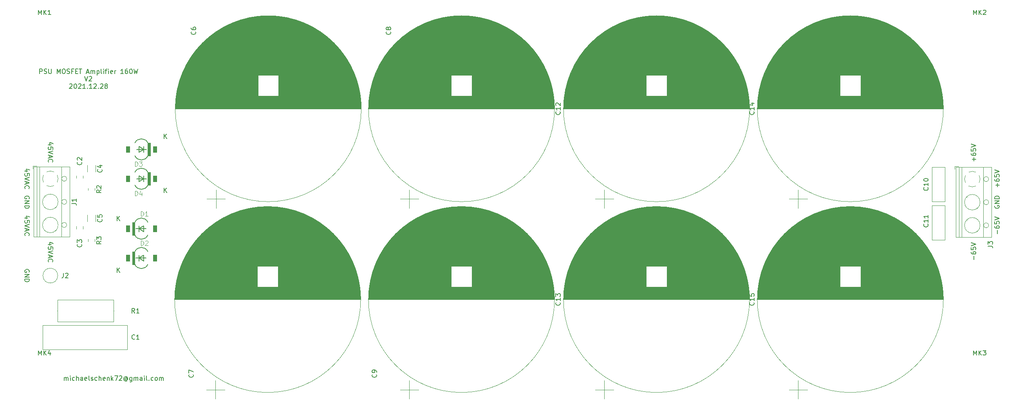
<source format=gbr>
G04 #@! TF.GenerationSoftware,KiCad,Pcbnew,(6.0.0-0)*
G04 #@! TF.CreationDate,2021-12-28T20:37:26+01:00*
G04 #@! TF.ProjectId,psu-mosfet-160w,7073752d-6d6f-4736-9665-742d31363077,rev?*
G04 #@! TF.SameCoordinates,Original*
G04 #@! TF.FileFunction,Legend,Top*
G04 #@! TF.FilePolarity,Positive*
%FSLAX46Y46*%
G04 Gerber Fmt 4.6, Leading zero omitted, Abs format (unit mm)*
G04 Created by KiCad (PCBNEW (6.0.0-0)) date 2021-12-28 20:37:26*
%MOMM*%
%LPD*%
G01*
G04 APERTURE LIST*
%ADD10C,0.150000*%
%ADD11C,0.015000*%
%ADD12C,0.120000*%
%ADD13C,0.152400*%
%ADD14C,0.010000*%
G04 APERTURE END LIST*
D10*
X226131428Y-56625904D02*
X226131428Y-55864000D01*
X226512380Y-56244952D02*
X225750476Y-56244952D01*
X225512380Y-54959238D02*
X225512380Y-55149714D01*
X225560000Y-55244952D01*
X225607619Y-55292571D01*
X225750476Y-55387809D01*
X225940952Y-55435428D01*
X226321904Y-55435428D01*
X226417142Y-55387809D01*
X226464761Y-55340190D01*
X226512380Y-55244952D01*
X226512380Y-55054476D01*
X226464761Y-54959238D01*
X226417142Y-54911619D01*
X226321904Y-54864000D01*
X226083809Y-54864000D01*
X225988571Y-54911619D01*
X225940952Y-54959238D01*
X225893333Y-55054476D01*
X225893333Y-55244952D01*
X225940952Y-55340190D01*
X225988571Y-55387809D01*
X226083809Y-55435428D01*
X225512380Y-53959238D02*
X225512380Y-54435428D01*
X225988571Y-54483047D01*
X225940952Y-54435428D01*
X225893333Y-54340190D01*
X225893333Y-54102095D01*
X225940952Y-54006857D01*
X225988571Y-53959238D01*
X226083809Y-53911619D01*
X226321904Y-53911619D01*
X226417142Y-53959238D01*
X226464761Y-54006857D01*
X226512380Y-54102095D01*
X226512380Y-54340190D01*
X226464761Y-54435428D01*
X226417142Y-54483047D01*
X225512380Y-53625904D02*
X226512380Y-53292571D01*
X225512380Y-52959238D01*
X226131428Y-77961904D02*
X226131428Y-77200000D01*
X225512380Y-76295238D02*
X225512380Y-76485714D01*
X225560000Y-76580952D01*
X225607619Y-76628571D01*
X225750476Y-76723809D01*
X225940952Y-76771428D01*
X226321904Y-76771428D01*
X226417142Y-76723809D01*
X226464761Y-76676190D01*
X226512380Y-76580952D01*
X226512380Y-76390476D01*
X226464761Y-76295238D01*
X226417142Y-76247619D01*
X226321904Y-76200000D01*
X226083809Y-76200000D01*
X225988571Y-76247619D01*
X225940952Y-76295238D01*
X225893333Y-76390476D01*
X225893333Y-76580952D01*
X225940952Y-76676190D01*
X225988571Y-76723809D01*
X226083809Y-76771428D01*
X225512380Y-75295238D02*
X225512380Y-75771428D01*
X225988571Y-75819047D01*
X225940952Y-75771428D01*
X225893333Y-75676190D01*
X225893333Y-75438095D01*
X225940952Y-75342857D01*
X225988571Y-75295238D01*
X226083809Y-75247619D01*
X226321904Y-75247619D01*
X226417142Y-75295238D01*
X226464761Y-75342857D01*
X226512380Y-75438095D01*
X226512380Y-75676190D01*
X226464761Y-75771428D01*
X226417142Y-75819047D01*
X225512380Y-74961904D02*
X226512380Y-74628571D01*
X225512380Y-74295238D01*
X51046095Y-63444380D02*
X51046095Y-62444380D01*
X51617523Y-63444380D02*
X51188952Y-62872952D01*
X51617523Y-62444380D02*
X51046095Y-63015809D01*
X40886095Y-69540380D02*
X40886095Y-68540380D01*
X41457523Y-69540380D02*
X41028952Y-68968952D01*
X41457523Y-68540380D02*
X40886095Y-69111809D01*
X40886095Y-80716380D02*
X40886095Y-79716380D01*
X41457523Y-80716380D02*
X41028952Y-80144952D01*
X41457523Y-79716380D02*
X40886095Y-80287809D01*
X21550285Y-68969142D02*
X20883619Y-68969142D01*
X21931238Y-68731047D02*
X21216952Y-68492952D01*
X21216952Y-69112000D01*
X21883619Y-69969142D02*
X21883619Y-69492952D01*
X21407428Y-69445333D01*
X21455047Y-69492952D01*
X21502666Y-69588190D01*
X21502666Y-69826285D01*
X21455047Y-69921523D01*
X21407428Y-69969142D01*
X21312190Y-70016761D01*
X21074095Y-70016761D01*
X20978857Y-69969142D01*
X20931238Y-69921523D01*
X20883619Y-69826285D01*
X20883619Y-69588190D01*
X20931238Y-69492952D01*
X20978857Y-69445333D01*
X21883619Y-70302476D02*
X20883619Y-70635809D01*
X21883619Y-70969142D01*
X21169333Y-71254857D02*
X21169333Y-71731047D01*
X20883619Y-71159619D02*
X21883619Y-71492952D01*
X20883619Y-71826285D01*
X20978857Y-72731047D02*
X20931238Y-72683428D01*
X20883619Y-72540571D01*
X20883619Y-72445333D01*
X20931238Y-72302476D01*
X21026476Y-72207238D01*
X21121714Y-72159619D01*
X21312190Y-72112000D01*
X21455047Y-72112000D01*
X21645523Y-72159619D01*
X21740761Y-72207238D01*
X21836000Y-72302476D01*
X21883619Y-72445333D01*
X21883619Y-72540571D01*
X21836000Y-72683428D01*
X21788380Y-72731047D01*
X26630285Y-74684142D02*
X25963619Y-74684142D01*
X27011238Y-74446047D02*
X26296952Y-74207952D01*
X26296952Y-74827000D01*
X26963619Y-75684142D02*
X26963619Y-75207952D01*
X26487428Y-75160333D01*
X26535047Y-75207952D01*
X26582666Y-75303190D01*
X26582666Y-75541285D01*
X26535047Y-75636523D01*
X26487428Y-75684142D01*
X26392190Y-75731761D01*
X26154095Y-75731761D01*
X26058857Y-75684142D01*
X26011238Y-75636523D01*
X25963619Y-75541285D01*
X25963619Y-75303190D01*
X26011238Y-75207952D01*
X26058857Y-75160333D01*
X26963619Y-76017476D02*
X25963619Y-76350809D01*
X26963619Y-76684142D01*
X26249333Y-76969857D02*
X26249333Y-77446047D01*
X25963619Y-76874619D02*
X26963619Y-77207952D01*
X25963619Y-77541285D01*
X26058857Y-78446047D02*
X26011238Y-78398428D01*
X25963619Y-78255571D01*
X25963619Y-78160333D01*
X26011238Y-78017476D01*
X26106476Y-77922238D01*
X26201714Y-77874619D01*
X26392190Y-77827000D01*
X26535047Y-77827000D01*
X26725523Y-77874619D01*
X26820761Y-77922238D01*
X26916000Y-78017476D01*
X26963619Y-78160333D01*
X26963619Y-78255571D01*
X26916000Y-78398428D01*
X26868380Y-78446047D01*
X26630285Y-53094142D02*
X25963619Y-53094142D01*
X27011238Y-52856047D02*
X26296952Y-52617952D01*
X26296952Y-53237000D01*
X26963619Y-54094142D02*
X26963619Y-53617952D01*
X26487428Y-53570333D01*
X26535047Y-53617952D01*
X26582666Y-53713190D01*
X26582666Y-53951285D01*
X26535047Y-54046523D01*
X26487428Y-54094142D01*
X26392190Y-54141761D01*
X26154095Y-54141761D01*
X26058857Y-54094142D01*
X26011238Y-54046523D01*
X25963619Y-53951285D01*
X25963619Y-53713190D01*
X26011238Y-53617952D01*
X26058857Y-53570333D01*
X26963619Y-54427476D02*
X25963619Y-54760809D01*
X26963619Y-55094142D01*
X26249333Y-55379857D02*
X26249333Y-55856047D01*
X25963619Y-55284619D02*
X26963619Y-55617952D01*
X25963619Y-55951285D01*
X26058857Y-56856047D02*
X26011238Y-56808428D01*
X25963619Y-56665571D01*
X25963619Y-56570333D01*
X26011238Y-56427476D01*
X26106476Y-56332238D01*
X26201714Y-56284619D01*
X26392190Y-56237000D01*
X26535047Y-56237000D01*
X26725523Y-56284619D01*
X26820761Y-56332238D01*
X26916000Y-56427476D01*
X26963619Y-56570333D01*
X26963619Y-56665571D01*
X26916000Y-56808428D01*
X26868380Y-56856047D01*
X21836000Y-80645095D02*
X21883619Y-80549857D01*
X21883619Y-80407000D01*
X21836000Y-80264142D01*
X21740761Y-80168904D01*
X21645523Y-80121285D01*
X21455047Y-80073666D01*
X21312190Y-80073666D01*
X21121714Y-80121285D01*
X21026476Y-80168904D01*
X20931238Y-80264142D01*
X20883619Y-80407000D01*
X20883619Y-80502238D01*
X20931238Y-80645095D01*
X20978857Y-80692714D01*
X21312190Y-80692714D01*
X21312190Y-80502238D01*
X20883619Y-81121285D02*
X21883619Y-81121285D01*
X20883619Y-81692714D01*
X21883619Y-81692714D01*
X20883619Y-82168904D02*
X21883619Y-82168904D01*
X21883619Y-82407000D01*
X21836000Y-82549857D01*
X21740761Y-82645095D01*
X21645523Y-82692714D01*
X21455047Y-82740333D01*
X21312190Y-82740333D01*
X21121714Y-82692714D01*
X21026476Y-82645095D01*
X20931238Y-82549857D01*
X20883619Y-82407000D01*
X20883619Y-82168904D01*
X21550285Y-58809142D02*
X20883619Y-58809142D01*
X21931238Y-58571047D02*
X21216952Y-58332952D01*
X21216952Y-58952000D01*
X21883619Y-59809142D02*
X21883619Y-59332952D01*
X21407428Y-59285333D01*
X21455047Y-59332952D01*
X21502666Y-59428190D01*
X21502666Y-59666285D01*
X21455047Y-59761523D01*
X21407428Y-59809142D01*
X21312190Y-59856761D01*
X21074095Y-59856761D01*
X20978857Y-59809142D01*
X20931238Y-59761523D01*
X20883619Y-59666285D01*
X20883619Y-59428190D01*
X20931238Y-59332952D01*
X20978857Y-59285333D01*
X21883619Y-60142476D02*
X20883619Y-60475809D01*
X21883619Y-60809142D01*
X21169333Y-61094857D02*
X21169333Y-61571047D01*
X20883619Y-60999619D02*
X21883619Y-61332952D01*
X20883619Y-61666285D01*
X20978857Y-62571047D02*
X20931238Y-62523428D01*
X20883619Y-62380571D01*
X20883619Y-62285333D01*
X20931238Y-62142476D01*
X21026476Y-62047238D01*
X21121714Y-61999619D01*
X21312190Y-61952000D01*
X21455047Y-61952000D01*
X21645523Y-61999619D01*
X21740761Y-62047238D01*
X21836000Y-62142476D01*
X21883619Y-62285333D01*
X21883619Y-62380571D01*
X21836000Y-62523428D01*
X21788380Y-62571047D01*
X231211428Y-62213904D02*
X231211428Y-61452000D01*
X231592380Y-61832952D02*
X230830476Y-61832952D01*
X230592380Y-60547238D02*
X230592380Y-60737714D01*
X230640000Y-60832952D01*
X230687619Y-60880571D01*
X230830476Y-60975809D01*
X231020952Y-61023428D01*
X231401904Y-61023428D01*
X231497142Y-60975809D01*
X231544761Y-60928190D01*
X231592380Y-60832952D01*
X231592380Y-60642476D01*
X231544761Y-60547238D01*
X231497142Y-60499619D01*
X231401904Y-60452000D01*
X231163809Y-60452000D01*
X231068571Y-60499619D01*
X231020952Y-60547238D01*
X230973333Y-60642476D01*
X230973333Y-60832952D01*
X231020952Y-60928190D01*
X231068571Y-60975809D01*
X231163809Y-61023428D01*
X230592380Y-59547238D02*
X230592380Y-60023428D01*
X231068571Y-60071047D01*
X231020952Y-60023428D01*
X230973333Y-59928190D01*
X230973333Y-59690095D01*
X231020952Y-59594857D01*
X231068571Y-59547238D01*
X231163809Y-59499619D01*
X231401904Y-59499619D01*
X231497142Y-59547238D01*
X231544761Y-59594857D01*
X231592380Y-59690095D01*
X231592380Y-59928190D01*
X231544761Y-60023428D01*
X231497142Y-60071047D01*
X230592380Y-59213904D02*
X231592380Y-58880571D01*
X230592380Y-58547238D01*
X51046095Y-51760380D02*
X51046095Y-50760380D01*
X51617523Y-51760380D02*
X51188952Y-51188952D01*
X51617523Y-50760380D02*
X51046095Y-51331809D01*
X230640000Y-66293904D02*
X230592380Y-66389142D01*
X230592380Y-66532000D01*
X230640000Y-66674857D01*
X230735238Y-66770095D01*
X230830476Y-66817714D01*
X231020952Y-66865333D01*
X231163809Y-66865333D01*
X231354285Y-66817714D01*
X231449523Y-66770095D01*
X231544761Y-66674857D01*
X231592380Y-66532000D01*
X231592380Y-66436761D01*
X231544761Y-66293904D01*
X231497142Y-66246285D01*
X231163809Y-66246285D01*
X231163809Y-66436761D01*
X231592380Y-65817714D02*
X230592380Y-65817714D01*
X231592380Y-65246285D01*
X230592380Y-65246285D01*
X231592380Y-64770095D02*
X230592380Y-64770095D01*
X230592380Y-64532000D01*
X230640000Y-64389142D01*
X230735238Y-64293904D01*
X230830476Y-64246285D01*
X231020952Y-64198666D01*
X231163809Y-64198666D01*
X231354285Y-64246285D01*
X231449523Y-64293904D01*
X231544761Y-64389142D01*
X231592380Y-64532000D01*
X231592380Y-64770095D01*
X21836000Y-64770095D02*
X21883619Y-64674857D01*
X21883619Y-64532000D01*
X21836000Y-64389142D01*
X21740761Y-64293904D01*
X21645523Y-64246285D01*
X21455047Y-64198666D01*
X21312190Y-64198666D01*
X21121714Y-64246285D01*
X21026476Y-64293904D01*
X20931238Y-64389142D01*
X20883619Y-64532000D01*
X20883619Y-64627238D01*
X20931238Y-64770095D01*
X20978857Y-64817714D01*
X21312190Y-64817714D01*
X21312190Y-64627238D01*
X20883619Y-65246285D02*
X21883619Y-65246285D01*
X20883619Y-65817714D01*
X21883619Y-65817714D01*
X20883619Y-66293904D02*
X21883619Y-66293904D01*
X21883619Y-66532000D01*
X21836000Y-66674857D01*
X21740761Y-66770095D01*
X21645523Y-66817714D01*
X21455047Y-66865333D01*
X21312190Y-66865333D01*
X21121714Y-66817714D01*
X21026476Y-66770095D01*
X20931238Y-66674857D01*
X20883619Y-66532000D01*
X20883619Y-66293904D01*
X24123380Y-37704380D02*
X24123380Y-36704380D01*
X24504333Y-36704380D01*
X24599571Y-36752000D01*
X24647190Y-36799619D01*
X24694809Y-36894857D01*
X24694809Y-37037714D01*
X24647190Y-37132952D01*
X24599571Y-37180571D01*
X24504333Y-37228190D01*
X24123380Y-37228190D01*
X25075761Y-37656761D02*
X25218619Y-37704380D01*
X25456714Y-37704380D01*
X25551952Y-37656761D01*
X25599571Y-37609142D01*
X25647190Y-37513904D01*
X25647190Y-37418666D01*
X25599571Y-37323428D01*
X25551952Y-37275809D01*
X25456714Y-37228190D01*
X25266238Y-37180571D01*
X25171000Y-37132952D01*
X25123380Y-37085333D01*
X25075761Y-36990095D01*
X25075761Y-36894857D01*
X25123380Y-36799619D01*
X25171000Y-36752000D01*
X25266238Y-36704380D01*
X25504333Y-36704380D01*
X25647190Y-36752000D01*
X26075761Y-36704380D02*
X26075761Y-37513904D01*
X26123380Y-37609142D01*
X26171000Y-37656761D01*
X26266238Y-37704380D01*
X26456714Y-37704380D01*
X26551952Y-37656761D01*
X26599571Y-37609142D01*
X26647190Y-37513904D01*
X26647190Y-36704380D01*
X27885285Y-37704380D02*
X27885285Y-36704380D01*
X28218619Y-37418666D01*
X28551952Y-36704380D01*
X28551952Y-37704380D01*
X29218619Y-36704380D02*
X29409095Y-36704380D01*
X29504333Y-36752000D01*
X29599571Y-36847238D01*
X29647190Y-37037714D01*
X29647190Y-37371047D01*
X29599571Y-37561523D01*
X29504333Y-37656761D01*
X29409095Y-37704380D01*
X29218619Y-37704380D01*
X29123380Y-37656761D01*
X29028142Y-37561523D01*
X28980523Y-37371047D01*
X28980523Y-37037714D01*
X29028142Y-36847238D01*
X29123380Y-36752000D01*
X29218619Y-36704380D01*
X30028142Y-37656761D02*
X30170999Y-37704380D01*
X30409095Y-37704380D01*
X30504333Y-37656761D01*
X30551952Y-37609142D01*
X30599571Y-37513904D01*
X30599571Y-37418666D01*
X30551952Y-37323428D01*
X30504333Y-37275809D01*
X30409095Y-37228190D01*
X30218619Y-37180571D01*
X30123380Y-37132952D01*
X30075761Y-37085333D01*
X30028142Y-36990095D01*
X30028142Y-36894857D01*
X30075761Y-36799619D01*
X30123380Y-36752000D01*
X30218619Y-36704380D01*
X30456714Y-36704380D01*
X30599571Y-36752000D01*
X31361476Y-37180571D02*
X31028142Y-37180571D01*
X31028142Y-37704380D02*
X31028142Y-36704380D01*
X31504333Y-36704380D01*
X31885285Y-37180571D02*
X32218619Y-37180571D01*
X32361476Y-37704380D02*
X31885285Y-37704380D01*
X31885285Y-36704380D01*
X32361476Y-36704380D01*
X32647190Y-36704380D02*
X33218619Y-36704380D01*
X32932904Y-37704380D02*
X32932904Y-36704380D01*
X34266238Y-37418666D02*
X34742428Y-37418666D01*
X34171000Y-37704380D02*
X34504333Y-36704380D01*
X34837666Y-37704380D01*
X35171000Y-37704380D02*
X35171000Y-37037714D01*
X35171000Y-37132952D02*
X35218619Y-37085333D01*
X35313857Y-37037714D01*
X35456714Y-37037714D01*
X35551952Y-37085333D01*
X35599571Y-37180571D01*
X35599571Y-37704380D01*
X35599571Y-37180571D02*
X35647190Y-37085333D01*
X35742428Y-37037714D01*
X35885285Y-37037714D01*
X35980523Y-37085333D01*
X36028142Y-37180571D01*
X36028142Y-37704380D01*
X36504333Y-37037714D02*
X36504333Y-38037714D01*
X36504333Y-37085333D02*
X36599571Y-37037714D01*
X36790047Y-37037714D01*
X36885285Y-37085333D01*
X36932904Y-37132952D01*
X36980523Y-37228190D01*
X36980523Y-37513904D01*
X36932904Y-37609142D01*
X36885285Y-37656761D01*
X36790047Y-37704380D01*
X36599571Y-37704380D01*
X36504333Y-37656761D01*
X37551952Y-37704380D02*
X37456714Y-37656761D01*
X37409095Y-37561523D01*
X37409095Y-36704380D01*
X37932904Y-37704380D02*
X37932904Y-37037714D01*
X37932904Y-36704380D02*
X37885285Y-36752000D01*
X37932904Y-36799619D01*
X37980523Y-36752000D01*
X37932904Y-36704380D01*
X37932904Y-36799619D01*
X38266238Y-37037714D02*
X38647190Y-37037714D01*
X38409095Y-37704380D02*
X38409095Y-36847238D01*
X38456714Y-36752000D01*
X38551952Y-36704380D01*
X38647190Y-36704380D01*
X38980523Y-37704380D02*
X38980523Y-37037714D01*
X38980523Y-36704380D02*
X38932904Y-36752000D01*
X38980523Y-36799619D01*
X39028142Y-36752000D01*
X38980523Y-36704380D01*
X38980523Y-36799619D01*
X39837666Y-37656761D02*
X39742428Y-37704380D01*
X39551952Y-37704380D01*
X39456714Y-37656761D01*
X39409095Y-37561523D01*
X39409095Y-37180571D01*
X39456714Y-37085333D01*
X39551952Y-37037714D01*
X39742428Y-37037714D01*
X39837666Y-37085333D01*
X39885285Y-37180571D01*
X39885285Y-37275809D01*
X39409095Y-37371047D01*
X40313857Y-37704380D02*
X40313857Y-37037714D01*
X40313857Y-37228190D02*
X40361476Y-37132952D01*
X40409095Y-37085333D01*
X40504333Y-37037714D01*
X40599571Y-37037714D01*
X42218619Y-37704380D02*
X41647190Y-37704380D01*
X41932904Y-37704380D02*
X41932904Y-36704380D01*
X41837666Y-36847238D01*
X41742428Y-36942476D01*
X41647190Y-36990095D01*
X43075761Y-36704380D02*
X42885285Y-36704380D01*
X42790047Y-36752000D01*
X42742428Y-36799619D01*
X42647190Y-36942476D01*
X42599571Y-37132952D01*
X42599571Y-37513904D01*
X42647190Y-37609142D01*
X42694809Y-37656761D01*
X42790047Y-37704380D01*
X42980523Y-37704380D01*
X43075761Y-37656761D01*
X43123380Y-37609142D01*
X43170999Y-37513904D01*
X43170999Y-37275809D01*
X43123380Y-37180571D01*
X43075761Y-37132952D01*
X42980523Y-37085333D01*
X42790047Y-37085333D01*
X42694809Y-37132952D01*
X42647190Y-37180571D01*
X42599571Y-37275809D01*
X43790047Y-36704380D02*
X43885285Y-36704380D01*
X43980523Y-36752000D01*
X44028142Y-36799619D01*
X44075761Y-36894857D01*
X44123380Y-37085333D01*
X44123380Y-37323428D01*
X44075761Y-37513904D01*
X44028142Y-37609142D01*
X43980523Y-37656761D01*
X43885285Y-37704380D01*
X43790047Y-37704380D01*
X43694809Y-37656761D01*
X43647190Y-37609142D01*
X43599571Y-37513904D01*
X43551952Y-37323428D01*
X43551952Y-37085333D01*
X43599571Y-36894857D01*
X43647190Y-36799619D01*
X43694809Y-36752000D01*
X43790047Y-36704380D01*
X44456714Y-36704380D02*
X44694809Y-37704380D01*
X44885285Y-36990095D01*
X45075761Y-37704380D01*
X45313857Y-36704380D01*
X33861476Y-38314380D02*
X34194809Y-39314380D01*
X34528142Y-38314380D01*
X34813857Y-38409619D02*
X34861476Y-38362000D01*
X34956714Y-38314380D01*
X35194809Y-38314380D01*
X35290047Y-38362000D01*
X35337666Y-38409619D01*
X35385285Y-38504857D01*
X35385285Y-38600095D01*
X35337666Y-38742952D01*
X34766238Y-39314380D01*
X35385285Y-39314380D01*
X30575761Y-40019619D02*
X30623380Y-39972000D01*
X30718619Y-39924380D01*
X30956714Y-39924380D01*
X31051952Y-39972000D01*
X31099571Y-40019619D01*
X31147190Y-40114857D01*
X31147190Y-40210095D01*
X31099571Y-40352952D01*
X30528142Y-40924380D01*
X31147190Y-40924380D01*
X31766238Y-39924380D02*
X31861476Y-39924380D01*
X31956714Y-39972000D01*
X32004333Y-40019619D01*
X32051952Y-40114857D01*
X32099571Y-40305333D01*
X32099571Y-40543428D01*
X32051952Y-40733904D01*
X32004333Y-40829142D01*
X31956714Y-40876761D01*
X31861476Y-40924380D01*
X31766238Y-40924380D01*
X31671000Y-40876761D01*
X31623380Y-40829142D01*
X31575761Y-40733904D01*
X31528142Y-40543428D01*
X31528142Y-40305333D01*
X31575761Y-40114857D01*
X31623380Y-40019619D01*
X31671000Y-39972000D01*
X31766238Y-39924380D01*
X32480523Y-40019619D02*
X32528142Y-39972000D01*
X32623380Y-39924380D01*
X32861476Y-39924380D01*
X32956714Y-39972000D01*
X33004333Y-40019619D01*
X33051952Y-40114857D01*
X33051952Y-40210095D01*
X33004333Y-40352952D01*
X32432904Y-40924380D01*
X33051952Y-40924380D01*
X34004333Y-40924380D02*
X33432904Y-40924380D01*
X33718619Y-40924380D02*
X33718619Y-39924380D01*
X33623380Y-40067238D01*
X33528142Y-40162476D01*
X33432904Y-40210095D01*
X34432904Y-40829142D02*
X34480523Y-40876761D01*
X34432904Y-40924380D01*
X34385285Y-40876761D01*
X34432904Y-40829142D01*
X34432904Y-40924380D01*
X35432904Y-40924380D02*
X34861476Y-40924380D01*
X35147190Y-40924380D02*
X35147190Y-39924380D01*
X35051952Y-40067238D01*
X34956714Y-40162476D01*
X34861476Y-40210095D01*
X35813857Y-40019619D02*
X35861476Y-39972000D01*
X35956714Y-39924380D01*
X36194809Y-39924380D01*
X36290047Y-39972000D01*
X36337666Y-40019619D01*
X36385285Y-40114857D01*
X36385285Y-40210095D01*
X36337666Y-40352952D01*
X35766238Y-40924380D01*
X36385285Y-40924380D01*
X36813857Y-40829142D02*
X36861476Y-40876761D01*
X36813857Y-40924380D01*
X36766238Y-40876761D01*
X36813857Y-40829142D01*
X36813857Y-40924380D01*
X37242428Y-40019619D02*
X37290047Y-39972000D01*
X37385285Y-39924380D01*
X37623380Y-39924380D01*
X37718619Y-39972000D01*
X37766238Y-40019619D01*
X37813857Y-40114857D01*
X37813857Y-40210095D01*
X37766238Y-40352952D01*
X37194809Y-40924380D01*
X37813857Y-40924380D01*
X38385285Y-40352952D02*
X38290047Y-40305333D01*
X38242428Y-40257714D01*
X38194809Y-40162476D01*
X38194809Y-40114857D01*
X38242428Y-40019619D01*
X38290047Y-39972000D01*
X38385285Y-39924380D01*
X38575761Y-39924380D01*
X38671000Y-39972000D01*
X38718619Y-40019619D01*
X38766238Y-40114857D01*
X38766238Y-40162476D01*
X38718619Y-40257714D01*
X38671000Y-40305333D01*
X38575761Y-40352952D01*
X38385285Y-40352952D01*
X38290047Y-40400571D01*
X38242428Y-40448190D01*
X38194809Y-40543428D01*
X38194809Y-40733904D01*
X38242428Y-40829142D01*
X38290047Y-40876761D01*
X38385285Y-40924380D01*
X38575761Y-40924380D01*
X38671000Y-40876761D01*
X38718619Y-40829142D01*
X38766238Y-40733904D01*
X38766238Y-40543428D01*
X38718619Y-40448190D01*
X38671000Y-40400571D01*
X38575761Y-40352952D01*
X231211428Y-72373904D02*
X231211428Y-71612000D01*
X230592380Y-70707238D02*
X230592380Y-70897714D01*
X230640000Y-70992952D01*
X230687619Y-71040571D01*
X230830476Y-71135809D01*
X231020952Y-71183428D01*
X231401904Y-71183428D01*
X231497142Y-71135809D01*
X231544761Y-71088190D01*
X231592380Y-70992952D01*
X231592380Y-70802476D01*
X231544761Y-70707238D01*
X231497142Y-70659619D01*
X231401904Y-70612000D01*
X231163809Y-70612000D01*
X231068571Y-70659619D01*
X231020952Y-70707238D01*
X230973333Y-70802476D01*
X230973333Y-70992952D01*
X231020952Y-71088190D01*
X231068571Y-71135809D01*
X231163809Y-71183428D01*
X230592380Y-69707238D02*
X230592380Y-70183428D01*
X231068571Y-70231047D01*
X231020952Y-70183428D01*
X230973333Y-70088190D01*
X230973333Y-69850095D01*
X231020952Y-69754857D01*
X231068571Y-69707238D01*
X231163809Y-69659619D01*
X231401904Y-69659619D01*
X231497142Y-69707238D01*
X231544761Y-69754857D01*
X231592380Y-69850095D01*
X231592380Y-70088190D01*
X231544761Y-70183428D01*
X231497142Y-70231047D01*
X230592380Y-69373904D02*
X231592380Y-69040571D01*
X230592380Y-68707238D01*
X29417714Y-104084380D02*
X29417714Y-103417714D01*
X29417714Y-103512952D02*
X29465333Y-103465333D01*
X29560571Y-103417714D01*
X29703428Y-103417714D01*
X29798666Y-103465333D01*
X29846285Y-103560571D01*
X29846285Y-104084380D01*
X29846285Y-103560571D02*
X29893904Y-103465333D01*
X29989142Y-103417714D01*
X30132000Y-103417714D01*
X30227238Y-103465333D01*
X30274857Y-103560571D01*
X30274857Y-104084380D01*
X30751047Y-104084380D02*
X30751047Y-103417714D01*
X30751047Y-103084380D02*
X30703428Y-103132000D01*
X30751047Y-103179619D01*
X30798666Y-103132000D01*
X30751047Y-103084380D01*
X30751047Y-103179619D01*
X31655809Y-104036761D02*
X31560571Y-104084380D01*
X31370095Y-104084380D01*
X31274857Y-104036761D01*
X31227238Y-103989142D01*
X31179619Y-103893904D01*
X31179619Y-103608190D01*
X31227238Y-103512952D01*
X31274857Y-103465333D01*
X31370095Y-103417714D01*
X31560571Y-103417714D01*
X31655809Y-103465333D01*
X32084380Y-104084380D02*
X32084380Y-103084380D01*
X32512952Y-104084380D02*
X32512952Y-103560571D01*
X32465333Y-103465333D01*
X32370095Y-103417714D01*
X32227238Y-103417714D01*
X32132000Y-103465333D01*
X32084380Y-103512952D01*
X33417714Y-104084380D02*
X33417714Y-103560571D01*
X33370095Y-103465333D01*
X33274857Y-103417714D01*
X33084380Y-103417714D01*
X32989142Y-103465333D01*
X33417714Y-104036761D02*
X33322476Y-104084380D01*
X33084380Y-104084380D01*
X32989142Y-104036761D01*
X32941523Y-103941523D01*
X32941523Y-103846285D01*
X32989142Y-103751047D01*
X33084380Y-103703428D01*
X33322476Y-103703428D01*
X33417714Y-103655809D01*
X34274857Y-104036761D02*
X34179619Y-104084380D01*
X33989142Y-104084380D01*
X33893904Y-104036761D01*
X33846285Y-103941523D01*
X33846285Y-103560571D01*
X33893904Y-103465333D01*
X33989142Y-103417714D01*
X34179619Y-103417714D01*
X34274857Y-103465333D01*
X34322476Y-103560571D01*
X34322476Y-103655809D01*
X33846285Y-103751047D01*
X34893904Y-104084380D02*
X34798666Y-104036761D01*
X34751047Y-103941523D01*
X34751047Y-103084380D01*
X35227238Y-104036761D02*
X35322476Y-104084380D01*
X35512952Y-104084380D01*
X35608190Y-104036761D01*
X35655809Y-103941523D01*
X35655809Y-103893904D01*
X35608190Y-103798666D01*
X35512952Y-103751047D01*
X35370095Y-103751047D01*
X35274857Y-103703428D01*
X35227238Y-103608190D01*
X35227238Y-103560571D01*
X35274857Y-103465333D01*
X35370095Y-103417714D01*
X35512952Y-103417714D01*
X35608190Y-103465333D01*
X36512952Y-104036761D02*
X36417714Y-104084380D01*
X36227238Y-104084380D01*
X36132000Y-104036761D01*
X36084380Y-103989142D01*
X36036761Y-103893904D01*
X36036761Y-103608190D01*
X36084380Y-103512952D01*
X36132000Y-103465333D01*
X36227238Y-103417714D01*
X36417714Y-103417714D01*
X36512952Y-103465333D01*
X36941523Y-104084380D02*
X36941523Y-103084380D01*
X37370095Y-104084380D02*
X37370095Y-103560571D01*
X37322476Y-103465333D01*
X37227238Y-103417714D01*
X37084380Y-103417714D01*
X36989142Y-103465333D01*
X36941523Y-103512952D01*
X38227238Y-104036761D02*
X38132000Y-104084380D01*
X37941523Y-104084380D01*
X37846285Y-104036761D01*
X37798666Y-103941523D01*
X37798666Y-103560571D01*
X37846285Y-103465333D01*
X37941523Y-103417714D01*
X38132000Y-103417714D01*
X38227238Y-103465333D01*
X38274857Y-103560571D01*
X38274857Y-103655809D01*
X37798666Y-103751047D01*
X38703428Y-103417714D02*
X38703428Y-104084380D01*
X38703428Y-103512952D02*
X38751047Y-103465333D01*
X38846285Y-103417714D01*
X38989142Y-103417714D01*
X39084380Y-103465333D01*
X39132000Y-103560571D01*
X39132000Y-104084380D01*
X39608190Y-104084380D02*
X39608190Y-103084380D01*
X39703428Y-103703428D02*
X39989142Y-104084380D01*
X39989142Y-103417714D02*
X39608190Y-103798666D01*
X40322476Y-103084380D02*
X40989142Y-103084380D01*
X40560571Y-104084380D01*
X41322476Y-103179619D02*
X41370095Y-103132000D01*
X41465333Y-103084380D01*
X41703428Y-103084380D01*
X41798666Y-103132000D01*
X41846285Y-103179619D01*
X41893904Y-103274857D01*
X41893904Y-103370095D01*
X41846285Y-103512952D01*
X41274857Y-104084380D01*
X41893904Y-104084380D01*
X42941523Y-103608190D02*
X42893904Y-103560571D01*
X42798666Y-103512952D01*
X42703428Y-103512952D01*
X42608190Y-103560571D01*
X42560571Y-103608190D01*
X42512952Y-103703428D01*
X42512952Y-103798666D01*
X42560571Y-103893904D01*
X42608190Y-103941523D01*
X42703428Y-103989142D01*
X42798666Y-103989142D01*
X42893904Y-103941523D01*
X42941523Y-103893904D01*
X42941523Y-103512952D02*
X42941523Y-103893904D01*
X42989142Y-103941523D01*
X43036761Y-103941523D01*
X43132000Y-103893904D01*
X43179619Y-103798666D01*
X43179619Y-103560571D01*
X43084380Y-103417714D01*
X42941523Y-103322476D01*
X42751047Y-103274857D01*
X42560571Y-103322476D01*
X42417714Y-103417714D01*
X42322476Y-103560571D01*
X42274857Y-103751047D01*
X42322476Y-103941523D01*
X42417714Y-104084380D01*
X42560571Y-104179619D01*
X42751047Y-104227238D01*
X42941523Y-104179619D01*
X43084380Y-104084380D01*
X44036761Y-103417714D02*
X44036761Y-104227238D01*
X43989142Y-104322476D01*
X43941523Y-104370095D01*
X43846285Y-104417714D01*
X43703428Y-104417714D01*
X43608190Y-104370095D01*
X44036761Y-104036761D02*
X43941523Y-104084380D01*
X43751047Y-104084380D01*
X43655809Y-104036761D01*
X43608190Y-103989142D01*
X43560571Y-103893904D01*
X43560571Y-103608190D01*
X43608190Y-103512952D01*
X43655809Y-103465333D01*
X43751047Y-103417714D01*
X43941523Y-103417714D01*
X44036761Y-103465333D01*
X44512952Y-104084380D02*
X44512952Y-103417714D01*
X44512952Y-103512952D02*
X44560571Y-103465333D01*
X44655809Y-103417714D01*
X44798666Y-103417714D01*
X44893904Y-103465333D01*
X44941523Y-103560571D01*
X44941523Y-104084380D01*
X44941523Y-103560571D02*
X44989142Y-103465333D01*
X45084380Y-103417714D01*
X45227238Y-103417714D01*
X45322476Y-103465333D01*
X45370095Y-103560571D01*
X45370095Y-104084380D01*
X46274857Y-104084380D02*
X46274857Y-103560571D01*
X46227238Y-103465333D01*
X46132000Y-103417714D01*
X45941523Y-103417714D01*
X45846285Y-103465333D01*
X46274857Y-104036761D02*
X46179619Y-104084380D01*
X45941523Y-104084380D01*
X45846285Y-104036761D01*
X45798666Y-103941523D01*
X45798666Y-103846285D01*
X45846285Y-103751047D01*
X45941523Y-103703428D01*
X46179619Y-103703428D01*
X46274857Y-103655809D01*
X46751047Y-104084380D02*
X46751047Y-103417714D01*
X46751047Y-103084380D02*
X46703428Y-103132000D01*
X46751047Y-103179619D01*
X46798666Y-103132000D01*
X46751047Y-103084380D01*
X46751047Y-103179619D01*
X47370095Y-104084380D02*
X47274857Y-104036761D01*
X47227238Y-103941523D01*
X47227238Y-103084380D01*
X47751047Y-103989142D02*
X47798666Y-104036761D01*
X47751047Y-104084380D01*
X47703428Y-104036761D01*
X47751047Y-103989142D01*
X47751047Y-104084380D01*
X48655809Y-104036761D02*
X48560571Y-104084380D01*
X48370095Y-104084380D01*
X48274857Y-104036761D01*
X48227238Y-103989142D01*
X48179619Y-103893904D01*
X48179619Y-103608190D01*
X48227238Y-103512952D01*
X48274857Y-103465333D01*
X48370095Y-103417714D01*
X48560571Y-103417714D01*
X48655809Y-103465333D01*
X49227238Y-104084380D02*
X49132000Y-104036761D01*
X49084380Y-103989142D01*
X49036761Y-103893904D01*
X49036761Y-103608190D01*
X49084380Y-103512952D01*
X49132000Y-103465333D01*
X49227238Y-103417714D01*
X49370095Y-103417714D01*
X49465333Y-103465333D01*
X49512952Y-103512952D01*
X49560571Y-103608190D01*
X49560571Y-103893904D01*
X49512952Y-103989142D01*
X49465333Y-104036761D01*
X49370095Y-104084380D01*
X49227238Y-104084380D01*
X49989142Y-104084380D02*
X49989142Y-103417714D01*
X49989142Y-103512952D02*
X50036761Y-103465333D01*
X50132000Y-103417714D01*
X50274857Y-103417714D01*
X50370095Y-103465333D01*
X50417714Y-103560571D01*
X50417714Y-104084380D01*
X50417714Y-103560571D02*
X50465333Y-103465333D01*
X50560571Y-103417714D01*
X50703428Y-103417714D01*
X50798666Y-103465333D01*
X50846285Y-103560571D01*
X50846285Y-104084380D01*
X44664333Y-95099142D02*
X44616714Y-95146761D01*
X44473857Y-95194380D01*
X44378619Y-95194380D01*
X44235761Y-95146761D01*
X44140523Y-95051523D01*
X44092904Y-94956285D01*
X44045285Y-94765809D01*
X44045285Y-94622952D01*
X44092904Y-94432476D01*
X44140523Y-94337238D01*
X44235761Y-94242000D01*
X44378619Y-94194380D01*
X44473857Y-94194380D01*
X44616714Y-94242000D01*
X44664333Y-94289619D01*
X45616714Y-95194380D02*
X45045285Y-95194380D01*
X45331000Y-95194380D02*
X45331000Y-94194380D01*
X45235761Y-94337238D01*
X45140523Y-94432476D01*
X45045285Y-94480095D01*
X33123142Y-56808666D02*
X33170761Y-56856285D01*
X33218380Y-56999142D01*
X33218380Y-57094380D01*
X33170761Y-57237238D01*
X33075523Y-57332476D01*
X32980285Y-57380095D01*
X32789809Y-57427714D01*
X32646952Y-57427714D01*
X32456476Y-57380095D01*
X32361238Y-57332476D01*
X32266000Y-57237238D01*
X32218380Y-57094380D01*
X32218380Y-56999142D01*
X32266000Y-56856285D01*
X32313619Y-56808666D01*
X32313619Y-56427714D02*
X32266000Y-56380095D01*
X32218380Y-56284857D01*
X32218380Y-56046761D01*
X32266000Y-55951523D01*
X32313619Y-55903904D01*
X32408857Y-55856285D01*
X32504095Y-55856285D01*
X32646952Y-55903904D01*
X33218380Y-56475333D01*
X33218380Y-55856285D01*
X33123142Y-74588666D02*
X33170761Y-74636285D01*
X33218380Y-74779142D01*
X33218380Y-74874380D01*
X33170761Y-75017238D01*
X33075523Y-75112476D01*
X32980285Y-75160095D01*
X32789809Y-75207714D01*
X32646952Y-75207714D01*
X32456476Y-75160095D01*
X32361238Y-75112476D01*
X32266000Y-75017238D01*
X32218380Y-74874380D01*
X32218380Y-74779142D01*
X32266000Y-74636285D01*
X32313619Y-74588666D01*
X32218380Y-74255333D02*
X32218380Y-73636285D01*
X32599333Y-73969619D01*
X32599333Y-73826761D01*
X32646952Y-73731523D01*
X32694571Y-73683904D01*
X32789809Y-73636285D01*
X33027904Y-73636285D01*
X33123142Y-73683904D01*
X33170761Y-73731523D01*
X33218380Y-73826761D01*
X33218380Y-74112476D01*
X33170761Y-74207714D01*
X33123142Y-74255333D01*
X37513142Y-58421166D02*
X37560761Y-58468785D01*
X37608380Y-58611642D01*
X37608380Y-58706880D01*
X37560761Y-58849738D01*
X37465523Y-58944976D01*
X37370285Y-58992595D01*
X37179809Y-59040214D01*
X37036952Y-59040214D01*
X36846476Y-58992595D01*
X36751238Y-58944976D01*
X36656000Y-58849738D01*
X36608380Y-58706880D01*
X36608380Y-58611642D01*
X36656000Y-58468785D01*
X36703619Y-58421166D01*
X36941714Y-57564023D02*
X37608380Y-57564023D01*
X36560761Y-57802119D02*
X37275047Y-58040214D01*
X37275047Y-57421166D01*
X37513142Y-69166166D02*
X37560761Y-69213785D01*
X37608380Y-69356642D01*
X37608380Y-69451880D01*
X37560761Y-69594738D01*
X37465523Y-69689976D01*
X37370285Y-69737595D01*
X37179809Y-69785214D01*
X37036952Y-69785214D01*
X36846476Y-69737595D01*
X36751238Y-69689976D01*
X36656000Y-69594738D01*
X36608380Y-69451880D01*
X36608380Y-69356642D01*
X36656000Y-69213785D01*
X36703619Y-69166166D01*
X36608380Y-68261404D02*
X36608380Y-68737595D01*
X37084571Y-68785214D01*
X37036952Y-68737595D01*
X36989333Y-68642357D01*
X36989333Y-68404261D01*
X37036952Y-68309023D01*
X37084571Y-68261404D01*
X37179809Y-68213785D01*
X37417904Y-68213785D01*
X37513142Y-68261404D01*
X37560761Y-68309023D01*
X37608380Y-68404261D01*
X37608380Y-68642357D01*
X37560761Y-68737595D01*
X37513142Y-68785214D01*
X57761142Y-28614666D02*
X57808761Y-28662285D01*
X57856380Y-28805142D01*
X57856380Y-28900380D01*
X57808761Y-29043238D01*
X57713523Y-29138476D01*
X57618285Y-29186095D01*
X57427809Y-29233714D01*
X57284952Y-29233714D01*
X57094476Y-29186095D01*
X56999238Y-29138476D01*
X56904000Y-29043238D01*
X56856380Y-28900380D01*
X56856380Y-28805142D01*
X56904000Y-28662285D01*
X56951619Y-28614666D01*
X56856380Y-27757523D02*
X56856380Y-27948000D01*
X56904000Y-28043238D01*
X56951619Y-28090857D01*
X57094476Y-28186095D01*
X57284952Y-28233714D01*
X57665904Y-28233714D01*
X57761142Y-28186095D01*
X57808761Y-28138476D01*
X57856380Y-28043238D01*
X57856380Y-27852761D01*
X57808761Y-27757523D01*
X57761142Y-27709904D01*
X57665904Y-27662285D01*
X57427809Y-27662285D01*
X57332571Y-27709904D01*
X57284952Y-27757523D01*
X57237333Y-27852761D01*
X57237333Y-28043238D01*
X57284952Y-28138476D01*
X57332571Y-28186095D01*
X57427809Y-28233714D01*
X57253142Y-102782666D02*
X57300761Y-102830285D01*
X57348380Y-102973142D01*
X57348380Y-103068380D01*
X57300761Y-103211238D01*
X57205523Y-103306476D01*
X57110285Y-103354095D01*
X56919809Y-103401714D01*
X56776952Y-103401714D01*
X56586476Y-103354095D01*
X56491238Y-103306476D01*
X56396000Y-103211238D01*
X56348380Y-103068380D01*
X56348380Y-102973142D01*
X56396000Y-102830285D01*
X56443619Y-102782666D01*
X56348380Y-102449333D02*
X56348380Y-101782666D01*
X57348380Y-102211238D01*
X99925142Y-28614666D02*
X99972761Y-28662285D01*
X100020380Y-28805142D01*
X100020380Y-28900380D01*
X99972761Y-29043238D01*
X99877523Y-29138476D01*
X99782285Y-29186095D01*
X99591809Y-29233714D01*
X99448952Y-29233714D01*
X99258476Y-29186095D01*
X99163238Y-29138476D01*
X99068000Y-29043238D01*
X99020380Y-28900380D01*
X99020380Y-28805142D01*
X99068000Y-28662285D01*
X99115619Y-28614666D01*
X99448952Y-28043238D02*
X99401333Y-28138476D01*
X99353714Y-28186095D01*
X99258476Y-28233714D01*
X99210857Y-28233714D01*
X99115619Y-28186095D01*
X99068000Y-28138476D01*
X99020380Y-28043238D01*
X99020380Y-27852761D01*
X99068000Y-27757523D01*
X99115619Y-27709904D01*
X99210857Y-27662285D01*
X99258476Y-27662285D01*
X99353714Y-27709904D01*
X99401333Y-27757523D01*
X99448952Y-27852761D01*
X99448952Y-28043238D01*
X99496571Y-28138476D01*
X99544190Y-28186095D01*
X99639428Y-28233714D01*
X99829904Y-28233714D01*
X99925142Y-28186095D01*
X99972761Y-28138476D01*
X100020380Y-28043238D01*
X100020380Y-27852761D01*
X99972761Y-27757523D01*
X99925142Y-27709904D01*
X99829904Y-27662285D01*
X99639428Y-27662285D01*
X99544190Y-27709904D01*
X99496571Y-27757523D01*
X99448952Y-27852761D01*
X96877142Y-102782666D02*
X96924761Y-102830285D01*
X96972380Y-102973142D01*
X96972380Y-103068380D01*
X96924761Y-103211238D01*
X96829523Y-103306476D01*
X96734285Y-103354095D01*
X96543809Y-103401714D01*
X96400952Y-103401714D01*
X96210476Y-103354095D01*
X96115238Y-103306476D01*
X96020000Y-103211238D01*
X95972380Y-103068380D01*
X95972380Y-102973142D01*
X96020000Y-102830285D01*
X96067619Y-102782666D01*
X96972380Y-102306476D02*
X96972380Y-102116000D01*
X96924761Y-102020761D01*
X96877142Y-101973142D01*
X96734285Y-101877904D01*
X96543809Y-101830285D01*
X96162857Y-101830285D01*
X96067619Y-101877904D01*
X96020000Y-101925523D01*
X95972380Y-102020761D01*
X95972380Y-102211238D01*
X96020000Y-102306476D01*
X96067619Y-102354095D01*
X96162857Y-102401714D01*
X96400952Y-102401714D01*
X96496190Y-102354095D01*
X96543809Y-102306476D01*
X96591428Y-102211238D01*
X96591428Y-102020761D01*
X96543809Y-101925523D01*
X96496190Y-101877904D01*
X96400952Y-101830285D01*
D11*
X45997792Y-68521422D02*
X45997792Y-67520335D01*
X46236146Y-67520335D01*
X46379158Y-67568006D01*
X46474500Y-67663348D01*
X46522171Y-67758689D01*
X46569842Y-67949372D01*
X46569842Y-68092385D01*
X46522171Y-68283068D01*
X46474500Y-68378410D01*
X46379158Y-68473751D01*
X46236146Y-68521422D01*
X45997792Y-68521422D01*
X47523258Y-68521422D02*
X46951208Y-68521422D01*
X47237233Y-68521422D02*
X47237233Y-67520335D01*
X47141891Y-67663348D01*
X47046550Y-67758689D01*
X46951208Y-67806360D01*
X45997792Y-74871422D02*
X45997792Y-73870335D01*
X46236146Y-73870335D01*
X46379158Y-73918006D01*
X46474500Y-74013348D01*
X46522171Y-74108689D01*
X46569842Y-74299372D01*
X46569842Y-74442385D01*
X46522171Y-74633068D01*
X46474500Y-74728410D01*
X46379158Y-74823751D01*
X46236146Y-74871422D01*
X45997792Y-74871422D01*
X46951208Y-73965677D02*
X46998879Y-73918006D01*
X47094221Y-73870335D01*
X47332575Y-73870335D01*
X47427916Y-73918006D01*
X47475587Y-73965677D01*
X47523258Y-74061018D01*
X47523258Y-74156360D01*
X47475587Y-74299372D01*
X46903537Y-74871422D01*
X47523258Y-74871422D01*
X44726412Y-57733322D02*
X44726412Y-56732235D01*
X44964766Y-56732235D01*
X45107778Y-56779906D01*
X45203120Y-56875248D01*
X45250791Y-56970589D01*
X45298462Y-57161272D01*
X45298462Y-57304285D01*
X45250791Y-57494968D01*
X45203120Y-57590310D01*
X45107778Y-57685651D01*
X44964766Y-57733322D01*
X44726412Y-57733322D01*
X45632157Y-56732235D02*
X46251878Y-56732235D01*
X45918182Y-57113602D01*
X46061195Y-57113602D01*
X46156536Y-57161272D01*
X46204207Y-57208943D01*
X46251878Y-57304285D01*
X46251878Y-57542639D01*
X46204207Y-57637981D01*
X46156536Y-57685651D01*
X46061195Y-57733322D01*
X45775170Y-57733322D01*
X45679828Y-57685651D01*
X45632157Y-57637981D01*
X44726412Y-64083322D02*
X44726412Y-63082235D01*
X44964766Y-63082235D01*
X45107778Y-63129906D01*
X45203120Y-63225248D01*
X45250791Y-63320589D01*
X45298462Y-63511272D01*
X45298462Y-63654285D01*
X45250791Y-63844968D01*
X45203120Y-63940310D01*
X45107778Y-64035651D01*
X44964766Y-64083322D01*
X44726412Y-64083322D01*
X46156536Y-63415931D02*
X46156536Y-64083322D01*
X45918182Y-63034564D02*
X45679828Y-63749627D01*
X46299549Y-63749627D01*
D10*
X31028380Y-65785333D02*
X31742666Y-65785333D01*
X31885523Y-65832952D01*
X31980761Y-65928190D01*
X32028380Y-66071047D01*
X32028380Y-66166285D01*
X32028380Y-64785333D02*
X32028380Y-65356761D01*
X32028380Y-65071047D02*
X31028380Y-65071047D01*
X31171238Y-65166285D01*
X31266476Y-65261523D01*
X31314095Y-65356761D01*
X29257666Y-80859380D02*
X29257666Y-81573666D01*
X29210047Y-81716523D01*
X29114809Y-81811761D01*
X28971952Y-81859380D01*
X28876714Y-81859380D01*
X29686238Y-80954619D02*
X29733857Y-80907000D01*
X29829095Y-80859380D01*
X30067190Y-80859380D01*
X30162428Y-80907000D01*
X30210047Y-80954619D01*
X30257666Y-81049857D01*
X30257666Y-81145095D01*
X30210047Y-81287952D01*
X29638619Y-81859380D01*
X30257666Y-81859380D01*
X44664333Y-89479380D02*
X44331000Y-89003190D01*
X44092904Y-89479380D02*
X44092904Y-88479380D01*
X44473857Y-88479380D01*
X44569095Y-88527000D01*
X44616714Y-88574619D01*
X44664333Y-88669857D01*
X44664333Y-88812714D01*
X44616714Y-88907952D01*
X44569095Y-88955571D01*
X44473857Y-89003190D01*
X44092904Y-89003190D01*
X45616714Y-89479380D02*
X45045285Y-89479380D01*
X45331000Y-89479380D02*
X45331000Y-88479380D01*
X45235761Y-88622238D01*
X45140523Y-88717476D01*
X45045285Y-88765095D01*
X37408380Y-62888666D02*
X36932190Y-63222000D01*
X37408380Y-63460095D02*
X36408380Y-63460095D01*
X36408380Y-63079142D01*
X36456000Y-62983904D01*
X36503619Y-62936285D01*
X36598857Y-62888666D01*
X36741714Y-62888666D01*
X36836952Y-62936285D01*
X36884571Y-62983904D01*
X36932190Y-63079142D01*
X36932190Y-63460095D01*
X36503619Y-62507714D02*
X36456000Y-62460095D01*
X36408380Y-62364857D01*
X36408380Y-62126761D01*
X36456000Y-62031523D01*
X36503619Y-61983904D01*
X36598857Y-61936285D01*
X36694095Y-61936285D01*
X36836952Y-61983904D01*
X37408380Y-62555333D01*
X37408380Y-61936285D01*
X37408380Y-73953666D02*
X36932190Y-74287000D01*
X37408380Y-74525095D02*
X36408380Y-74525095D01*
X36408380Y-74144142D01*
X36456000Y-74048904D01*
X36503619Y-74001285D01*
X36598857Y-73953666D01*
X36741714Y-73953666D01*
X36836952Y-74001285D01*
X36884571Y-74048904D01*
X36932190Y-74144142D01*
X36932190Y-74525095D01*
X36408380Y-73620333D02*
X36408380Y-73001285D01*
X36789333Y-73334619D01*
X36789333Y-73191761D01*
X36836952Y-73096523D01*
X36884571Y-73048904D01*
X36979809Y-73001285D01*
X37217904Y-73001285D01*
X37313142Y-73048904D01*
X37360761Y-73096523D01*
X37408380Y-73191761D01*
X37408380Y-73477476D01*
X37360761Y-73572714D01*
X37313142Y-73620333D01*
X216130142Y-62324857D02*
X216177761Y-62372476D01*
X216225380Y-62515333D01*
X216225380Y-62610571D01*
X216177761Y-62753428D01*
X216082523Y-62848666D01*
X215987285Y-62896285D01*
X215796809Y-62943904D01*
X215653952Y-62943904D01*
X215463476Y-62896285D01*
X215368238Y-62848666D01*
X215273000Y-62753428D01*
X215225380Y-62610571D01*
X215225380Y-62515333D01*
X215273000Y-62372476D01*
X215320619Y-62324857D01*
X216225380Y-61372476D02*
X216225380Y-61943904D01*
X216225380Y-61658190D02*
X215225380Y-61658190D01*
X215368238Y-61753428D01*
X215463476Y-61848666D01*
X215511095Y-61943904D01*
X215225380Y-60753428D02*
X215225380Y-60658190D01*
X215273000Y-60562952D01*
X215320619Y-60515333D01*
X215415857Y-60467714D01*
X215606333Y-60420095D01*
X215844428Y-60420095D01*
X216034904Y-60467714D01*
X216130142Y-60515333D01*
X216177761Y-60562952D01*
X216225380Y-60658190D01*
X216225380Y-60753428D01*
X216177761Y-60848666D01*
X216130142Y-60896285D01*
X216034904Y-60943904D01*
X215844428Y-60991523D01*
X215606333Y-60991523D01*
X215415857Y-60943904D01*
X215320619Y-60896285D01*
X215273000Y-60848666D01*
X215225380Y-60753428D01*
X216130142Y-70238857D02*
X216177761Y-70286476D01*
X216225380Y-70429333D01*
X216225380Y-70524571D01*
X216177761Y-70667428D01*
X216082523Y-70762666D01*
X215987285Y-70810285D01*
X215796809Y-70857904D01*
X215653952Y-70857904D01*
X215463476Y-70810285D01*
X215368238Y-70762666D01*
X215273000Y-70667428D01*
X215225380Y-70524571D01*
X215225380Y-70429333D01*
X215273000Y-70286476D01*
X215320619Y-70238857D01*
X216225380Y-69286476D02*
X216225380Y-69857904D01*
X216225380Y-69572190D02*
X215225380Y-69572190D01*
X215368238Y-69667428D01*
X215463476Y-69762666D01*
X215511095Y-69857904D01*
X216225380Y-68334095D02*
X216225380Y-68905523D01*
X216225380Y-68619809D02*
X215225380Y-68619809D01*
X215368238Y-68715047D01*
X215463476Y-68810285D01*
X215511095Y-68905523D01*
X226020476Y-24954380D02*
X226020476Y-23954380D01*
X226353809Y-24668666D01*
X226687142Y-23954380D01*
X226687142Y-24954380D01*
X227163333Y-24954380D02*
X227163333Y-23954380D01*
X227734761Y-24954380D02*
X227306190Y-24382952D01*
X227734761Y-23954380D02*
X227163333Y-24525809D01*
X228115714Y-24049619D02*
X228163333Y-24002000D01*
X228258571Y-23954380D01*
X228496666Y-23954380D01*
X228591904Y-24002000D01*
X228639523Y-24049619D01*
X228687142Y-24144857D01*
X228687142Y-24240095D01*
X228639523Y-24382952D01*
X228068095Y-24954380D01*
X228687142Y-24954380D01*
X226020476Y-98614380D02*
X226020476Y-97614380D01*
X226353809Y-98328666D01*
X226687142Y-97614380D01*
X226687142Y-98614380D01*
X227163333Y-98614380D02*
X227163333Y-97614380D01*
X227734761Y-98614380D02*
X227306190Y-98042952D01*
X227734761Y-97614380D02*
X227163333Y-98185809D01*
X228068095Y-97614380D02*
X228687142Y-97614380D01*
X228353809Y-97995333D01*
X228496666Y-97995333D01*
X228591904Y-98042952D01*
X228639523Y-98090571D01*
X228687142Y-98185809D01*
X228687142Y-98423904D01*
X228639523Y-98519142D01*
X228591904Y-98566761D01*
X228496666Y-98614380D01*
X228210952Y-98614380D01*
X228115714Y-98566761D01*
X228068095Y-98519142D01*
X23836476Y-98614380D02*
X23836476Y-97614380D01*
X24169809Y-98328666D01*
X24503142Y-97614380D01*
X24503142Y-98614380D01*
X24979333Y-98614380D02*
X24979333Y-97614380D01*
X25550761Y-98614380D02*
X25122190Y-98042952D01*
X25550761Y-97614380D02*
X24979333Y-98185809D01*
X26407904Y-97947714D02*
X26407904Y-98614380D01*
X26169809Y-97566761D02*
X25931714Y-98281047D01*
X26550761Y-98281047D01*
X23836476Y-24954380D02*
X23836476Y-23954380D01*
X24169809Y-24668666D01*
X24503142Y-23954380D01*
X24503142Y-24954380D01*
X24979333Y-24954380D02*
X24979333Y-23954380D01*
X25550761Y-24954380D02*
X25122190Y-24382952D01*
X25550761Y-23954380D02*
X24979333Y-24525809D01*
X26503142Y-24954380D02*
X25931714Y-24954380D01*
X26217428Y-24954380D02*
X26217428Y-23954380D01*
X26122190Y-24097238D01*
X26026952Y-24192476D01*
X25931714Y-24240095D01*
X229149380Y-75009333D02*
X229863666Y-75009333D01*
X230006523Y-75056952D01*
X230101761Y-75152190D01*
X230149380Y-75295047D01*
X230149380Y-75390285D01*
X229149380Y-74628380D02*
X229149380Y-74009333D01*
X229530333Y-74342666D01*
X229530333Y-74199809D01*
X229577952Y-74104571D01*
X229625571Y-74056952D01*
X229720809Y-74009333D01*
X229958904Y-74009333D01*
X230054142Y-74056952D01*
X230101761Y-74104571D01*
X230149380Y-74199809D01*
X230149380Y-74485523D01*
X230101761Y-74580761D01*
X230054142Y-74628380D01*
X178497142Y-45934856D02*
X178544761Y-45982475D01*
X178592380Y-46125332D01*
X178592380Y-46220570D01*
X178544761Y-46363427D01*
X178449523Y-46458665D01*
X178354285Y-46506284D01*
X178163809Y-46553903D01*
X178020952Y-46553903D01*
X177830476Y-46506284D01*
X177735238Y-46458665D01*
X177640000Y-46363427D01*
X177592380Y-46220570D01*
X177592380Y-46125332D01*
X177640000Y-45982475D01*
X177687619Y-45934856D01*
X178592380Y-44982475D02*
X178592380Y-45553903D01*
X178592380Y-45268189D02*
X177592380Y-45268189D01*
X177735238Y-45363427D01*
X177830476Y-45458665D01*
X177878095Y-45553903D01*
X177925714Y-44125332D02*
X178592380Y-44125332D01*
X177544761Y-44363427D02*
X178259047Y-44601522D01*
X178259047Y-43982475D01*
X178497142Y-87209857D02*
X178544761Y-87257476D01*
X178592380Y-87400333D01*
X178592380Y-87495571D01*
X178544761Y-87638428D01*
X178449523Y-87733666D01*
X178354285Y-87781285D01*
X178163809Y-87828904D01*
X178020952Y-87828904D01*
X177830476Y-87781285D01*
X177735238Y-87733666D01*
X177640000Y-87638428D01*
X177592380Y-87495571D01*
X177592380Y-87400333D01*
X177640000Y-87257476D01*
X177687619Y-87209857D01*
X178592380Y-86257476D02*
X178592380Y-86828904D01*
X178592380Y-86543190D02*
X177592380Y-86543190D01*
X177735238Y-86638428D01*
X177830476Y-86733666D01*
X177878095Y-86828904D01*
X177592380Y-85352714D02*
X177592380Y-85828904D01*
X178068571Y-85876523D01*
X178020952Y-85828904D01*
X177973333Y-85733666D01*
X177973333Y-85495571D01*
X178020952Y-85400333D01*
X178068571Y-85352714D01*
X178163809Y-85305095D01*
X178401904Y-85305095D01*
X178497142Y-85352714D01*
X178544761Y-85400333D01*
X178592380Y-85495571D01*
X178592380Y-85733666D01*
X178544761Y-85828904D01*
X178497142Y-85876523D01*
X136587142Y-87209857D02*
X136634761Y-87257476D01*
X136682380Y-87400333D01*
X136682380Y-87495571D01*
X136634761Y-87638428D01*
X136539523Y-87733666D01*
X136444285Y-87781285D01*
X136253809Y-87828904D01*
X136110952Y-87828904D01*
X135920476Y-87781285D01*
X135825238Y-87733666D01*
X135730000Y-87638428D01*
X135682380Y-87495571D01*
X135682380Y-87400333D01*
X135730000Y-87257476D01*
X135777619Y-87209857D01*
X136682380Y-86257476D02*
X136682380Y-86828904D01*
X136682380Y-86543190D02*
X135682380Y-86543190D01*
X135825238Y-86638428D01*
X135920476Y-86733666D01*
X135968095Y-86828904D01*
X135682380Y-85924142D02*
X135682380Y-85305095D01*
X136063333Y-85638428D01*
X136063333Y-85495571D01*
X136110952Y-85400333D01*
X136158571Y-85352714D01*
X136253809Y-85305095D01*
X136491904Y-85305095D01*
X136587142Y-85352714D01*
X136634761Y-85400333D01*
X136682380Y-85495571D01*
X136682380Y-85781285D01*
X136634761Y-85876523D01*
X136587142Y-85924142D01*
X136587142Y-45934856D02*
X136634761Y-45982475D01*
X136682380Y-46125332D01*
X136682380Y-46220570D01*
X136634761Y-46363427D01*
X136539523Y-46458665D01*
X136444285Y-46506284D01*
X136253809Y-46553903D01*
X136110952Y-46553903D01*
X135920476Y-46506284D01*
X135825238Y-46458665D01*
X135730000Y-46363427D01*
X135682380Y-46220570D01*
X135682380Y-46125332D01*
X135730000Y-45982475D01*
X135777619Y-45934856D01*
X136682380Y-44982475D02*
X136682380Y-45553903D01*
X136682380Y-45268189D02*
X135682380Y-45268189D01*
X135825238Y-45363427D01*
X135920476Y-45458665D01*
X135968095Y-45553903D01*
X135777619Y-44601522D02*
X135730000Y-44553903D01*
X135682380Y-44458665D01*
X135682380Y-44220570D01*
X135730000Y-44125332D01*
X135777619Y-44077713D01*
X135872857Y-44030094D01*
X135968095Y-44030094D01*
X136110952Y-44077713D01*
X136682380Y-44649141D01*
X136682380Y-44030094D01*
D12*
X24796000Y-97362000D02*
X43036000Y-97362000D01*
X43036000Y-92122000D02*
X43036000Y-97362000D01*
X24796000Y-92122000D02*
X24796000Y-97362000D01*
X24796000Y-92122000D02*
X43036000Y-92122000D01*
X32031000Y-59788248D02*
X32031000Y-60310752D01*
X33501000Y-59788248D02*
X33501000Y-60310752D01*
X32031000Y-70753248D02*
X32031000Y-71275752D01*
X33501000Y-70753248D02*
X33501000Y-71275752D01*
X36216000Y-57543248D02*
X36216000Y-58965752D01*
X34396000Y-57543248D02*
X34396000Y-58965752D01*
X34396000Y-68288248D02*
X34396000Y-69710752D01*
X36216000Y-68288248D02*
X36216000Y-69710752D01*
X59562000Y-30852000D02*
X87504000Y-30852000D01*
X56778000Y-34212000D02*
X90288000Y-34212000D01*
X55847000Y-35772000D02*
X91219000Y-35772000D01*
X53677000Y-42291000D02*
X71293000Y-42291000D01*
X75773000Y-38331000D02*
X92371000Y-38331000D01*
X75773000Y-38131000D02*
X92296000Y-38131000D01*
X54180000Y-39931000D02*
X71293000Y-39931000D01*
X67955000Y-25972000D02*
X79111000Y-25972000D01*
X61917000Y-28892000D02*
X85149000Y-28892000D01*
X75773000Y-39331000D02*
X92710000Y-39331000D01*
X54895000Y-37811000D02*
X92171000Y-37811000D01*
X75773000Y-40171000D02*
X92951000Y-40171000D01*
X53465000Y-44571000D02*
X93601000Y-44571000D01*
X62501000Y-28492000D02*
X84565000Y-28492000D01*
X58782000Y-31652000D02*
X88284000Y-31652000D01*
X57334000Y-33412000D02*
X89732000Y-33412000D01*
X54271000Y-39611000D02*
X71293000Y-39611000D01*
X75773000Y-39611000D02*
X92795000Y-39611000D01*
X55308000Y-36852000D02*
X91758000Y-36852000D01*
X53904000Y-41051000D02*
X71293000Y-41051000D01*
X55402000Y-36652000D02*
X91664000Y-36652000D01*
X75773000Y-42251000D02*
X93383000Y-42251000D01*
X65343000Y-26932000D02*
X81723000Y-26932000D01*
X75773000Y-40011000D02*
X92908000Y-40011000D01*
X56571000Y-34532000D02*
X90495000Y-34532000D01*
X53648000Y-42491000D02*
X71293000Y-42491000D01*
X53637000Y-42571000D02*
X93429000Y-42571000D01*
X54739000Y-38211000D02*
X71293000Y-38211000D01*
X60436000Y-30052000D02*
X86630000Y-30052000D01*
X58149000Y-32372000D02*
X88917000Y-32372000D01*
X57604000Y-33052000D02*
X89462000Y-33052000D01*
X55741000Y-35972000D02*
X91325000Y-35972000D01*
X55199000Y-37092000D02*
X91867000Y-37092000D01*
X59083000Y-31332000D02*
X87983000Y-31332000D01*
X75773000Y-42371000D02*
X93400000Y-42371000D01*
X56206000Y-35132000D02*
X90860000Y-35132000D01*
X72304000Y-25212000D02*
X74762000Y-25212000D01*
X53596000Y-42891000D02*
X93470000Y-42891000D01*
X54552000Y-38731000D02*
X71293000Y-38731000D01*
X58528000Y-31932000D02*
X88538000Y-31932000D01*
X53488000Y-44091000D02*
X93578000Y-44091000D01*
X61321000Y-29332000D02*
X85745000Y-29332000D01*
X55978000Y-35532000D02*
X91088000Y-35532000D01*
X56966000Y-33932000D02*
X90100000Y-33932000D01*
X53702000Y-42131000D02*
X71293000Y-42131000D01*
X54511000Y-38851000D02*
X71293000Y-38851000D01*
X56805000Y-34172000D02*
X90261000Y-34172000D01*
X54073000Y-40331000D02*
X71293000Y-40331000D01*
X56496000Y-34652000D02*
X90570000Y-34652000D01*
X68238000Y-25892000D02*
X78828000Y-25892000D01*
X58216000Y-32292000D02*
X88850000Y-32292000D01*
X64745000Y-27212000D02*
X82321000Y-27212000D01*
X55146000Y-37211000D02*
X91920000Y-37211000D01*
X75773000Y-42531000D02*
X93423000Y-42531000D01*
X53582000Y-43011000D02*
X93484000Y-43011000D01*
X55805000Y-35852000D02*
X91261000Y-35852000D01*
X53632000Y-42611000D02*
X93434000Y-42611000D01*
X53560000Y-43211000D02*
X93506000Y-43211000D01*
X66198000Y-26572000D02*
X80868000Y-26572000D01*
X53587000Y-42971000D02*
X93479000Y-42971000D01*
X56230000Y-35092000D02*
X90836000Y-35092000D01*
X58856000Y-31572000D02*
X88210000Y-31572000D01*
X58388000Y-32092000D02*
X88678000Y-32092000D01*
X53461000Y-44692000D02*
X93605000Y-44692000D01*
X60915000Y-29652000D02*
X86151000Y-29652000D01*
X54959000Y-37651000D02*
X92107000Y-37651000D01*
X75773000Y-38771000D02*
X92528000Y-38771000D01*
X66728000Y-26372000D02*
X80338000Y-26372000D01*
X73493000Y-25172000D02*
X73573000Y-25172000D01*
X58672000Y-31772000D02*
X88394000Y-31772000D01*
X58319000Y-32172000D02*
X88747000Y-32172000D01*
X56277000Y-35012000D02*
X90789000Y-35012000D01*
X53838000Y-41371000D02*
X71293000Y-41371000D01*
X75773000Y-38371000D02*
X92386000Y-38371000D01*
X60720000Y-29812000D02*
X86346000Y-29812000D01*
X60483000Y-30012000D02*
X86583000Y-30012000D01*
X57161000Y-33652000D02*
X89905000Y-33652000D01*
X53548000Y-43331000D02*
X93518000Y-43331000D01*
X60672000Y-29852000D02*
X86394000Y-29852000D01*
X66511000Y-26452000D02*
X80555000Y-26452000D01*
X62381000Y-28572000D02*
X84685000Y-28572000D01*
X75773000Y-39811000D02*
X92853000Y-39811000D01*
X57247000Y-33532000D02*
X89819000Y-33532000D01*
X54831000Y-37971000D02*
X92235000Y-37971000D01*
X57635000Y-33012000D02*
X89431000Y-33012000D01*
X58969000Y-31452000D02*
X88097000Y-31452000D01*
X55364000Y-36732000D02*
X91702000Y-36732000D01*
X55826000Y-35812000D02*
X91240000Y-35812000D01*
X53455000Y-44972000D02*
X93611000Y-44972000D01*
X54004000Y-40611000D02*
X71293000Y-40611000D01*
X53493000Y-44011000D02*
X93573000Y-44011000D01*
X53474000Y-44371000D02*
X93592000Y-44371000D01*
X67820000Y-26012000D02*
X79246000Y-26012000D01*
X75773000Y-38891000D02*
X92568000Y-38891000D01*
X53815000Y-41491000D02*
X71293000Y-41491000D01*
X54213000Y-39811000D02*
X71293000Y-39811000D01*
X53454000Y-45012000D02*
X93612000Y-45012000D01*
X63133000Y-28092000D02*
X83933000Y-28092000D01*
X54680000Y-38371000D02*
X71293000Y-38371000D01*
X75773000Y-39251000D02*
X92685000Y-39251000D01*
X59200000Y-31212000D02*
X87866000Y-31212000D01*
X60344000Y-30132000D02*
X86722000Y-30132000D01*
X60577000Y-29932000D02*
X86489000Y-29932000D01*
X54432000Y-39091000D02*
X71293000Y-39091000D01*
X63680000Y-27772000D02*
X83386000Y-27772000D01*
X56597000Y-34492000D02*
X90469000Y-34492000D01*
X56831000Y-34132000D02*
X90235000Y-34132000D01*
X53666000Y-42371000D02*
X71293000Y-42371000D01*
X56301000Y-34972000D02*
X90765000Y-34972000D01*
X60163000Y-30292000D02*
X86903000Y-30292000D01*
X57543000Y-33132000D02*
X89523000Y-33132000D01*
X53690000Y-42211000D02*
X71293000Y-42211000D01*
X54043000Y-40451000D02*
X71293000Y-40451000D01*
X54580000Y-38651000D02*
X71293000Y-38651000D01*
X69388000Y-25612000D02*
X77678000Y-25612000D01*
X54136000Y-40091000D02*
X71293000Y-40091000D01*
X61116000Y-29492000D02*
X85950000Y-29492000D01*
X53453000Y-45132000D02*
X93613000Y-45132000D01*
X57666000Y-32972000D02*
X89400000Y-32972000D01*
X53792000Y-41611000D02*
X71293000Y-41611000D01*
X75773000Y-40611000D02*
X93062000Y-40611000D01*
X67308000Y-26172000D02*
X79758000Y-26172000D01*
X75773000Y-41571000D02*
X93267000Y-41571000D01*
X64995000Y-27092000D02*
X82071000Y-27092000D01*
X68859000Y-25732000D02*
X78207000Y-25732000D01*
X58049000Y-32492000D02*
X89017000Y-32492000D01*
X58564000Y-31892000D02*
X88502000Y-31892000D01*
X75773000Y-42051000D02*
X93351000Y-42051000D01*
X61269000Y-29372000D02*
X85797000Y-29372000D01*
X56939000Y-33972000D02*
X90127000Y-33972000D01*
X61065000Y-29532000D02*
X86001000Y-29532000D01*
X54785000Y-38091000D02*
X71293000Y-38091000D01*
X56137000Y-35252000D02*
X90929000Y-35252000D01*
X64503000Y-27332000D02*
X82563000Y-27332000D01*
X60390000Y-30092000D02*
X86676000Y-30092000D01*
X53454000Y-45052000D02*
X93612000Y-45052000D01*
X59729000Y-30692000D02*
X87337000Y-30692000D01*
X55009000Y-37531000D02*
X92057000Y-37531000D01*
X62562000Y-28452000D02*
X84504000Y-28452000D01*
X53457000Y-44852000D02*
X93609000Y-44852000D01*
X75773000Y-40091000D02*
X92930000Y-40091000D01*
X54911000Y-37771000D02*
X92155000Y-37771000D01*
X61861000Y-28932000D02*
X85205000Y-28932000D01*
X54484000Y-38931000D02*
X71293000Y-38931000D01*
X75773000Y-41291000D02*
X93212000Y-41291000D01*
X57513000Y-33172000D02*
X89553000Y-33172000D01*
X71040000Y-25332000D02*
X76026000Y-25332000D01*
X66840000Y-26332000D02*
X80226000Y-26332000D01*
X53887000Y-41131000D02*
X71293000Y-41131000D01*
X61586000Y-29132000D02*
X85480000Y-29132000D01*
X55383000Y-36692000D02*
X91683000Y-36692000D01*
X62748000Y-28332000D02*
X84318000Y-28332000D01*
X53654000Y-42451000D02*
X71293000Y-42451000D01*
X57951000Y-32612000D02*
X89115000Y-32612000D01*
X57190000Y-33612000D02*
X89876000Y-33612000D01*
X55578000Y-36292000D02*
X91488000Y-36292000D01*
X75773000Y-39531000D02*
X92771000Y-39531000D01*
X69783000Y-25532000D02*
X77283000Y-25532000D01*
X53496000Y-43971000D02*
X93570000Y-43971000D01*
X53499000Y-43931000D02*
X93567000Y-43931000D01*
X60624000Y-29892000D02*
X86442000Y-29892000D01*
X54816000Y-38011000D02*
X92250000Y-38011000D01*
X55538000Y-36372000D02*
X91528000Y-36372000D01*
X54381000Y-39251000D02*
X71293000Y-39251000D01*
X54993000Y-37571000D02*
X92073000Y-37571000D01*
X55912000Y-35652000D02*
X91154000Y-35652000D01*
X58284000Y-32212000D02*
X88782000Y-32212000D01*
X57483000Y-33212000D02*
X89583000Y-33212000D01*
X75773000Y-42411000D02*
X93406000Y-42411000D01*
X58423000Y-32052000D02*
X88643000Y-32052000D01*
X61805000Y-28972000D02*
X85261000Y-28972000D01*
X54104000Y-40211000D02*
X71293000Y-40211000D01*
X68386000Y-25852000D02*
X78680000Y-25852000D01*
X59603000Y-30812000D02*
X87463000Y-30812000D01*
X63540000Y-27852000D02*
X83526000Y-27852000D01*
X59439000Y-30972000D02*
X87627000Y-30972000D01*
X75773000Y-41731000D02*
X93296000Y-41731000D01*
X54566000Y-38691000D02*
X71293000Y-38691000D01*
X53459000Y-44772000D02*
X93607000Y-44772000D01*
X53616000Y-42731000D02*
X93450000Y-42731000D01*
X75773000Y-38611000D02*
X92472000Y-38611000D01*
X66953000Y-26292000D02*
X80113000Y-26292000D01*
X56160000Y-35212000D02*
X90906000Y-35212000D01*
X54225000Y-39771000D02*
X71293000Y-39771000D01*
X53799000Y-41571000D02*
X71293000Y-41571000D01*
X59943000Y-30492000D02*
X87123000Y-30492000D01*
X75773000Y-41851000D02*
X93317000Y-41851000D01*
X65080000Y-27052000D02*
X81986000Y-27052000D01*
X53958000Y-40811000D02*
X71293000Y-40811000D01*
X62624000Y-28412000D02*
X84442000Y-28412000D01*
X57728000Y-32892000D02*
X89338000Y-32892000D01*
X55272000Y-36932000D02*
X91794000Y-36932000D01*
X57393000Y-33332000D02*
X89673000Y-33332000D01*
X54033000Y-40491000D02*
X71293000Y-40491000D01*
X69028000Y-25692000D02*
X78038000Y-25692000D01*
X55679000Y-36092000D02*
X91387000Y-36092000D01*
X75773000Y-42091000D02*
X93357000Y-42091000D01*
X53486000Y-44131000D02*
X93580000Y-44131000D01*
X53537000Y-43451000D02*
X93529000Y-43451000D01*
X53643000Y-42531000D02*
X71293000Y-42531000D01*
X60768000Y-29772000D02*
X86298000Y-29772000D01*
X53728000Y-41971000D02*
X71293000Y-41971000D01*
X57133000Y-33692000D02*
X89933000Y-33692000D01*
X67432000Y-26132000D02*
X79634000Y-26132000D01*
X62321000Y-28612000D02*
X84745000Y-28612000D01*
X53871000Y-41211000D02*
X71293000Y-41211000D01*
X75773000Y-40811000D02*
X93108000Y-40811000D01*
X64583000Y-27292000D02*
X82483000Y-27292000D01*
X75773000Y-41251000D02*
X93204000Y-41251000D01*
X55290000Y-36892000D02*
X91776000Y-36892000D01*
X53456000Y-44932000D02*
X93610000Y-44932000D01*
X54976000Y-37611000D02*
X92090000Y-37611000D01*
X75773000Y-40131000D02*
X92941000Y-40131000D01*
X53770000Y-41731000D02*
X71293000Y-41731000D01*
X55327000Y-36812000D02*
X91739000Y-36812000D01*
X53530000Y-43531000D02*
X93536000Y-43531000D01*
X56045000Y-35412000D02*
X91021000Y-35412000D01*
X62030000Y-28812000D02*
X85036000Y-28812000D01*
X65167000Y-27012000D02*
X81899000Y-27012000D01*
X55111000Y-37291000D02*
X91955000Y-37291000D01*
X53709000Y-42091000D02*
X71293000Y-42091000D01*
X54053000Y-40411000D02*
X71293000Y-40411000D01*
X54307000Y-39491000D02*
X71293000Y-39491000D01*
X58708000Y-31732000D02*
X88358000Y-31732000D01*
X53611000Y-42771000D02*
X93455000Y-42771000D01*
X53660000Y-42411000D02*
X71293000Y-42411000D01*
X65901000Y-26692000D02*
X81165000Y-26692000D01*
X62938000Y-28212000D02*
X84128000Y-28212000D01*
X75773000Y-40851000D02*
X93117000Y-40851000D01*
X64346000Y-27412000D02*
X82720000Y-27412000D01*
X54622000Y-38531000D02*
X71293000Y-38531000D01*
X55253000Y-36972000D02*
X91813000Y-36972000D01*
X75773000Y-42171000D02*
X93370000Y-42171000D01*
X61218000Y-29412000D02*
X85848000Y-29412000D01*
X57049000Y-33812000D02*
X90017000Y-33812000D01*
X53556000Y-43251000D02*
X93510000Y-43251000D01*
X68696000Y-25772000D02*
X78370000Y-25772000D01*
X53949000Y-40851000D02*
X71293000Y-40851000D01*
X75773000Y-42131000D02*
X93364000Y-42131000D01*
X75773000Y-39411000D02*
X92735000Y-39411000D01*
X54863000Y-37891000D02*
X92203000Y-37891000D01*
X59399000Y-31012000D02*
X87667000Y-31012000D01*
X57984000Y-32572000D02*
X89082000Y-32572000D01*
X53777000Y-41691000D02*
X71293000Y-41691000D01*
X56726000Y-34292000D02*
X90340000Y-34292000D01*
X53453000Y-45292000D02*
X93613000Y-45292000D01*
X60208000Y-30252000D02*
X86858000Y-30252000D01*
X59122000Y-31292000D02*
X87944000Y-31292000D01*
X75773000Y-41451000D02*
X93244000Y-41451000D01*
X53683000Y-42251000D02*
X71293000Y-42251000D01*
X54525000Y-38811000D02*
X71293000Y-38811000D01*
X67558000Y-26092000D02*
X79508000Y-26092000D01*
X56023000Y-35452000D02*
X91043000Y-35452000D01*
X54471000Y-38971000D02*
X71293000Y-38971000D01*
X55043000Y-37451000D02*
X92023000Y-37451000D01*
X63334000Y-27972000D02*
X83732000Y-27972000D01*
X70228000Y-25452000D02*
X76838000Y-25452000D01*
X54445000Y-39051000D02*
X71293000Y-39051000D01*
X53468000Y-44491000D02*
X93598000Y-44491000D01*
X62203000Y-28692000D02*
X84863000Y-28692000D01*
X54651000Y-38451000D02*
X71293000Y-38451000D01*
X56397000Y-34812000D02*
X90669000Y-34812000D01*
X54283000Y-39571000D02*
X71293000Y-39571000D01*
X61640000Y-29092000D02*
X85426000Y-29092000D01*
X55890000Y-35692000D02*
X91176000Y-35692000D01*
X71378000Y-25292000D02*
X75688000Y-25292000D01*
X53513000Y-43731000D02*
X93553000Y-43731000D01*
X63609000Y-27812000D02*
X83457000Y-27812000D01*
X53822000Y-41451000D02*
X71293000Y-41451000D01*
X53696000Y-42171000D02*
X71293000Y-42171000D01*
X54115000Y-40171000D02*
X71293000Y-40171000D01*
X53541000Y-43411000D02*
X93525000Y-43411000D01*
X62685000Y-28372000D02*
X84381000Y-28372000D01*
X75773000Y-38411000D02*
X92401000Y-38411000D01*
X62262000Y-28652000D02*
X84804000Y-28652000D01*
X62441000Y-28532000D02*
X84625000Y-28532000D01*
X75773000Y-40451000D02*
X93023000Y-40451000D01*
X54419000Y-39131000D02*
X71293000Y-39131000D01*
X54770000Y-38131000D02*
X71293000Y-38131000D01*
X58458000Y-32012000D02*
X88608000Y-32012000D01*
X53742000Y-41891000D02*
X71293000Y-41891000D01*
X55659000Y-36132000D02*
X91407000Y-36132000D01*
X56994000Y-33892000D02*
X90072000Y-33892000D01*
X53477000Y-44291000D02*
X93589000Y-44291000D01*
X53671000Y-42331000D02*
X71293000Y-42331000D01*
X56858000Y-34092000D02*
X90208000Y-34092000D01*
X75773000Y-41531000D02*
X93259000Y-41531000D01*
X55700000Y-36052000D02*
X91366000Y-36052000D01*
X53896000Y-41091000D02*
X71293000Y-41091000D01*
X56885000Y-34052000D02*
X90181000Y-34052000D01*
X53458000Y-44812000D02*
X93608000Y-44812000D01*
X54202000Y-39851000D02*
X71293000Y-39851000D01*
X56422000Y-34772000D02*
X90644000Y-34772000D01*
X54147000Y-40051000D02*
X71293000Y-40051000D01*
X53578000Y-43051000D02*
X93488000Y-43051000D01*
X53464000Y-44612000D02*
X93602000Y-44612000D01*
X53922000Y-40971000D02*
X71293000Y-40971000D01*
X57364000Y-33372000D02*
X89702000Y-33372000D01*
X53967000Y-40771000D02*
X71293000Y-40771000D01*
X58016000Y-32532000D02*
X89050000Y-32532000D01*
X55762000Y-35932000D02*
X91304000Y-35932000D01*
X60298000Y-30172000D02*
X86768000Y-30172000D01*
X75773000Y-38531000D02*
X92444000Y-38531000D01*
X56471000Y-34692000D02*
X90595000Y-34692000D01*
X56546000Y-34572000D02*
X90520000Y-34572000D01*
X56114000Y-35292000D02*
X90952000Y-35292000D01*
X65616000Y-26812000D02*
X81450000Y-26812000D01*
X59480000Y-30932000D02*
X87586000Y-30932000D01*
X53862000Y-41251000D02*
X71293000Y-41251000D01*
X59856000Y-30572000D02*
X87210000Y-30572000D01*
X64663000Y-27252000D02*
X82403000Y-27252000D01*
X57822000Y-32772000D02*
X89244000Y-32772000D01*
X53985000Y-40691000D02*
X71293000Y-40691000D01*
X75773000Y-39211000D02*
X92673000Y-39211000D01*
X57305000Y-33452000D02*
X89761000Y-33452000D01*
X54094000Y-40251000D02*
X71293000Y-40251000D01*
X53913000Y-41011000D02*
X71293000Y-41011000D01*
X61167000Y-29452000D02*
X85899000Y-29452000D01*
X75773000Y-41691000D02*
X93289000Y-41691000D01*
X75773000Y-39731000D02*
X92830000Y-39731000D01*
X59319000Y-31092000D02*
X87747000Y-31092000D01*
X59986000Y-30452000D02*
X87080000Y-30452000D01*
X60965000Y-29612000D02*
X86101000Y-29612000D01*
X54356000Y-39331000D02*
X71293000Y-39331000D01*
X62145000Y-28732000D02*
X84921000Y-28732000D01*
X61695000Y-29052000D02*
X85371000Y-29052000D01*
X53504000Y-43851000D02*
X93562000Y-43851000D01*
X59645000Y-30772000D02*
X87421000Y-30772000D01*
X75773000Y-38451000D02*
X92415000Y-38451000D01*
X75773000Y-38691000D02*
X92500000Y-38691000D01*
X54158000Y-40011000D02*
X71293000Y-40011000D01*
X53523000Y-43611000D02*
X93543000Y-43611000D01*
X75773000Y-40291000D02*
X92982000Y-40291000D01*
X75773000Y-41491000D02*
X93251000Y-41491000D01*
X75773000Y-39891000D02*
X92875000Y-39891000D01*
X59239000Y-31172000D02*
X87827000Y-31172000D01*
X53516000Y-43691000D02*
X93550000Y-43691000D01*
X65254000Y-26972000D02*
X81812000Y-26972000D01*
X53472000Y-44411000D02*
X93594000Y-44411000D01*
X53995000Y-40651000D02*
X71293000Y-40651000D01*
X53715000Y-42051000D02*
X71293000Y-42051000D01*
X75773000Y-38731000D02*
X92514000Y-38731000D01*
X75773000Y-38291000D02*
X92357000Y-38291000D01*
X75773000Y-39971000D02*
X92897000Y-39971000D01*
X56912000Y-34012000D02*
X90154000Y-34012000D01*
X53456000Y-44892000D02*
X93610000Y-44892000D01*
X75773000Y-39451000D02*
X92747000Y-39451000D01*
X64827000Y-27172000D02*
X82239000Y-27172000D01*
X71780000Y-25252000D02*
X75286000Y-25252000D01*
X56068000Y-35372000D02*
X90998000Y-35372000D01*
X75773000Y-42491000D02*
X93418000Y-42491000D01*
X54024000Y-40531000D02*
X71293000Y-40531000D01*
X60030000Y-30412000D02*
X87036000Y-30412000D01*
X65999000Y-26652000D02*
X81067000Y-26652000D01*
X53460000Y-44732000D02*
X93606000Y-44732000D01*
X53475000Y-44331000D02*
X93591000Y-44331000D01*
X55077000Y-37371000D02*
X91989000Y-37371000D01*
X75773000Y-38251000D02*
X92342000Y-38251000D01*
X61015000Y-29572000D02*
X86051000Y-29572000D01*
X60074000Y-30372000D02*
X86992000Y-30372000D01*
X53931000Y-40931000D02*
X71293000Y-40931000D01*
X55638000Y-36172000D02*
X91428000Y-36172000D01*
X75773000Y-39171000D02*
X92660000Y-39171000D01*
X56752000Y-34252000D02*
X90314000Y-34252000D01*
X66618000Y-26412000D02*
X80448000Y-26412000D01*
X54014000Y-40571000D02*
X71293000Y-40571000D01*
X67687000Y-26052000D02*
X79379000Y-26052000D01*
X55869000Y-35732000D02*
X91197000Y-35732000D01*
X58931000Y-31492000D02*
X88135000Y-31492000D01*
X56521000Y-34612000D02*
X90545000Y-34612000D01*
X57423000Y-33292000D02*
X89643000Y-33292000D01*
X60118000Y-30332000D02*
X86948000Y-30332000D01*
X54169000Y-39971000D02*
X71293000Y-39971000D01*
X56349000Y-34892000D02*
X90717000Y-34892000D01*
X57573000Y-33092000D02*
X89493000Y-33092000D01*
X75773000Y-39651000D02*
X92807000Y-39651000D01*
X75773000Y-42211000D02*
X93376000Y-42211000D01*
X65805000Y-26732000D02*
X81261000Y-26732000D01*
X60817000Y-29732000D02*
X86249000Y-29732000D01*
X55598000Y-36252000D02*
X91468000Y-36252000D01*
X63200000Y-28052000D02*
X83866000Y-28052000D01*
X75773000Y-40491000D02*
X93033000Y-40491000D01*
X59007000Y-31412000D02*
X88059000Y-31412000D01*
X53552000Y-43291000D02*
X93514000Y-43291000D01*
X67188000Y-26212000D02*
X79878000Y-26212000D01*
X54125000Y-40131000D02*
X71293000Y-40131000D01*
X75773000Y-42291000D02*
X93389000Y-42291000D01*
X55479000Y-36492000D02*
X91587000Y-36492000D01*
X75773000Y-40891000D02*
X93126000Y-40891000D01*
X59359000Y-31052000D02*
X87707000Y-31052000D01*
X64043000Y-27572000D02*
X83023000Y-27572000D01*
X75773000Y-40371000D02*
X93003000Y-40371000D01*
X63266000Y-28012000D02*
X83800000Y-28012000D01*
X75773000Y-40691000D02*
X93081000Y-40691000D01*
X55720000Y-36012000D02*
X91346000Y-36012000D01*
X75773000Y-39371000D02*
X92723000Y-39371000D01*
X75773000Y-40971000D02*
X93144000Y-40971000D01*
X54406000Y-39171000D02*
X71293000Y-39171000D01*
X75773000Y-41771000D02*
X93303000Y-41771000D01*
X75773000Y-39091000D02*
X92634000Y-39091000D01*
X54943000Y-37691000D02*
X92123000Y-37691000D01*
X55217000Y-37052000D02*
X91849000Y-37052000D01*
X53453000Y-45172000D02*
X93613000Y-45172000D01*
X68095000Y-25932000D02*
X78971000Y-25932000D01*
X75773000Y-39291000D02*
X92698000Y-39291000D01*
X57105000Y-33732000D02*
X89961000Y-33732000D01*
X65710000Y-26772000D02*
X81356000Y-26772000D01*
X75773000Y-38651000D02*
X92486000Y-38651000D01*
X58745000Y-31692000D02*
X88321000Y-31692000D01*
X59521000Y-30892000D02*
X87545000Y-30892000D01*
X62088000Y-28772000D02*
X84978000Y-28772000D01*
X55129000Y-37251000D02*
X91937000Y-37251000D01*
X54191000Y-39891000D02*
X71293000Y-39891000D01*
X75773000Y-38171000D02*
X92312000Y-38171000D01*
X56091000Y-35332000D02*
X90975000Y-35332000D01*
X53756000Y-41811000D02*
X71293000Y-41811000D01*
X54368000Y-39291000D02*
X71293000Y-39291000D01*
X54709000Y-38291000D02*
X71293000Y-38291000D01*
X75773000Y-38091000D02*
X92281000Y-38091000D01*
X68538000Y-25812000D02*
X78528000Y-25812000D01*
X61533000Y-29172000D02*
X85533000Y-29172000D01*
X56446000Y-34732000D02*
X90620000Y-34732000D01*
X57759000Y-32852000D02*
X89307000Y-32852000D01*
X63003000Y-28172000D02*
X84063000Y-28172000D01*
X65433000Y-26892000D02*
X81633000Y-26892000D01*
X54295000Y-39531000D02*
X71293000Y-39531000D01*
X63751000Y-27732000D02*
X83315000Y-27732000D01*
X67069000Y-26252000D02*
X79997000Y-26252000D01*
X59813000Y-30612000D02*
X87253000Y-30612000D01*
X56622000Y-34452000D02*
X90444000Y-34452000D01*
X59161000Y-31252000D02*
X87905000Y-31252000D01*
X75773000Y-41211000D02*
X93195000Y-41211000D01*
X75773000Y-41971000D02*
X93338000Y-41971000D01*
X55094000Y-37331000D02*
X91972000Y-37331000D01*
X54847000Y-37931000D02*
X92219000Y-37931000D01*
X53479000Y-44251000D02*
X93587000Y-44251000D01*
X70743000Y-25372000D02*
X76323000Y-25372000D01*
X75773000Y-39851000D02*
X92864000Y-39851000D01*
X53507000Y-43811000D02*
X93559000Y-43811000D01*
X53484000Y-44171000D02*
X93582000Y-44171000D01*
X75773000Y-39771000D02*
X92841000Y-39771000D01*
X75773000Y-40211000D02*
X92962000Y-40211000D01*
X53735000Y-41931000D02*
X71293000Y-41931000D01*
X57886000Y-32692000D02*
X89180000Y-32692000D01*
X53621000Y-42691000D02*
X93445000Y-42691000D01*
X75773000Y-40771000D02*
X93099000Y-40771000D01*
X64424000Y-27372000D02*
X82642000Y-27372000D01*
X53879000Y-41171000D02*
X71293000Y-41171000D01*
X53510000Y-43771000D02*
X93556000Y-43771000D01*
X55499000Y-36452000D02*
X91567000Y-36452000D01*
X53569000Y-43131000D02*
X93497000Y-43131000D01*
X54259000Y-39651000D02*
X71293000Y-39651000D01*
X55235000Y-37012000D02*
X91831000Y-37012000D01*
X53626000Y-42651000D02*
X93440000Y-42651000D01*
X75773000Y-40531000D02*
X93042000Y-40531000D01*
X75773000Y-42331000D02*
X93395000Y-42331000D01*
X54084000Y-40291000D02*
X71293000Y-40291000D01*
X57276000Y-33492000D02*
X89790000Y-33492000D01*
X53453000Y-45212000D02*
X93613000Y-45212000D01*
X75773000Y-38571000D02*
X92458000Y-38571000D01*
X53606000Y-42811000D02*
X93460000Y-42811000D01*
X75773000Y-39051000D02*
X92621000Y-39051000D01*
X66405000Y-26492000D02*
X80661000Y-26492000D01*
X54754000Y-38171000D02*
X71293000Y-38171000D01*
X58250000Y-32252000D02*
X88816000Y-32252000D01*
X54458000Y-39011000D02*
X71293000Y-39011000D01*
X64193000Y-27492000D02*
X82873000Y-27492000D01*
X53573000Y-43091000D02*
X93493000Y-43091000D01*
X54724000Y-38251000D02*
X71293000Y-38251000D01*
X75773000Y-40931000D02*
X93135000Y-40931000D01*
X61973000Y-28852000D02*
X85093000Y-28852000D01*
X61426000Y-29252000D02*
X85640000Y-29252000D01*
X60866000Y-29692000D02*
X86200000Y-29692000D01*
X69581000Y-25572000D02*
X77485000Y-25572000D01*
X75773000Y-41131000D02*
X93179000Y-41131000D01*
X55421000Y-36612000D02*
X91645000Y-36612000D01*
X54800000Y-38051000D02*
X92266000Y-38051000D01*
X58182000Y-32332000D02*
X88884000Y-32332000D01*
X55956000Y-35572000D02*
X91110000Y-35572000D01*
X56674000Y-34372000D02*
X90392000Y-34372000D01*
X59687000Y-30732000D02*
X87379000Y-30732000D01*
X59899000Y-30532000D02*
X87167000Y-30532000D01*
X75773000Y-40651000D02*
X93071000Y-40651000D01*
X75773000Y-40251000D02*
X92972000Y-40251000D01*
X53482000Y-44211000D02*
X93584000Y-44211000D01*
X54319000Y-39451000D02*
X71293000Y-39451000D01*
X55026000Y-37491000D02*
X92040000Y-37491000D01*
X53591000Y-42931000D02*
X93475000Y-42931000D01*
X55934000Y-35612000D02*
X91132000Y-35612000D01*
X53976000Y-40731000D02*
X71293000Y-40731000D01*
X75773000Y-38211000D02*
X92327000Y-38211000D01*
X56325000Y-34932000D02*
X90741000Y-34932000D01*
X75773000Y-38931000D02*
X92582000Y-38931000D01*
X75773000Y-40411000D02*
X93013000Y-40411000D01*
X53467000Y-44531000D02*
X93599000Y-44531000D01*
X62258000Y-66820873D02*
X62258000Y-62820873D01*
X66098000Y-26612000D02*
X80968000Y-26612000D01*
X53940000Y-40891000D02*
X71293000Y-40891000D01*
X69998000Y-25492000D02*
X77068000Y-25492000D01*
X63895000Y-27652000D02*
X83171000Y-27652000D01*
X75773000Y-38491000D02*
X92430000Y-38491000D01*
X59771000Y-30652000D02*
X87295000Y-30652000D01*
X53519000Y-43651000D02*
X93547000Y-43651000D01*
X58893000Y-31532000D02*
X88173000Y-31532000D01*
X54665000Y-38411000D02*
X71293000Y-38411000D01*
X56183000Y-35172000D02*
X90883000Y-35172000D01*
X62811000Y-28292000D02*
X84255000Y-28292000D01*
X58082000Y-32452000D02*
X88984000Y-32452000D01*
X55060000Y-37411000D02*
X92006000Y-37411000D01*
X53526000Y-43571000D02*
X93540000Y-43571000D01*
X60530000Y-29972000D02*
X86536000Y-29972000D01*
X53470000Y-44451000D02*
X93596000Y-44451000D01*
X56700000Y-34332000D02*
X90366000Y-34332000D01*
X53763000Y-41771000D02*
X71293000Y-41771000D01*
X54927000Y-37731000D02*
X92139000Y-37731000D01*
X60253000Y-30212000D02*
X86813000Y-30212000D01*
X56253000Y-35052000D02*
X90813000Y-35052000D01*
X53846000Y-41331000D02*
X71293000Y-41331000D01*
X58115000Y-32412000D02*
X88951000Y-32412000D01*
X75773000Y-40331000D02*
X92993000Y-40331000D01*
X53533000Y-43491000D02*
X93533000Y-43491000D01*
X57218000Y-33572000D02*
X89848000Y-33572000D01*
X53544000Y-43371000D02*
X93522000Y-43371000D01*
X53463000Y-44652000D02*
X93603000Y-44652000D01*
X75773000Y-40731000D02*
X93090000Y-40731000D01*
X63068000Y-28132000D02*
X83998000Y-28132000D01*
X75773000Y-41171000D02*
X93187000Y-41171000D01*
X58353000Y-32132000D02*
X88713000Y-32132000D01*
X53453000Y-45092000D02*
X93613000Y-45092000D01*
X56373000Y-34852000D02*
X90693000Y-34852000D01*
X75773000Y-41331000D02*
X93220000Y-41331000D01*
X75773000Y-41091000D02*
X93170000Y-41091000D01*
X63402000Y-27932000D02*
X83664000Y-27932000D01*
X69204000Y-25652000D02*
X77862000Y-25652000D01*
X55518000Y-36412000D02*
X91548000Y-36412000D01*
X75773000Y-41811000D02*
X93310000Y-41811000D01*
X65524000Y-26852000D02*
X81542000Y-26852000D01*
X75773000Y-41011000D02*
X93153000Y-41011000D01*
X75773000Y-41051000D02*
X93162000Y-41051000D01*
X54498000Y-38891000D02*
X71293000Y-38891000D01*
X66301000Y-26532000D02*
X80765000Y-26532000D01*
X70474000Y-25412000D02*
X76592000Y-25412000D01*
X75773000Y-42451000D02*
X93412000Y-42451000D01*
X53501000Y-43891000D02*
X93565000Y-43891000D01*
X57854000Y-32732000D02*
X89212000Y-32732000D01*
X58636000Y-31812000D02*
X88430000Y-31812000D01*
X54594000Y-38611000D02*
X71293000Y-38611000D01*
X75773000Y-41651000D02*
X93281000Y-41651000D01*
X58600000Y-31852000D02*
X88466000Y-31852000D01*
X61374000Y-29292000D02*
X85692000Y-29292000D01*
X55182000Y-37131000D02*
X91884000Y-37131000D01*
X75773000Y-40571000D02*
X93052000Y-40571000D01*
X63823000Y-27692000D02*
X83243000Y-27692000D01*
X53491000Y-44051000D02*
X93575000Y-44051000D01*
X64118000Y-27532000D02*
X82948000Y-27532000D01*
X55460000Y-36532000D02*
X91606000Y-36532000D01*
X75773000Y-41931000D02*
X93331000Y-41931000D01*
X53830000Y-41411000D02*
X71293000Y-41411000D01*
X75773000Y-42011000D02*
X93344000Y-42011000D01*
X75773000Y-41411000D02*
X93236000Y-41411000D01*
X54236000Y-39731000D02*
X71293000Y-39731000D01*
X55164000Y-37171000D02*
X91902000Y-37171000D01*
X75773000Y-39571000D02*
X92783000Y-39571000D01*
X75773000Y-38851000D02*
X92555000Y-38851000D01*
X58819000Y-31612000D02*
X88247000Y-31612000D01*
X57791000Y-32812000D02*
X89275000Y-32812000D01*
X75773000Y-41611000D02*
X93274000Y-41611000D01*
X54879000Y-37851000D02*
X92187000Y-37851000D01*
X64911000Y-27132000D02*
X82155000Y-27132000D01*
X63470000Y-27892000D02*
X83596000Y-27892000D01*
X54248000Y-39691000D02*
X71293000Y-39691000D01*
X75773000Y-40051000D02*
X92919000Y-40051000D01*
X57453000Y-33252000D02*
X89613000Y-33252000D01*
X61750000Y-29012000D02*
X85316000Y-29012000D01*
X75773000Y-39691000D02*
X92818000Y-39691000D01*
X75773000Y-41891000D02*
X93324000Y-41891000D01*
X53601000Y-42851000D02*
X93465000Y-42851000D01*
X54343000Y-39371000D02*
X71293000Y-39371000D01*
X54636000Y-38491000D02*
X71293000Y-38491000D01*
X75773000Y-39011000D02*
X92608000Y-39011000D01*
X53565000Y-43171000D02*
X93501000Y-43171000D01*
X54608000Y-38571000D02*
X71293000Y-38571000D01*
X54538000Y-38771000D02*
X71293000Y-38771000D01*
X55618000Y-36212000D02*
X91448000Y-36212000D01*
X63969000Y-27612000D02*
X83097000Y-27612000D01*
X55440000Y-36572000D02*
X91626000Y-36572000D01*
X75773000Y-41371000D02*
X93228000Y-41371000D01*
X53722000Y-42011000D02*
X71293000Y-42011000D01*
X53854000Y-41291000D02*
X71293000Y-41291000D01*
X57919000Y-32652000D02*
X89147000Y-32652000D01*
X54063000Y-40371000D02*
X71293000Y-40371000D01*
X59279000Y-31132000D02*
X87787000Y-31132000D01*
X57077000Y-33772000D02*
X89989000Y-33772000D01*
X58493000Y-31972000D02*
X88573000Y-31972000D01*
X75773000Y-39131000D02*
X92647000Y-39131000D01*
X75773000Y-39931000D02*
X92886000Y-39931000D01*
X57697000Y-32932000D02*
X89369000Y-32932000D01*
X55558000Y-36332000D02*
X91508000Y-36332000D01*
X55783000Y-35892000D02*
X91283000Y-35892000D01*
X60258000Y-64820873D02*
X64258000Y-64820873D01*
X75773000Y-38971000D02*
X92595000Y-38971000D01*
X53785000Y-41651000D02*
X71293000Y-41651000D01*
X56001000Y-35492000D02*
X91065000Y-35492000D01*
X57021000Y-33852000D02*
X90045000Y-33852000D01*
X61479000Y-29212000D02*
X85587000Y-29212000D01*
X59045000Y-31372000D02*
X88021000Y-31372000D01*
X54695000Y-38331000D02*
X71293000Y-38331000D01*
X54393000Y-39211000D02*
X71293000Y-39211000D01*
X64269000Y-27452000D02*
X82797000Y-27452000D01*
X53749000Y-41851000D02*
X71293000Y-41851000D01*
X53453000Y-45252000D02*
X93613000Y-45252000D01*
X75773000Y-39491000D02*
X92759000Y-39491000D01*
X53807000Y-41531000D02*
X71293000Y-41531000D01*
X75773000Y-38811000D02*
X92541000Y-38811000D01*
X56648000Y-34412000D02*
X90418000Y-34412000D01*
X54331000Y-39411000D02*
X71293000Y-39411000D01*
X62874000Y-28252000D02*
X84192000Y-28252000D01*
X55345000Y-36772000D02*
X91721000Y-36772000D01*
X93653000Y-45292000D02*
G75*
G03*
X93653000Y-45292000I-20120000J0D01*
G01*
X55614000Y-77247000D02*
X91198000Y-77247000D01*
X66942000Y-67527000D02*
X79870000Y-67527000D01*
X55918000Y-76687000D02*
X90894000Y-76687000D01*
X58261000Y-73367000D02*
X88551000Y-73367000D01*
X53977000Y-81486000D02*
X71166000Y-81486000D01*
X54254000Y-80526000D02*
X71166000Y-80526000D01*
X75646000Y-79406000D02*
X92169000Y-79406000D01*
X53643000Y-83006000D02*
X71166000Y-83006000D01*
X53327000Y-86327000D02*
X93485000Y-86327000D01*
X63073000Y-69327000D02*
X83739000Y-69327000D01*
X62811000Y-69487000D02*
X84001000Y-69487000D01*
X68111000Y-67167000D02*
X78701000Y-67167000D01*
X75646000Y-80406000D02*
X92520000Y-80406000D01*
X75646000Y-79726000D02*
X92288000Y-79726000D01*
X53550000Y-83566000D02*
X71166000Y-83566000D01*
X54031000Y-81286000D02*
X71166000Y-81286000D01*
X68732000Y-67007000D02*
X78080000Y-67007000D01*
X53414000Y-84686000D02*
X93398000Y-84686000D01*
X53347000Y-85646000D02*
X93465000Y-85646000D01*
X75646000Y-81966000D02*
X92954000Y-81966000D01*
X56246000Y-76127000D02*
X90566000Y-76127000D01*
X53795000Y-82246000D02*
X71166000Y-82246000D01*
X55471000Y-77527000D02*
X91341000Y-77527000D01*
X53804000Y-82206000D02*
X71166000Y-82206000D01*
X59394000Y-72167000D02*
X87418000Y-72167000D01*
X53399000Y-84846000D02*
X93413000Y-84846000D01*
X75646000Y-81646000D02*
X92876000Y-81646000D01*
X75646000Y-80886000D02*
X92668000Y-80886000D01*
X53998000Y-81406000D02*
X71166000Y-81406000D01*
X61790000Y-70167000D02*
X85022000Y-70167000D01*
X64066000Y-68767000D02*
X82746000Y-68767000D01*
X60739000Y-70967000D02*
X86073000Y-70967000D01*
X66826000Y-67567000D02*
X79986000Y-67567000D01*
X75646000Y-82446000D02*
X93060000Y-82446000D01*
X53877000Y-81886000D02*
X71166000Y-81886000D01*
X62194000Y-69887000D02*
X84618000Y-69887000D01*
X57477000Y-74327000D02*
X89335000Y-74327000D01*
X64868000Y-68367000D02*
X81944000Y-68367000D01*
X53331000Y-86087000D02*
X93481000Y-86087000D01*
X61459000Y-70407000D02*
X85353000Y-70407000D01*
X54673000Y-79326000D02*
X92139000Y-79326000D01*
X75646000Y-80966000D02*
X92691000Y-80966000D01*
X56419000Y-75847000D02*
X90393000Y-75847000D01*
X56521000Y-75687000D02*
X90291000Y-75687000D01*
X60217000Y-71407000D02*
X86595000Y-71407000D01*
X53460000Y-84246000D02*
X93352000Y-84246000D01*
X75646000Y-82326000D02*
X93035000Y-82326000D01*
X53455000Y-84286000D02*
X93357000Y-84286000D01*
X61678000Y-70247000D02*
X85134000Y-70247000D01*
X61247000Y-70567000D02*
X85565000Y-70567000D01*
X53326000Y-86367000D02*
X93486000Y-86367000D01*
X75646000Y-82366000D02*
X93043000Y-82366000D01*
X58089000Y-73567000D02*
X88723000Y-73567000D01*
X53544000Y-83606000D02*
X71166000Y-83606000D01*
X57034000Y-74927000D02*
X89778000Y-74927000D01*
X64618000Y-68487000D02*
X82194000Y-68487000D01*
X75646000Y-81766000D02*
X92906000Y-81766000D01*
X55491000Y-77487000D02*
X91321000Y-77487000D01*
X59476000Y-72087000D02*
X87336000Y-72087000D01*
X61406000Y-70447000D02*
X85406000Y-70447000D01*
X54042000Y-81246000D02*
X71166000Y-81246000D01*
X53858000Y-81966000D02*
X71166000Y-81966000D01*
X60450000Y-71207000D02*
X86362000Y-71207000D01*
X75646000Y-80086000D02*
X92414000Y-80086000D01*
X53840000Y-82046000D02*
X71166000Y-82046000D01*
X57063000Y-74887000D02*
X89749000Y-74887000D01*
X67181000Y-67447000D02*
X79631000Y-67447000D01*
X53410000Y-84726000D02*
X93402000Y-84726000D01*
X53769000Y-82366000D02*
X71166000Y-82366000D01*
X55987000Y-76567000D02*
X90825000Y-76567000D01*
X66384000Y-67727000D02*
X80428000Y-67727000D01*
X54109000Y-81006000D02*
X71166000Y-81006000D01*
X53372000Y-85206000D02*
X93440000Y-85206000D01*
X55200000Y-78087000D02*
X91612000Y-78087000D01*
X56079000Y-76407000D02*
X90733000Y-76407000D01*
X75646000Y-81446000D02*
X92824000Y-81446000D01*
X53406000Y-84766000D02*
X93406000Y-84766000D01*
X75646000Y-82086000D02*
X92981000Y-82086000D01*
X70101000Y-66727000D02*
X76711000Y-66727000D01*
X56295000Y-76047000D02*
X90517000Y-76047000D01*
X61142000Y-70647000D02*
X85670000Y-70647000D01*
X62018000Y-70007000D02*
X84794000Y-70007000D01*
X60788000Y-70927000D02*
X86024000Y-70927000D01*
X75646000Y-83286000D02*
X93217000Y-83286000D01*
X57988000Y-73687000D02*
X88824000Y-73687000D01*
X57601000Y-74167000D02*
X89211000Y-74167000D01*
X75646000Y-82886000D02*
X93147000Y-82886000D01*
X54720000Y-79206000D02*
X92092000Y-79206000D01*
X57091000Y-74847000D02*
X89721000Y-74847000D01*
X57326000Y-74527000D02*
X89486000Y-74527000D01*
X75646000Y-79846000D02*
X92331000Y-79846000D01*
X75646000Y-79966000D02*
X92373000Y-79966000D01*
X55431000Y-77607000D02*
X91381000Y-77607000D01*
X62374000Y-69767000D02*
X84438000Y-69767000D01*
X53337000Y-85887000D02*
X93475000Y-85887000D01*
X53582000Y-83366000D02*
X71166000Y-83366000D01*
X61091000Y-70687000D02*
X85721000Y-70687000D01*
X59991000Y-71607000D02*
X86821000Y-71607000D01*
X75646000Y-81526000D02*
X92845000Y-81526000D01*
X56150000Y-76287000D02*
X90662000Y-76287000D01*
X65040000Y-68287000D02*
X81772000Y-68287000D01*
X58729000Y-72847000D02*
X88083000Y-72847000D01*
X75646000Y-82166000D02*
X92999000Y-82166000D01*
X54357000Y-80206000D02*
X71166000Y-80206000D01*
X56704000Y-75407000D02*
X90108000Y-75407000D01*
X56174000Y-76247000D02*
X90638000Y-76247000D01*
X54266000Y-80486000D02*
X71166000Y-80486000D01*
X53916000Y-81726000D02*
X71166000Y-81726000D01*
X62131000Y-108095873D02*
X62131000Y-104095873D01*
X61903000Y-70087000D02*
X84909000Y-70087000D01*
X75646000Y-83366000D02*
X93230000Y-83366000D01*
X59947000Y-71647000D02*
X86865000Y-71647000D01*
X63006000Y-69367000D02*
X83806000Y-69367000D01*
X63696000Y-68967000D02*
X83116000Y-68967000D01*
X54689000Y-79286000D02*
X92123000Y-79286000D01*
X59772000Y-71807000D02*
X87040000Y-71807000D01*
X75646000Y-80646000D02*
X92596000Y-80646000D01*
X59729000Y-71847000D02*
X87083000Y-71847000D01*
X68901000Y-66967000D02*
X77911000Y-66967000D01*
X54467000Y-79886000D02*
X71166000Y-79886000D01*
X54933000Y-78686000D02*
X91879000Y-78686000D01*
X59353000Y-72207000D02*
X87459000Y-72207000D01*
X55678000Y-77127000D02*
X91134000Y-77127000D01*
X53608000Y-83206000D02*
X71166000Y-83206000D01*
X55874000Y-76767000D02*
X90938000Y-76767000D01*
X54331000Y-80286000D02*
X71166000Y-80286000D01*
X53383000Y-85046000D02*
X93429000Y-85046000D01*
X64297000Y-68647000D02*
X82515000Y-68647000D01*
X56495000Y-75727000D02*
X90317000Y-75727000D01*
X63624000Y-69007000D02*
X83188000Y-69007000D01*
X75646000Y-82206000D02*
X93008000Y-82206000D01*
X53334000Y-85967000D02*
X93478000Y-85967000D01*
X54098000Y-81046000D02*
X71166000Y-81046000D01*
X62941000Y-69407000D02*
X83871000Y-69407000D01*
X53695000Y-82726000D02*
X71166000Y-82726000D01*
X53906000Y-81766000D02*
X71166000Y-81766000D01*
X54216000Y-80646000D02*
X71166000Y-80646000D01*
X53341000Y-85766000D02*
X93471000Y-85766000D01*
X53336000Y-85927000D02*
X93476000Y-85927000D01*
X53727000Y-82566000D02*
X71166000Y-82566000D01*
X57792000Y-73927000D02*
X89020000Y-73927000D01*
X53489000Y-84006000D02*
X93323000Y-84006000D01*
X65397000Y-68127000D02*
X81415000Y-68127000D01*
X53340000Y-85806000D02*
X93472000Y-85806000D01*
X75646000Y-81806000D02*
X92915000Y-81806000D01*
X55313000Y-77847000D02*
X91499000Y-77847000D01*
X55218000Y-78047000D02*
X91594000Y-78047000D01*
X54384000Y-80126000D02*
X71166000Y-80126000D01*
X53887000Y-81846000D02*
X71166000Y-81846000D01*
X54597000Y-79526000D02*
X71166000Y-79526000D01*
X75646000Y-81006000D02*
X92703000Y-81006000D01*
X58192000Y-73447000D02*
X88620000Y-73447000D01*
X53345000Y-85686000D02*
X93467000Y-85686000D01*
X68569000Y-67047000D02*
X78243000Y-67047000D01*
X66071000Y-67847000D02*
X80741000Y-67847000D01*
X59644000Y-71927000D02*
X87168000Y-71927000D01*
X75646000Y-79566000D02*
X92230000Y-79566000D01*
X56573000Y-75607000D02*
X90239000Y-75607000D01*
X53479000Y-84086000D02*
X93333000Y-84086000D01*
X60403000Y-71247000D02*
X86409000Y-71247000D01*
X53719000Y-82606000D02*
X71166000Y-82606000D01*
X75646000Y-80566000D02*
X92571000Y-80566000D01*
X54768000Y-79086000D02*
X92044000Y-79086000D01*
X75646000Y-81406000D02*
X92814000Y-81406000D01*
X57824000Y-73887000D02*
X88988000Y-73887000D01*
X53556000Y-83526000D02*
X71166000Y-83526000D01*
X55593000Y-77287000D02*
X91219000Y-77287000D01*
X58880000Y-72687000D02*
X87932000Y-72687000D01*
X75646000Y-81366000D02*
X92803000Y-81366000D01*
X62876000Y-69447000D02*
X83936000Y-69447000D01*
X54075000Y-81126000D02*
X71166000Y-81126000D01*
X59859000Y-71727000D02*
X86953000Y-71727000D01*
X54344000Y-80246000D02*
X71166000Y-80246000D01*
X53588000Y-83326000D02*
X71166000Y-83326000D01*
X58995000Y-72567000D02*
X87817000Y-72567000D01*
X66174000Y-67807000D02*
X80638000Y-67807000D01*
X53595000Y-83286000D02*
X71166000Y-83286000D01*
X53658000Y-82926000D02*
X71166000Y-82926000D01*
X75646000Y-79686000D02*
X92274000Y-79686000D01*
X75646000Y-80166000D02*
X92441000Y-80166000D01*
X63553000Y-69047000D02*
X83259000Y-69047000D01*
X75646000Y-80006000D02*
X92387000Y-80006000D01*
X55941000Y-76647000D02*
X90871000Y-76647000D01*
X54020000Y-81326000D02*
X71166000Y-81326000D01*
X54643000Y-79406000D02*
X71166000Y-79406000D01*
X53822000Y-82126000D02*
X71166000Y-82126000D01*
X69656000Y-66807000D02*
X77156000Y-66807000D01*
X60356000Y-71287000D02*
X86456000Y-71287000D01*
X75646000Y-83126000D02*
X93190000Y-83126000D01*
X53849000Y-82006000D02*
X71166000Y-82006000D01*
X53433000Y-84486000D02*
X93379000Y-84486000D01*
X56731000Y-75367000D02*
X90081000Y-75367000D01*
X57695000Y-74047000D02*
X89117000Y-74047000D01*
X55699000Y-77087000D02*
X91113000Y-77087000D01*
X75646000Y-82286000D02*
X93026000Y-82286000D01*
X60593000Y-71087000D02*
X86219000Y-71087000D01*
X57416000Y-74407000D02*
X89396000Y-74407000D01*
X75646000Y-80446000D02*
X92533000Y-80446000D01*
X56678000Y-75447000D02*
X90134000Y-75447000D01*
X59816000Y-71767000D02*
X86996000Y-71767000D01*
X58437000Y-73167000D02*
X88375000Y-73167000D01*
X75646000Y-83166000D02*
X93197000Y-83166000D01*
X75646000Y-79646000D02*
X92259000Y-79646000D01*
X62254000Y-69847000D02*
X84558000Y-69847000D01*
X55126000Y-78247000D02*
X91686000Y-78247000D01*
X75646000Y-83526000D02*
X93256000Y-83526000D01*
X64953000Y-68327000D02*
X81859000Y-68327000D01*
X75646000Y-81486000D02*
X92835000Y-81486000D01*
X54784000Y-79046000D02*
X92028000Y-79046000D01*
X58842000Y-72727000D02*
X87970000Y-72727000D01*
X75646000Y-83766000D02*
X93291000Y-83766000D01*
X53330000Y-86127000D02*
X93482000Y-86127000D01*
X57207000Y-74687000D02*
X89605000Y-74687000D01*
X75646000Y-83686000D02*
X93279000Y-83686000D01*
X53967000Y-81526000D02*
X71166000Y-81526000D01*
X55451000Y-77567000D02*
X91361000Y-77567000D01*
X54582000Y-79566000D02*
X71166000Y-79566000D01*
X61734000Y-70207000D02*
X85078000Y-70207000D01*
X53389000Y-84966000D02*
X93423000Y-84966000D01*
X53672000Y-82846000D02*
X71166000Y-82846000D01*
X57570000Y-74207000D02*
X89242000Y-74207000D01*
X55037000Y-78446000D02*
X91775000Y-78446000D01*
X59312000Y-72247000D02*
X87500000Y-72247000D01*
X66601000Y-67647000D02*
X80211000Y-67647000D01*
X53680000Y-82806000D02*
X71166000Y-82806000D01*
X54121000Y-80966000D02*
X71166000Y-80966000D01*
X57266000Y-74607000D02*
X89546000Y-74607000D01*
X56785000Y-75287000D02*
X90027000Y-75287000D01*
X63139000Y-69287000D02*
X83673000Y-69287000D01*
X53988000Y-81446000D02*
X71166000Y-81446000D01*
X53359000Y-85406000D02*
X93453000Y-85406000D01*
X56950000Y-75047000D02*
X89862000Y-75047000D01*
X75646000Y-80126000D02*
X92428000Y-80126000D01*
X75646000Y-82926000D02*
X93154000Y-82926000D01*
X75646000Y-80206000D02*
X92455000Y-80206000D01*
X75646000Y-80766000D02*
X92632000Y-80766000D01*
X75646000Y-83006000D02*
X93169000Y-83006000D01*
X54882000Y-78806000D02*
X91930000Y-78806000D01*
X53469000Y-84166000D02*
X93343000Y-84166000D01*
X53575000Y-83406000D02*
X71166000Y-83406000D01*
X67693000Y-67287000D02*
X79119000Y-67287000D01*
X54009000Y-81366000D02*
X71166000Y-81366000D01*
X75646000Y-83206000D02*
X93204000Y-83206000D01*
X53636000Y-83046000D02*
X71166000Y-83046000D01*
X55635000Y-77207000D02*
X91177000Y-77207000D01*
X53392000Y-84926000D02*
X93420000Y-84926000D01*
X71251000Y-66567000D02*
X75561000Y-66567000D01*
X54658000Y-79366000D02*
X71166000Y-79366000D01*
X53326000Y-86567000D02*
X93486000Y-86567000D01*
X60545000Y-71127000D02*
X86267000Y-71127000D01*
X57922000Y-73767000D02*
X88890000Y-73767000D01*
X69454000Y-66847000D02*
X77358000Y-66847000D01*
X75646000Y-81046000D02*
X92714000Y-81046000D01*
X64142000Y-68727000D02*
X82670000Y-68727000D01*
X54241000Y-80566000D02*
X71166000Y-80566000D01*
X75646000Y-83046000D02*
X93176000Y-83046000D01*
X56812000Y-75247000D02*
X90000000Y-75247000D01*
X56922000Y-75087000D02*
X89890000Y-75087000D01*
X70347000Y-66687000D02*
X76465000Y-66687000D01*
X53711000Y-82646000D02*
X71166000Y-82646000D01*
X65216000Y-68207000D02*
X81596000Y-68207000D01*
X61040000Y-70727000D02*
X85772000Y-70727000D01*
X55391000Y-77687000D02*
X91421000Y-77687000D01*
X54144000Y-80886000D02*
X71166000Y-80886000D01*
X75646000Y-80326000D02*
X92494000Y-80326000D01*
X63413000Y-69127000D02*
X83399000Y-69127000D01*
X53348000Y-85606000D02*
X93464000Y-85606000D01*
X53505000Y-83886000D02*
X93307000Y-83886000D01*
X68259000Y-67127000D02*
X78553000Y-67127000D01*
X75646000Y-82406000D02*
X93052000Y-82406000D01*
X62076000Y-69967000D02*
X84736000Y-69967000D01*
X53813000Y-82166000D02*
X71166000Y-82166000D01*
X75646000Y-79926000D02*
X92359000Y-79926000D01*
X56470000Y-75767000D02*
X90342000Y-75767000D01*
X75646000Y-83326000D02*
X93224000Y-83326000D01*
X60036000Y-71567000D02*
X86776000Y-71567000D01*
X54866000Y-78846000D02*
X91946000Y-78846000D01*
X57446000Y-74367000D02*
X89366000Y-74367000D01*
X59686000Y-71887000D02*
X87126000Y-71887000D01*
X55163000Y-78167000D02*
X91649000Y-78167000D01*
X67828000Y-67247000D02*
X78984000Y-67247000D01*
X54967000Y-78606000D02*
X91845000Y-78606000D01*
X75646000Y-80286000D02*
X92481000Y-80286000D01*
X53350000Y-85566000D02*
X93462000Y-85566000D01*
X60126000Y-71487000D02*
X86686000Y-71487000D01*
X75646000Y-81886000D02*
X92935000Y-81886000D01*
X55511000Y-77447000D02*
X91301000Y-77447000D01*
X75646000Y-82526000D02*
X93077000Y-82526000D01*
X53539000Y-83646000D02*
X71166000Y-83646000D01*
X53366000Y-85286000D02*
X93446000Y-85286000D01*
X54800000Y-79006000D02*
X92012000Y-79006000D01*
X55072000Y-78367000D02*
X91740000Y-78367000D01*
X55763000Y-76967000D02*
X91049000Y-76967000D01*
X56319000Y-76007000D02*
X90493000Y-76007000D01*
X57386000Y-74447000D02*
X89426000Y-74447000D01*
X54509000Y-79766000D02*
X71166000Y-79766000D01*
X53338000Y-85846000D02*
X93474000Y-85846000D01*
X60888000Y-70847000D02*
X85924000Y-70847000D01*
X75646000Y-81206000D02*
X92759000Y-81206000D01*
X57120000Y-74807000D02*
X89692000Y-74807000D01*
X63768000Y-68927000D02*
X83044000Y-68927000D01*
X53386000Y-85006000D02*
X93426000Y-85006000D01*
X75646000Y-83486000D02*
X93249000Y-83486000D01*
X57632000Y-74127000D02*
X89180000Y-74127000D01*
X55964000Y-76607000D02*
X90848000Y-76607000D01*
X59073000Y-72487000D02*
X87739000Y-72487000D01*
X75646000Y-82006000D02*
X92963000Y-82006000D01*
X70616000Y-66647000D02*
X76196000Y-66647000D01*
X54180000Y-80766000D02*
X71166000Y-80766000D01*
X75646000Y-83566000D02*
X93262000Y-83566000D01*
X59272000Y-72287000D02*
X87540000Y-72287000D01*
X56033000Y-76487000D02*
X90779000Y-76487000D01*
X75646000Y-82966000D02*
X93162000Y-82966000D01*
X55019000Y-78486000D02*
X91793000Y-78486000D01*
X75646000Y-80526000D02*
X92558000Y-80526000D01*
X59232000Y-72327000D02*
X87580000Y-72327000D01*
X55108000Y-78287000D02*
X91704000Y-78287000D01*
X58509000Y-73087000D02*
X88303000Y-73087000D01*
X53329000Y-86167000D02*
X93483000Y-86167000D01*
X53417000Y-84646000D02*
X93395000Y-84646000D01*
X69077000Y-66927000D02*
X77735000Y-66927000D01*
X54568000Y-79606000D02*
X71166000Y-79606000D01*
X75646000Y-81326000D02*
X92792000Y-81326000D01*
X53374000Y-85166000D02*
X93438000Y-85166000D01*
X54318000Y-80326000D02*
X71166000Y-80326000D01*
X55294000Y-77887000D02*
X91518000Y-77887000D01*
X75646000Y-81606000D02*
X92866000Y-81606000D01*
X66278000Y-67767000D02*
X80534000Y-67767000D01*
X53343000Y-85726000D02*
X93469000Y-85726000D01*
X75646000Y-82126000D02*
X92990000Y-82126000D01*
X58766000Y-72807000D02*
X88046000Y-72807000D01*
X55333000Y-77807000D02*
X91479000Y-77807000D01*
X53326000Y-86447000D02*
X93486000Y-86447000D01*
X53364000Y-85326000D02*
X93448000Y-85326000D01*
X62621000Y-69607000D02*
X84191000Y-69607000D01*
X75646000Y-80806000D02*
X92644000Y-80806000D01*
X75646000Y-82606000D02*
X93093000Y-82606000D01*
X56056000Y-76447000D02*
X90756000Y-76447000D01*
X62435000Y-69727000D02*
X84377000Y-69727000D01*
X57727000Y-74007000D02*
X89085000Y-74007000D01*
X75646000Y-80246000D02*
X92468000Y-80246000D01*
X64536000Y-68527000D02*
X82276000Y-68527000D01*
X58055000Y-73607000D02*
X88757000Y-73607000D01*
X62497000Y-69687000D02*
X84315000Y-69687000D01*
X75646000Y-82846000D02*
X93140000Y-82846000D01*
X55055000Y-78406000D02*
X91757000Y-78406000D01*
X53329000Y-86207000D02*
X93483000Y-86207000D01*
X56758000Y-75327000D02*
X90054000Y-75327000D01*
X75646000Y-80046000D02*
X92401000Y-80046000D01*
X58401000Y-73207000D02*
X88411000Y-73207000D01*
X75646000Y-79806000D02*
X92317000Y-79806000D01*
X53326000Y-86487000D02*
X93486000Y-86487000D01*
X55785000Y-76927000D02*
X91027000Y-76927000D01*
X75646000Y-79446000D02*
X92185000Y-79446000D01*
X58804000Y-72767000D02*
X88008000Y-72767000D01*
X54538000Y-79686000D02*
X71166000Y-79686000D01*
X56625000Y-75527000D02*
X90187000Y-75527000D01*
X55275000Y-77927000D02*
X91537000Y-77927000D01*
X75646000Y-83446000D02*
X93243000Y-83446000D01*
X62314000Y-69807000D02*
X84498000Y-69807000D01*
X55552000Y-77367000D02*
X91260000Y-77367000D01*
X55829000Y-76847000D02*
X90983000Y-76847000D01*
X75646000Y-82766000D02*
X93124000Y-82766000D01*
X75646000Y-83806000D02*
X93296000Y-83806000D01*
X59112000Y-72447000D02*
X87700000Y-72447000D01*
X54849000Y-78886000D02*
X91963000Y-78886000D01*
X53484000Y-84046000D02*
X93328000Y-84046000D01*
X57508000Y-74287000D02*
X89304000Y-74287000D01*
X63343000Y-69167000D02*
X83469000Y-69167000D01*
X57006000Y-74967000D02*
X89806000Y-74967000D01*
X54916000Y-78726000D02*
X91896000Y-78726000D01*
X57857000Y-73847000D02*
X88955000Y-73847000D01*
X53936000Y-81646000D02*
X71166000Y-81646000D01*
X53786000Y-82286000D02*
X71166000Y-82286000D01*
X75646000Y-81286000D02*
X92781000Y-81286000D01*
X63916000Y-68847000D02*
X82896000Y-68847000D01*
X54398000Y-80086000D02*
X71166000Y-80086000D01*
X65306000Y-68167000D02*
X81506000Y-68167000D01*
X60263000Y-71367000D02*
X86549000Y-71367000D01*
X61299000Y-70527000D02*
X85513000Y-70527000D01*
X54524000Y-79726000D02*
X71166000Y-79726000D01*
X53380000Y-85086000D02*
X93432000Y-85086000D01*
X60989000Y-70767000D02*
X85823000Y-70767000D01*
X53451000Y-84326000D02*
X93361000Y-84326000D01*
X56344000Y-75967000D02*
X90468000Y-75967000D01*
X56839000Y-75207000D02*
X89973000Y-75207000D01*
X59152000Y-72407000D02*
X87660000Y-72407000D01*
X73366000Y-66447000D02*
X73446000Y-66447000D01*
X60641000Y-71047000D02*
X86171000Y-71047000D01*
X56394000Y-75887000D02*
X90418000Y-75887000D01*
X53926000Y-81686000D02*
X71166000Y-81686000D01*
X54411000Y-80046000D02*
X71166000Y-80046000D01*
X75646000Y-80606000D02*
X92583000Y-80606000D01*
X75646000Y-81566000D02*
X92855000Y-81566000D01*
X59560000Y-72007000D02*
X87252000Y-72007000D01*
X75646000Y-81846000D02*
X92925000Y-81846000D01*
X65971000Y-67887000D02*
X80841000Y-67887000D01*
X75646000Y-79366000D02*
X92154000Y-79366000D01*
X62747000Y-69527000D02*
X84065000Y-69527000D01*
X54627000Y-79446000D02*
X71166000Y-79446000D01*
X58296000Y-73327000D02*
X88516000Y-73327000D01*
X75646000Y-81686000D02*
X92886000Y-81686000D01*
X65678000Y-68007000D02*
X81134000Y-68007000D01*
X60131000Y-106095873D02*
X64131000Y-106095873D01*
X69871000Y-66767000D02*
X76941000Y-66767000D01*
X54899000Y-78766000D02*
X91913000Y-78766000D01*
X56222000Y-76167000D02*
X90590000Y-76167000D01*
X75646000Y-81126000D02*
X92737000Y-81126000D01*
X57178000Y-74727000D02*
X89634000Y-74727000D01*
X75646000Y-79766000D02*
X92303000Y-79766000D01*
X54168000Y-80806000D02*
X71166000Y-80806000D01*
X53332000Y-86047000D02*
X93480000Y-86047000D01*
X54156000Y-80846000D02*
X71166000Y-80846000D01*
X61623000Y-70287000D02*
X85189000Y-70287000D01*
X53421000Y-84606000D02*
X93391000Y-84606000D01*
X75646000Y-82566000D02*
X93085000Y-82566000D01*
X60938000Y-70807000D02*
X85874000Y-70807000D01*
X59192000Y-72367000D02*
X87620000Y-72367000D01*
X75646000Y-80486000D02*
X92546000Y-80486000D01*
X53352000Y-85526000D02*
X93460000Y-85526000D01*
X57539000Y-74247000D02*
X89273000Y-74247000D01*
X53735000Y-82526000D02*
X71166000Y-82526000D01*
X75646000Y-82646000D02*
X93101000Y-82646000D01*
X75646000Y-83646000D02*
X93273000Y-83646000D01*
X53629000Y-83086000D02*
X71166000Y-83086000D01*
X53474000Y-84126000D02*
X93338000Y-84126000D01*
X54292000Y-80406000D02*
X71166000Y-80406000D01*
X61194000Y-70607000D02*
X85618000Y-70607000D01*
X75646000Y-79526000D02*
X92215000Y-79526000D01*
X53563000Y-83486000D02*
X71166000Y-83486000D01*
X56270000Y-76087000D02*
X90542000Y-76087000D01*
X67560000Y-67327000D02*
X79252000Y-67327000D01*
X71653000Y-66527000D02*
X75159000Y-66527000D01*
X75646000Y-81166000D02*
X92748000Y-81166000D01*
X68411000Y-67087000D02*
X78401000Y-67087000D01*
X53328000Y-86247000D02*
X93484000Y-86247000D01*
X75646000Y-79886000D02*
X92345000Y-79886000D01*
X54495000Y-79806000D02*
X71166000Y-79806000D01*
X58473000Y-73127000D02*
X88339000Y-73127000D01*
X54612000Y-79486000D02*
X71166000Y-79486000D01*
X55181000Y-78127000D02*
X91631000Y-78127000D01*
X61846000Y-70127000D02*
X84966000Y-70127000D01*
X63842000Y-68887000D02*
X82970000Y-68887000D01*
X56599000Y-75567000D02*
X90213000Y-75567000D01*
X53665000Y-82886000D02*
X71166000Y-82886000D01*
X67061000Y-67487000D02*
X79751000Y-67487000D01*
X54984000Y-78566000D02*
X91828000Y-78566000D01*
X75646000Y-82686000D02*
X93109000Y-82686000D01*
X54064000Y-81166000D02*
X71166000Y-81166000D01*
X57356000Y-74487000D02*
X89456000Y-74487000D01*
X63207000Y-69247000D02*
X83605000Y-69247000D01*
X62684000Y-69567000D02*
X84128000Y-69567000D01*
X53957000Y-81566000D02*
X71166000Y-81566000D01*
X75646000Y-82806000D02*
X93132000Y-82806000D01*
X56978000Y-75007000D02*
X89834000Y-75007000D01*
X53703000Y-82686000D02*
X71166000Y-82686000D01*
X75646000Y-83086000D02*
X93183000Y-83086000D01*
X53760000Y-82406000D02*
X71166000Y-82406000D01*
X58618000Y-72967000D02*
X88194000Y-72967000D01*
X54481000Y-79846000D02*
X71166000Y-79846000D01*
X65774000Y-67967000D02*
X81038000Y-67967000D01*
X55896000Y-76727000D02*
X90916000Y-76727000D01*
X59602000Y-71967000D02*
X87210000Y-71967000D01*
X53361000Y-85366000D02*
X93451000Y-85366000D01*
X54752000Y-79126000D02*
X92060000Y-79126000D01*
X63991000Y-68807000D02*
X82821000Y-68807000D01*
X58956000Y-72607000D02*
X87856000Y-72607000D01*
X53429000Y-84526000D02*
X93383000Y-84526000D01*
X54553000Y-79646000D02*
X71166000Y-79646000D01*
X63275000Y-69207000D02*
X83537000Y-69207000D01*
X75646000Y-82046000D02*
X92972000Y-82046000D01*
X75646000Y-79606000D02*
X92244000Y-79606000D01*
X53897000Y-81806000D02*
X71166000Y-81806000D01*
X60838000Y-70887000D02*
X85974000Y-70887000D01*
X55656000Y-77167000D02*
X91156000Y-77167000D01*
X53377000Y-85126000D02*
X93435000Y-85126000D01*
X59518000Y-72047000D02*
X87294000Y-72047000D01*
X65872000Y-67927000D02*
X80940000Y-67927000D01*
X58123000Y-73527000D02*
X88689000Y-73527000D01*
X62558000Y-69647000D02*
X84254000Y-69647000D01*
X56198000Y-76207000D02*
X90614000Y-76207000D01*
X75646000Y-81086000D02*
X92726000Y-81086000D01*
X58022000Y-73647000D02*
X88790000Y-73647000D01*
X53499000Y-83926000D02*
X93313000Y-83926000D01*
X53333000Y-86007000D02*
X93479000Y-86007000D01*
X53438000Y-84446000D02*
X93374000Y-84446000D01*
X75646000Y-83406000D02*
X93237000Y-83406000D01*
X58692000Y-72887000D02*
X88120000Y-72887000D01*
X60309000Y-71327000D02*
X86503000Y-71327000D01*
X54425000Y-80006000D02*
X71166000Y-80006000D01*
X54950000Y-78646000D02*
X91862000Y-78646000D01*
X54279000Y-80446000D02*
X71166000Y-80446000D01*
X53425000Y-84566000D02*
X93387000Y-84566000D01*
X55851000Y-76807000D02*
X90961000Y-76807000D01*
X54053000Y-81206000D02*
X71166000Y-81206000D01*
X54704000Y-79246000D02*
X92108000Y-79246000D01*
X58655000Y-72927000D02*
X88157000Y-72927000D01*
X54371000Y-80166000D02*
X71166000Y-80166000D01*
X61513000Y-70367000D02*
X85299000Y-70367000D01*
X64456000Y-68567000D02*
X82356000Y-68567000D01*
X53326000Y-86407000D02*
X93486000Y-86407000D01*
X53868000Y-81926000D02*
X71166000Y-81926000D01*
X53650000Y-82966000D02*
X71166000Y-82966000D01*
X57759000Y-73967000D02*
X89053000Y-73967000D01*
X61961000Y-70047000D02*
X84851000Y-70047000D01*
X75646000Y-80926000D02*
X92680000Y-80926000D01*
X59435000Y-72127000D02*
X87377000Y-72127000D01*
X53615000Y-83166000D02*
X71166000Y-83166000D01*
X57296000Y-74567000D02*
X89516000Y-74567000D01*
X57955000Y-73727000D02*
X88857000Y-73727000D01*
X65489000Y-68087000D02*
X81323000Y-68087000D01*
X56547000Y-75647000D02*
X90265000Y-75647000D01*
X56894000Y-75127000D02*
X89918000Y-75127000D01*
X53752000Y-82446000D02*
X71166000Y-82446000D01*
X75646000Y-81246000D02*
X92770000Y-81246000D01*
X53622000Y-83126000D02*
X71166000Y-83126000D01*
X53494000Y-83966000D02*
X93318000Y-83966000D01*
X61352000Y-70487000D02*
X85460000Y-70487000D01*
X72177000Y-66487000D02*
X74635000Y-66487000D01*
X55002000Y-78526000D02*
X91810000Y-78526000D01*
X53744000Y-82486000D02*
X71166000Y-82486000D01*
X53446000Y-84366000D02*
X93366000Y-84366000D01*
X66713000Y-67607000D02*
X80099000Y-67607000D01*
X59034000Y-72527000D02*
X87778000Y-72527000D01*
X53357000Y-85446000D02*
X93455000Y-85446000D01*
X59903000Y-71687000D02*
X86909000Y-71687000D01*
X53946000Y-81606000D02*
X71166000Y-81606000D01*
X56444000Y-75807000D02*
X90368000Y-75807000D01*
X54453000Y-79926000D02*
X71166000Y-79926000D01*
X53777000Y-82326000D02*
X71166000Y-82326000D01*
X70913000Y-66607000D02*
X75899000Y-66607000D01*
X55742000Y-77007000D02*
X91070000Y-77007000D01*
X58545000Y-73047000D02*
X88267000Y-73047000D01*
X53396000Y-84886000D02*
X93416000Y-84886000D01*
X75646000Y-82246000D02*
X93017000Y-82246000D01*
X64219000Y-68687000D02*
X82593000Y-68687000D01*
X64784000Y-68407000D02*
X82028000Y-68407000D01*
X54204000Y-80686000D02*
X71166000Y-80686000D01*
X58157000Y-73487000D02*
X88655000Y-73487000D01*
X75646000Y-80726000D02*
X92620000Y-80726000D01*
X57149000Y-74767000D02*
X89663000Y-74767000D01*
X53403000Y-84806000D02*
X93409000Y-84806000D01*
X69261000Y-66887000D02*
X77551000Y-66887000D01*
X75646000Y-81926000D02*
X92944000Y-81926000D01*
X63482000Y-69087000D02*
X83330000Y-69087000D01*
X53355000Y-85486000D02*
X93457000Y-85486000D01*
X75646000Y-81726000D02*
X92896000Y-81726000D01*
X53510000Y-83846000D02*
X93302000Y-83846000D01*
X56103000Y-76367000D02*
X90709000Y-76367000D01*
X75646000Y-82486000D02*
X93068000Y-82486000D01*
X57889000Y-73807000D02*
X88923000Y-73807000D01*
X60171000Y-71447000D02*
X86641000Y-71447000D01*
X53464000Y-84206000D02*
X93348000Y-84206000D01*
X64376000Y-68607000D02*
X82436000Y-68607000D01*
X58918000Y-72647000D02*
X87894000Y-72647000D01*
X75646000Y-80366000D02*
X92507000Y-80366000D01*
X61568000Y-70327000D02*
X85244000Y-70327000D01*
X60690000Y-71007000D02*
X86122000Y-71007000D01*
X53527000Y-83726000D02*
X71166000Y-83726000D01*
X65583000Y-68047000D02*
X81229000Y-68047000D01*
X66491000Y-67687000D02*
X80321000Y-67687000D01*
X53326000Y-86527000D02*
X93486000Y-86527000D01*
X75646000Y-80686000D02*
X92608000Y-80686000D01*
X53533000Y-83686000D02*
X71166000Y-83686000D01*
X54086000Y-81086000D02*
X71166000Y-81086000D01*
X55237000Y-78007000D02*
X91575000Y-78007000D01*
X56010000Y-76527000D02*
X90802000Y-76527000D01*
X53831000Y-82086000D02*
X71166000Y-82086000D01*
X53688000Y-82766000D02*
X71166000Y-82766000D01*
X55090000Y-78327000D02*
X91722000Y-78327000D01*
X58226000Y-73407000D02*
X88586000Y-73407000D01*
X55573000Y-77327000D02*
X91239000Y-77327000D01*
X62135000Y-69927000D02*
X84677000Y-69927000D01*
X75646000Y-83606000D02*
X93268000Y-83606000D01*
X75646000Y-83726000D02*
X93285000Y-83726000D01*
X56126000Y-76327000D02*
X90686000Y-76327000D01*
X55372000Y-77727000D02*
X91440000Y-77727000D01*
X53601000Y-83246000D02*
X71166000Y-83246000D01*
X65127000Y-68247000D02*
X81685000Y-68247000D01*
X58331000Y-73287000D02*
X88481000Y-73287000D01*
X53442000Y-84406000D02*
X93370000Y-84406000D01*
X54832000Y-78926000D02*
X91980000Y-78926000D01*
X55145000Y-78207000D02*
X91667000Y-78207000D01*
X53569000Y-83446000D02*
X71166000Y-83446000D01*
X53521000Y-83766000D02*
X71166000Y-83766000D01*
X53327000Y-86287000D02*
X93485000Y-86287000D01*
X64700000Y-68447000D02*
X82112000Y-68447000D01*
X60497000Y-71167000D02*
X86315000Y-71167000D01*
X55720000Y-77047000D02*
X91092000Y-77047000D01*
X75646000Y-82726000D02*
X93117000Y-82726000D01*
X55256000Y-77967000D02*
X91556000Y-77967000D01*
X75646000Y-83246000D02*
X93211000Y-83246000D01*
X57237000Y-74647000D02*
X89575000Y-74647000D01*
X54229000Y-80606000D02*
X71166000Y-80606000D01*
X67968000Y-67207000D02*
X78844000Y-67207000D01*
X55352000Y-77767000D02*
X91460000Y-77767000D01*
X53516000Y-83806000D02*
X71166000Y-83806000D01*
X60081000Y-71527000D02*
X86731000Y-71527000D01*
X54816000Y-78966000D02*
X91996000Y-78966000D01*
X56369000Y-75927000D02*
X90443000Y-75927000D01*
X54439000Y-79966000D02*
X71166000Y-79966000D01*
X53369000Y-85246000D02*
X93443000Y-85246000D01*
X54736000Y-79166000D02*
X92076000Y-79166000D01*
X54192000Y-80726000D02*
X71166000Y-80726000D01*
X67305000Y-67407000D02*
X79507000Y-67407000D01*
X55807000Y-76887000D02*
X91005000Y-76887000D01*
X54305000Y-80366000D02*
X71166000Y-80366000D01*
X67431000Y-67367000D02*
X79381000Y-67367000D01*
X55532000Y-77407000D02*
X91280000Y-77407000D01*
X58366000Y-73247000D02*
X88446000Y-73247000D01*
X56867000Y-75167000D02*
X89945000Y-75167000D01*
X54132000Y-80926000D02*
X71166000Y-80926000D01*
X58581000Y-73007000D02*
X88231000Y-73007000D01*
X57664000Y-74087000D02*
X89148000Y-74087000D01*
X56651000Y-75487000D02*
X90161000Y-75487000D01*
X75646000Y-80846000D02*
X92656000Y-80846000D01*
X75646000Y-79486000D02*
X92200000Y-79486000D01*
X55411000Y-77647000D02*
X91401000Y-77647000D01*
X93526000Y-86567000D02*
G75*
G03*
X93526000Y-86567000I-20120000J0D01*
G01*
X98860000Y-33772000D02*
X131772000Y-33772000D01*
X95306000Y-43611000D02*
X135326000Y-43611000D01*
X95394000Y-42771000D02*
X135238000Y-42771000D01*
X117556000Y-40531000D02*
X134825000Y-40531000D01*
X106052000Y-27452000D02*
X124580000Y-27452000D01*
X98060000Y-35012000D02*
X132572000Y-35012000D01*
X107588000Y-26732000D02*
X123044000Y-26732000D01*
X95941000Y-40011000D02*
X113076000Y-40011000D01*
X96294000Y-38851000D02*
X113076000Y-38851000D01*
X102173000Y-30092000D02*
X128459000Y-30092000D01*
X110169000Y-25852000D02*
X120463000Y-25852000D01*
X97695000Y-35652000D02*
X132937000Y-35652000D01*
X95598000Y-41491000D02*
X113076000Y-41491000D01*
X97018000Y-37012000D02*
X133614000Y-37012000D01*
X95265000Y-44211000D02*
X135367000Y-44211000D01*
X98132000Y-34892000D02*
X132500000Y-34892000D01*
X95241000Y-44812000D02*
X135391000Y-44812000D01*
X100676000Y-31532000D02*
X129956000Y-31532000D01*
X98205000Y-34772000D02*
X132427000Y-34772000D01*
X95505000Y-42011000D02*
X113076000Y-42011000D01*
X117556000Y-39291000D02*
X134481000Y-39291000D01*
X117556000Y-39411000D02*
X134518000Y-39411000D01*
X117556000Y-42211000D02*
X135159000Y-42211000D01*
X117556000Y-38851000D02*
X134338000Y-38851000D01*
X110811000Y-25692000D02*
X119821000Y-25692000D01*
X103533000Y-29012000D02*
X127099000Y-29012000D01*
X96189000Y-39171000D02*
X113076000Y-39171000D01*
X99669000Y-32692000D02*
X130963000Y-32692000D01*
X99702000Y-32652000D02*
X130930000Y-32652000D01*
X117556000Y-40331000D02*
X134776000Y-40331000D01*
X97897000Y-35292000D02*
X132735000Y-35292000D01*
X117556000Y-41931000D02*
X135114000Y-41931000D01*
X98329000Y-34572000D02*
X132303000Y-34572000D01*
X102041000Y-64820873D02*
X106041000Y-64820873D01*
X98156000Y-34852000D02*
X132476000Y-34852000D01*
X97036000Y-36972000D02*
X133596000Y-36972000D01*
X117556000Y-38171000D02*
X134095000Y-38171000D01*
X98804000Y-33852000D02*
X131828000Y-33852000D01*
X95511000Y-41971000D02*
X113076000Y-41971000D01*
X95313000Y-43531000D02*
X135319000Y-43531000D01*
X112257000Y-25412000D02*
X118375000Y-25412000D01*
X112011000Y-25452000D02*
X118621000Y-25452000D01*
X104786000Y-28172000D02*
X125846000Y-28172000D01*
X103986000Y-28692000D02*
X126646000Y-28692000D01*
X101639000Y-30572000D02*
X128993000Y-30572000D01*
X97761000Y-35532000D02*
X132871000Y-35532000D01*
X97851000Y-35372000D02*
X132781000Y-35372000D01*
X100419000Y-31812000D02*
X130213000Y-31812000D01*
X95908000Y-40131000D02*
X113076000Y-40131000D01*
X98431000Y-34412000D02*
X132201000Y-34412000D01*
X97166000Y-36692000D02*
X133466000Y-36692000D01*
X96492000Y-38291000D02*
X113076000Y-38291000D01*
X104045000Y-28652000D02*
X126587000Y-28652000D01*
X97630000Y-35772000D02*
X133002000Y-35772000D01*
X96434000Y-38451000D02*
X113076000Y-38451000D01*
X104468000Y-28372000D02*
X126164000Y-28372000D01*
X99542000Y-32852000D02*
X131090000Y-32852000D01*
X100714000Y-31492000D02*
X129918000Y-31492000D01*
X117556000Y-40251000D02*
X134755000Y-40251000D01*
X107216000Y-26892000D02*
X123416000Y-26892000D01*
X100602000Y-31612000D02*
X130030000Y-31612000D01*
X97545000Y-35932000D02*
X133087000Y-35932000D01*
X95242000Y-44772000D02*
X135390000Y-44772000D01*
X100491000Y-31732000D02*
X130141000Y-31732000D01*
X99356000Y-33092000D02*
X131276000Y-33092000D01*
X109738000Y-25972000D02*
X120894000Y-25972000D01*
X99059000Y-33492000D02*
X131573000Y-33492000D01*
X96139000Y-39331000D02*
X113076000Y-39331000D01*
X105185000Y-27932000D02*
X125447000Y-27932000D01*
X117556000Y-38251000D02*
X134125000Y-38251000D01*
X98973000Y-33612000D02*
X131659000Y-33612000D01*
X117556000Y-40611000D02*
X134845000Y-40611000D01*
X96363000Y-38651000D02*
X113076000Y-38651000D01*
X98749000Y-33932000D02*
X131883000Y-33932000D01*
X106286000Y-27332000D02*
X124346000Y-27332000D01*
X117556000Y-42371000D02*
X135183000Y-42371000D01*
X95532000Y-41851000D02*
X113076000Y-41851000D01*
X102313000Y-29972000D02*
X128319000Y-29972000D01*
X117556000Y-39091000D02*
X134417000Y-39091000D01*
X95985000Y-39851000D02*
X113076000Y-39851000D01*
X117556000Y-38931000D02*
X134365000Y-38931000D01*
X99266000Y-33212000D02*
X131366000Y-33212000D01*
X101596000Y-30612000D02*
X129036000Y-30612000D01*
X117556000Y-40891000D02*
X134909000Y-40891000D01*
X108188000Y-26492000D02*
X122444000Y-26492000D01*
X95290000Y-43811000D02*
X135342000Y-43811000D01*
X99605000Y-32772000D02*
X131027000Y-32772000D01*
X97462000Y-36092000D02*
X133170000Y-36092000D01*
X117556000Y-39611000D02*
X134578000Y-39611000D01*
X100347000Y-31892000D02*
X130285000Y-31892000D01*
X104164000Y-28572000D02*
X126468000Y-28572000D01*
X98695000Y-34012000D02*
X131937000Y-34012000D01*
X102551000Y-29772000D02*
X128081000Y-29772000D01*
X101682000Y-30532000D02*
X128950000Y-30532000D01*
X111171000Y-25612000D02*
X119461000Y-25612000D01*
X117556000Y-42051000D02*
X135134000Y-42051000D01*
X102036000Y-30212000D02*
X128596000Y-30212000D01*
X97341000Y-36332000D02*
X133291000Y-36332000D01*
X103052000Y-29372000D02*
X127580000Y-29372000D01*
X97806000Y-35452000D02*
X132826000Y-35452000D01*
X113563000Y-25252000D02*
X117069000Y-25252000D01*
X98509000Y-34292000D02*
X132123000Y-34292000D01*
X117556000Y-39811000D02*
X134636000Y-39811000D01*
X95238000Y-44972000D02*
X135394000Y-44972000D01*
X117556000Y-42451000D02*
X135195000Y-42451000D01*
X95352000Y-43131000D02*
X135280000Y-43131000D01*
X95356000Y-43091000D02*
X135276000Y-43091000D01*
X101946000Y-30292000D02*
X128686000Y-30292000D01*
X97920000Y-35252000D02*
X132712000Y-35252000D01*
X98108000Y-34932000D02*
X132524000Y-34932000D01*
X117556000Y-38291000D02*
X134140000Y-38291000D01*
X98380000Y-34492000D02*
X132252000Y-34492000D01*
X105826000Y-27572000D02*
X124806000Y-27572000D01*
X117556000Y-41971000D02*
X135121000Y-41971000D01*
X117556000Y-40931000D02*
X134918000Y-40931000D01*
X95723000Y-40891000D02*
X113076000Y-40891000D01*
X98405000Y-34452000D02*
X132227000Y-34452000D01*
X96678000Y-37811000D02*
X133954000Y-37811000D01*
X96241000Y-39011000D02*
X113076000Y-39011000D01*
X99511000Y-32892000D02*
X131121000Y-32892000D01*
X95645000Y-41251000D02*
X113076000Y-41251000D01*
X117556000Y-40451000D02*
X134806000Y-40451000D01*
X97483000Y-36052000D02*
X133149000Y-36052000D01*
X117556000Y-42011000D02*
X135127000Y-42011000D01*
X102950000Y-29452000D02*
X127682000Y-29452000D01*
X95846000Y-40371000D02*
X113076000Y-40371000D01*
X97381000Y-36252000D02*
X133251000Y-36252000D01*
X96630000Y-37931000D02*
X134002000Y-37931000D01*
X95750000Y-40771000D02*
X113076000Y-40771000D01*
X96646000Y-37891000D02*
X133986000Y-37891000D01*
X95250000Y-44531000D02*
X135382000Y-44531000D01*
X96599000Y-38011000D02*
X134033000Y-38011000D01*
X95856000Y-40331000D02*
X113076000Y-40331000D01*
X117556000Y-41491000D02*
X135034000Y-41491000D01*
X104531000Y-28332000D02*
X126101000Y-28332000D01*
X98944000Y-33652000D02*
X131688000Y-33652000D01*
X95293000Y-43771000D02*
X135339000Y-43771000D01*
X100241000Y-32012000D02*
X130391000Y-32012000D01*
X95415000Y-42611000D02*
X135217000Y-42611000D01*
X96031000Y-39691000D02*
X113076000Y-39691000D01*
X99932000Y-32372000D02*
X130700000Y-32372000D01*
X105678000Y-27652000D02*
X124954000Y-27652000D01*
X117556000Y-41131000D02*
X134962000Y-41131000D01*
X102503000Y-29812000D02*
X128129000Y-29812000D01*
X95714000Y-40931000D02*
X113076000Y-40931000D01*
X117556000Y-40851000D02*
X134900000Y-40851000D01*
X95687000Y-41051000D02*
X113076000Y-41051000D01*
X106863000Y-27052000D02*
X123769000Y-27052000D01*
X96710000Y-37731000D02*
X133922000Y-37731000D01*
X103209000Y-29252000D02*
X127423000Y-29252000D01*
X117556000Y-41371000D02*
X135011000Y-41371000D01*
X98722000Y-33972000D02*
X131910000Y-33972000D01*
X117556000Y-40291000D02*
X134765000Y-40291000D01*
X117556000Y-38531000D02*
X134227000Y-38531000D01*
X100276000Y-31972000D02*
X130356000Y-31972000D01*
X95919000Y-40091000D02*
X113076000Y-40091000D01*
X102698000Y-29652000D02*
X127934000Y-29652000D01*
X105752000Y-27612000D02*
X124880000Y-27612000D01*
X117556000Y-40051000D02*
X134702000Y-40051000D01*
X95836000Y-40411000D02*
X113076000Y-40411000D01*
X98180000Y-34812000D02*
X132452000Y-34812000D01*
X95974000Y-39891000D02*
X113076000Y-39891000D01*
X95236000Y-45132000D02*
X135396000Y-45132000D01*
X105392000Y-27812000D02*
X125240000Y-27812000D01*
X117556000Y-39451000D02*
X134530000Y-39451000D01*
X95409000Y-42651000D02*
X135223000Y-42651000D01*
X112526000Y-25372000D02*
X118106000Y-25372000D01*
X98279000Y-34652000D02*
X132353000Y-34652000D01*
X95258000Y-44331000D02*
X135374000Y-44331000D01*
X117556000Y-38371000D02*
X134169000Y-38371000D01*
X98457000Y-34372000D02*
X132175000Y-34372000D01*
X101813000Y-30412000D02*
X128819000Y-30412000D01*
X95539000Y-41811000D02*
X113076000Y-41811000D01*
X102798000Y-29572000D02*
X127834000Y-29572000D01*
X95348000Y-43171000D02*
X135284000Y-43171000D01*
X95257000Y-44371000D02*
X135375000Y-44371000D01*
X106129000Y-27412000D02*
X124503000Y-27412000D01*
X95826000Y-40451000D02*
X113076000Y-40451000D01*
X117556000Y-38611000D02*
X134255000Y-38611000D01*
X99767000Y-32572000D02*
X130865000Y-32572000D01*
X97321000Y-36372000D02*
X133311000Y-36372000D01*
X98916000Y-33692000D02*
X131716000Y-33692000D01*
X95759000Y-40731000D02*
X113076000Y-40731000D01*
X98084000Y-34972000D02*
X132548000Y-34972000D01*
X99898000Y-32412000D02*
X130734000Y-32412000D01*
X117556000Y-41651000D02*
X135064000Y-41651000D01*
X100866000Y-31332000D02*
X129766000Y-31332000D01*
X101769000Y-30452000D02*
X128863000Y-30452000D01*
X99030000Y-33532000D02*
X131602000Y-33532000D01*
X101263000Y-30932000D02*
X129369000Y-30932000D01*
X96228000Y-39051000D02*
X113076000Y-39051000D01*
X95361000Y-43051000D02*
X135271000Y-43051000D01*
X95696000Y-41011000D02*
X113076000Y-41011000D01*
X97401000Y-36212000D02*
X133231000Y-36212000D01*
X117556000Y-41451000D02*
X135027000Y-41451000D01*
X95316000Y-43491000D02*
X135316000Y-43491000D01*
X117556000Y-39691000D02*
X134601000Y-39691000D01*
X107782000Y-26652000D02*
X122850000Y-26652000D01*
X99117000Y-33412000D02*
X131515000Y-33412000D01*
X95449000Y-42371000D02*
X113076000Y-42371000D01*
X95816000Y-40491000D02*
X113076000Y-40491000D01*
X105976000Y-27492000D02*
X124656000Y-27492000D01*
X101062000Y-31132000D02*
X129570000Y-31132000D01*
X99088000Y-33452000D02*
X131544000Y-33452000D01*
X97828000Y-35412000D02*
X132804000Y-35412000D01*
X95244000Y-44692000D02*
X135388000Y-44692000D01*
X98229000Y-34732000D02*
X132403000Y-34732000D01*
X95236000Y-45172000D02*
X135396000Y-45172000D01*
X100528000Y-31692000D02*
X130104000Y-31692000D01*
X96478000Y-38331000D02*
X113076000Y-38331000D01*
X99418000Y-33012000D02*
X131214000Y-33012000D01*
X97223000Y-36572000D02*
X133409000Y-36572000D01*
X117556000Y-40691000D02*
X134864000Y-40691000D01*
X97091000Y-36852000D02*
X133541000Y-36852000D01*
X117556000Y-39771000D02*
X134624000Y-39771000D01*
X117556000Y-39571000D02*
X134566000Y-39571000D01*
X95479000Y-42171000D02*
X113076000Y-42171000D01*
X95331000Y-43331000D02*
X135301000Y-43331000D01*
X100067000Y-32212000D02*
X130565000Y-32212000D01*
X95518000Y-41931000D02*
X113076000Y-41931000D01*
X96537000Y-38171000D02*
X113076000Y-38171000D01*
X117556000Y-42171000D02*
X135153000Y-42171000D01*
X98304000Y-34612000D02*
X132328000Y-34612000D01*
X99449000Y-32972000D02*
X131183000Y-32972000D01*
X96405000Y-38531000D02*
X113076000Y-38531000D01*
X117556000Y-40971000D02*
X134927000Y-40971000D01*
X111566000Y-25532000D02*
X119066000Y-25532000D01*
X99574000Y-32812000D02*
X131058000Y-32812000D01*
X104041000Y-66820873D02*
X104041000Y-62820873D01*
X96151000Y-39291000D02*
X113076000Y-39291000D01*
X96019000Y-39731000D02*
X113076000Y-39731000D01*
X99865000Y-32452000D02*
X130767000Y-32452000D01*
X95236000Y-45252000D02*
X135396000Y-45252000D01*
X98614000Y-34132000D02*
X132018000Y-34132000D01*
X95365000Y-43011000D02*
X135267000Y-43011000D01*
X101512000Y-30692000D02*
X129120000Y-30692000D01*
X95590000Y-41531000D02*
X113076000Y-41531000D01*
X97442000Y-36132000D02*
X133190000Y-36132000D01*
X103756000Y-28852000D02*
X126876000Y-28852000D01*
X96947000Y-37171000D02*
X133685000Y-37171000D01*
X117556000Y-42131000D02*
X135147000Y-42131000D01*
X103262000Y-29212000D02*
X127370000Y-29212000D01*
X95269000Y-44131000D02*
X135363000Y-44131000D01*
X95952000Y-39971000D02*
X113076000Y-39971000D01*
X95877000Y-40251000D02*
X113076000Y-40251000D01*
X97966000Y-35172000D02*
X132666000Y-35172000D01*
X96308000Y-38811000D02*
X113076000Y-38811000D01*
X95426000Y-42531000D02*
X113076000Y-42531000D01*
X117556000Y-41411000D02*
X135019000Y-41411000D01*
X103157000Y-29292000D02*
X127475000Y-29292000D01*
X97282000Y-36452000D02*
X133350000Y-36452000D01*
X117556000Y-39651000D02*
X134590000Y-39651000D01*
X117556000Y-41091000D02*
X134953000Y-41091000D01*
X96054000Y-39611000D02*
X113076000Y-39611000D01*
X110021000Y-25892000D02*
X120611000Y-25892000D01*
X95339000Y-43251000D02*
X135293000Y-43251000D01*
X101554000Y-30652000D02*
X129078000Y-30652000D01*
X117556000Y-39891000D02*
X134658000Y-39891000D01*
X95379000Y-42891000D02*
X135253000Y-42891000D01*
X117556000Y-41771000D02*
X135086000Y-41771000D01*
X96522000Y-38211000D02*
X113076000Y-38211000D01*
X95637000Y-41291000D02*
X113076000Y-41291000D01*
X97566000Y-35892000D02*
X133066000Y-35892000D01*
X100033000Y-32252000D02*
X130599000Y-32252000D01*
X95437000Y-42451000D02*
X113076000Y-42451000D01*
X95492000Y-42091000D02*
X113076000Y-42091000D01*
X107881000Y-26612000D02*
X122751000Y-26612000D01*
X117556000Y-40211000D02*
X134745000Y-40211000D01*
X117556000Y-40091000D02*
X134713000Y-40091000D01*
X103369000Y-29132000D02*
X127263000Y-29132000D01*
X117556000Y-38091000D02*
X134064000Y-38091000D01*
X95553000Y-41731000D02*
X113076000Y-41731000D01*
X95262000Y-44251000D02*
X135370000Y-44251000D01*
X98641000Y-34092000D02*
X131991000Y-34092000D01*
X96568000Y-38091000D02*
X113076000Y-38091000D01*
X97361000Y-36292000D02*
X133271000Y-36292000D01*
X117556000Y-40371000D02*
X134786000Y-40371000D01*
X117556000Y-39131000D02*
X134430000Y-39131000D01*
X95240000Y-44852000D02*
X135392000Y-44852000D01*
X97128000Y-36772000D02*
X133504000Y-36772000D01*
X101102000Y-31092000D02*
X129530000Y-31092000D01*
X101304000Y-30892000D02*
X129328000Y-30892000D01*
X99799000Y-32532000D02*
X130833000Y-32532000D01*
X95930000Y-40051000D02*
X113076000Y-40051000D01*
X103478000Y-29052000D02*
X127154000Y-29052000D01*
X96078000Y-39531000D02*
X113076000Y-39531000D01*
X96662000Y-37851000D02*
X133970000Y-37851000D01*
X95867000Y-40291000D02*
X113076000Y-40291000D01*
X95797000Y-40571000D02*
X113076000Y-40571000D01*
X104594000Y-28292000D02*
X126038000Y-28292000D01*
X95778000Y-40651000D02*
X113076000Y-40651000D01*
X107981000Y-26572000D02*
X122651000Y-26572000D01*
X105323000Y-27852000D02*
X125309000Y-27852000D01*
X95302000Y-43651000D02*
X135330000Y-43651000D01*
X117556000Y-38211000D02*
X134110000Y-38211000D01*
X117556000Y-41291000D02*
X134995000Y-41291000D01*
X117556000Y-42491000D02*
X135201000Y-42491000D01*
X117556000Y-41051000D02*
X134945000Y-41051000D01*
X96726000Y-37691000D02*
X133906000Y-37691000D01*
X100455000Y-31772000D02*
X130177000Y-31772000D01*
X95560000Y-41691000D02*
X113076000Y-41691000D01*
X95276000Y-44011000D02*
X135356000Y-44011000D01*
X96843000Y-37411000D02*
X133789000Y-37411000D01*
X95247000Y-44612000D02*
X135385000Y-44612000D01*
X99206000Y-33292000D02*
X131426000Y-33292000D01*
X95384000Y-42851000D02*
X135248000Y-42851000D01*
X95279000Y-43971000D02*
X135353000Y-43971000D01*
X110987000Y-25652000D02*
X119645000Y-25652000D01*
X117556000Y-38891000D02*
X134351000Y-38891000D01*
X95335000Y-43291000D02*
X135297000Y-43291000D01*
X95253000Y-44451000D02*
X135379000Y-44451000D01*
X105049000Y-28012000D02*
X125583000Y-28012000D01*
X117556000Y-42331000D02*
X135178000Y-42331000D01*
X107684000Y-26692000D02*
X122948000Y-26692000D01*
X95324000Y-43411000D02*
X135308000Y-43411000D01*
X97301000Y-36412000D02*
X133331000Y-36412000D01*
X95568000Y-41651000D02*
X113076000Y-41651000D01*
X102219000Y-30052000D02*
X128413000Y-30052000D01*
X117556000Y-40571000D02*
X134835000Y-40571000D01*
X100171000Y-32092000D02*
X130461000Y-32092000D01*
X104284000Y-28492000D02*
X126348000Y-28492000D01*
X95239000Y-44932000D02*
X135393000Y-44932000D01*
X97874000Y-35332000D02*
X132758000Y-35332000D01*
X101142000Y-31052000D02*
X129490000Y-31052000D01*
X117556000Y-40011000D02*
X134691000Y-40011000D01*
X106610000Y-27172000D02*
X124022000Y-27172000D01*
X95732000Y-40851000D02*
X113076000Y-40851000D01*
X103813000Y-28812000D02*
X126819000Y-28812000D01*
X96792000Y-37531000D02*
X133840000Y-37531000D01*
X96894000Y-37291000D02*
X133738000Y-37291000D01*
X107399000Y-26812000D02*
X123233000Y-26812000D01*
X95237000Y-45052000D02*
X135395000Y-45052000D01*
X102127000Y-30132000D02*
X128505000Y-30132000D01*
X97147000Y-36732000D02*
X133485000Y-36732000D01*
X102360000Y-29932000D02*
X128272000Y-29932000D01*
X95271000Y-44091000D02*
X135361000Y-44091000D01*
X113161000Y-25292000D02*
X117471000Y-25292000D01*
X117556000Y-41011000D02*
X134936000Y-41011000D01*
X100752000Y-31452000D02*
X129880000Y-31452000D01*
X95460000Y-42291000D02*
X113076000Y-42291000D01*
X102600000Y-29732000D02*
X128032000Y-29732000D01*
X99387000Y-33052000D02*
X131245000Y-33052000D01*
X101182000Y-31012000D02*
X129450000Y-31012000D01*
X107037000Y-26972000D02*
X123595000Y-26972000D01*
X101470000Y-30732000D02*
X129162000Y-30732000D01*
X97185000Y-36652000D02*
X133447000Y-36652000D01*
X95343000Y-43211000D02*
X135289000Y-43211000D01*
X100102000Y-32172000D02*
X130530000Y-32172000D01*
X95963000Y-39931000D02*
X113076000Y-39931000D01*
X103644000Y-28932000D02*
X126988000Y-28932000D01*
X117556000Y-41211000D02*
X134978000Y-41211000D01*
X99296000Y-33172000D02*
X131336000Y-33172000D01*
X117556000Y-40731000D02*
X134873000Y-40731000D01*
X117556000Y-40771000D02*
X134882000Y-40771000D01*
X106207000Y-27372000D02*
X124425000Y-27372000D01*
X117556000Y-39011000D02*
X134391000Y-39011000D01*
X99236000Y-33252000D02*
X131396000Y-33252000D01*
X117556000Y-39971000D02*
X134680000Y-39971000D01*
X100383000Y-31852000D02*
X130249000Y-31852000D01*
X99147000Y-33372000D02*
X131485000Y-33372000D01*
X95260000Y-44291000D02*
X135372000Y-44291000D01*
X117556000Y-42291000D02*
X135172000Y-42291000D01*
X95787000Y-40611000D02*
X113076000Y-40611000D01*
X101726000Y-30492000D02*
X128906000Y-30492000D01*
X115276000Y-25172000D02*
X115356000Y-25172000D01*
X107307000Y-26852000D02*
X123325000Y-26852000D01*
X108401000Y-26412000D02*
X122231000Y-26412000D01*
X95662000Y-41171000D02*
X113076000Y-41171000D01*
X105117000Y-27972000D02*
X125515000Y-27972000D01*
X95670000Y-41131000D02*
X113076000Y-41131000D01*
X95236000Y-45092000D02*
X135396000Y-45092000D01*
X99832000Y-32492000D02*
X130800000Y-32492000D01*
X95236000Y-45212000D02*
X135396000Y-45212000D01*
X117556000Y-38571000D02*
X134241000Y-38571000D01*
X101991000Y-30252000D02*
X128641000Y-30252000D01*
X109603000Y-26012000D02*
X121029000Y-26012000D01*
X97204000Y-36612000D02*
X133428000Y-36612000D01*
X117556000Y-38331000D02*
X134154000Y-38331000D01*
X96349000Y-38691000D02*
X113076000Y-38691000D01*
X99965000Y-32332000D02*
X130667000Y-32332000D01*
X117556000Y-39371000D02*
X134506000Y-39371000D01*
X98013000Y-35092000D02*
X132619000Y-35092000D01*
X97673000Y-35692000D02*
X132959000Y-35692000D01*
X97652000Y-35732000D02*
X132980000Y-35732000D01*
X95525000Y-41891000D02*
X113076000Y-41891000D01*
X100206000Y-32052000D02*
X130426000Y-32052000D01*
X96102000Y-39451000D02*
X113076000Y-39451000D01*
X97739000Y-35572000D02*
X132893000Y-35572000D01*
X117556000Y-41171000D02*
X134970000Y-41171000D01*
X96742000Y-37651000D02*
X133890000Y-37651000D01*
X117556000Y-42091000D02*
X135140000Y-42091000D01*
X98668000Y-34052000D02*
X131964000Y-34052000D01*
X117556000Y-38691000D02*
X134283000Y-38691000D01*
X95498000Y-42051000D02*
X113076000Y-42051000D01*
X105253000Y-27892000D02*
X125379000Y-27892000D01*
X95237000Y-45012000D02*
X135395000Y-45012000D01*
X95287000Y-43851000D02*
X135345000Y-43851000D01*
X95613000Y-41411000D02*
X113076000Y-41411000D01*
X97784000Y-35492000D02*
X132848000Y-35492000D01*
X103700000Y-28892000D02*
X126932000Y-28892000D01*
X104345000Y-28452000D02*
X126287000Y-28452000D01*
X117556000Y-38811000D02*
X134324000Y-38811000D01*
X95621000Y-41371000D02*
X113076000Y-41371000D01*
X109091000Y-26172000D02*
X121541000Y-26172000D01*
X99001000Y-33572000D02*
X131631000Y-33572000D01*
X97609000Y-35812000D02*
X133023000Y-35812000D01*
X101222000Y-30972000D02*
X129410000Y-30972000D01*
X96281000Y-38891000D02*
X113076000Y-38891000D01*
X109341000Y-26092000D02*
X121291000Y-26092000D01*
X95546000Y-41771000D02*
X113076000Y-41771000D01*
X96008000Y-39771000D02*
X113076000Y-39771000D01*
X95807000Y-40531000D02*
X113076000Y-40531000D01*
X100136000Y-32132000D02*
X130496000Y-32132000D01*
X95575000Y-41611000D02*
X113076000Y-41611000D01*
X117556000Y-39331000D02*
X134493000Y-39331000D01*
X96809000Y-37491000D02*
X133823000Y-37491000D01*
X102081000Y-30172000D02*
X128551000Y-30172000D01*
X95420000Y-42571000D02*
X135212000Y-42571000D01*
X100983000Y-31212000D02*
X129649000Y-31212000D01*
X108736000Y-26292000D02*
X121896000Y-26292000D01*
X96929000Y-37211000D02*
X133703000Y-37211000D01*
X101386000Y-30812000D02*
X129246000Y-30812000D01*
X95274000Y-44051000D02*
X135358000Y-44051000D01*
X98588000Y-34172000D02*
X132044000Y-34172000D01*
X96090000Y-39491000D02*
X113076000Y-39491000D01*
X97421000Y-36172000D02*
X133211000Y-36172000D01*
X95454000Y-42331000D02*
X113076000Y-42331000D01*
X104224000Y-28532000D02*
X126408000Y-28532000D01*
X95399000Y-42731000D02*
X135233000Y-42731000D01*
X95374000Y-42931000D02*
X135258000Y-42931000D01*
X117556000Y-38131000D02*
X134079000Y-38131000D01*
X108623000Y-26332000D02*
X122009000Y-26332000D01*
X105534000Y-27732000D02*
X125098000Y-27732000D01*
X95996000Y-39811000D02*
X113076000Y-39811000D01*
X96419000Y-38491000D02*
X113076000Y-38491000D01*
X96759000Y-37611000D02*
X133873000Y-37611000D01*
X109470000Y-26052000D02*
X121162000Y-26052000D01*
X95389000Y-42811000D02*
X135243000Y-42811000D01*
X96860000Y-37371000D02*
X133772000Y-37371000D01*
X117556000Y-41531000D02*
X135042000Y-41531000D01*
X97989000Y-35132000D02*
X132643000Y-35132000D01*
X96694000Y-37771000D02*
X133938000Y-37771000D01*
X117556000Y-39211000D02*
X134456000Y-39211000D01*
X102649000Y-29692000D02*
X127983000Y-29692000D01*
X106694000Y-27132000D02*
X123938000Y-27132000D01*
X102455000Y-29852000D02*
X128177000Y-29852000D01*
X117556000Y-39491000D02*
X134542000Y-39491000D01*
X117556000Y-41331000D02*
X135003000Y-41331000D01*
X96391000Y-38571000D02*
X113076000Y-38571000D01*
X117556000Y-41731000D02*
X135079000Y-41731000D01*
X105606000Y-27692000D02*
X125026000Y-27692000D01*
X109878000Y-25932000D02*
X120754000Y-25932000D01*
X95485000Y-42131000D02*
X113076000Y-42131000D01*
X96912000Y-37251000D02*
X133720000Y-37251000D01*
X117556000Y-39851000D02*
X134647000Y-39851000D01*
X106950000Y-27012000D02*
X123682000Y-27012000D01*
X98561000Y-34212000D02*
X132071000Y-34212000D01*
X100311000Y-31932000D02*
X130321000Y-31932000D01*
X96377000Y-38611000D02*
X113076000Y-38611000D01*
X101428000Y-30772000D02*
X129204000Y-30772000D01*
X95466000Y-42251000D02*
X113076000Y-42251000D01*
X102899000Y-29492000D02*
X127733000Y-29492000D01*
X100565000Y-31652000D02*
X130067000Y-31652000D01*
X117556000Y-39251000D02*
X134468000Y-39251000D01*
X117556000Y-38491000D02*
X134213000Y-38491000D01*
X100790000Y-31412000D02*
X129842000Y-31412000D01*
X103001000Y-29412000D02*
X127631000Y-29412000D01*
X98254000Y-34692000D02*
X132378000Y-34692000D01*
X117556000Y-42411000D02*
X135189000Y-42411000D01*
X95370000Y-42971000D02*
X135262000Y-42971000D01*
X117556000Y-40131000D02*
X134724000Y-40131000D01*
X102407000Y-29892000D02*
X128225000Y-29892000D01*
X114087000Y-25212000D02*
X116545000Y-25212000D01*
X117556000Y-41611000D02*
X135057000Y-41611000D01*
X98777000Y-33892000D02*
X131855000Y-33892000D01*
X95679000Y-41091000D02*
X113076000Y-41091000D01*
X95296000Y-43731000D02*
X135336000Y-43731000D01*
X96066000Y-39571000D02*
X113076000Y-39571000D01*
X117556000Y-42251000D02*
X135166000Y-42251000D01*
X99637000Y-32732000D02*
X130995000Y-32732000D01*
X110642000Y-25732000D02*
X119990000Y-25732000D01*
X104983000Y-28052000D02*
X125649000Y-28052000D01*
X100639000Y-31572000D02*
X129993000Y-31572000D01*
X98354000Y-34532000D02*
X132278000Y-34532000D01*
X102266000Y-30012000D02*
X128366000Y-30012000D01*
X117556000Y-39171000D02*
X134443000Y-39171000D01*
X117556000Y-41811000D02*
X135093000Y-41811000D01*
X98832000Y-33812000D02*
X131800000Y-33812000D01*
X96215000Y-39091000D02*
X113076000Y-39091000D01*
X96042000Y-39651000D02*
X113076000Y-39651000D01*
X105901000Y-27532000D02*
X124731000Y-27532000D01*
X95898000Y-40171000D02*
X113076000Y-40171000D01*
X104407000Y-28412000D02*
X126225000Y-28412000D01*
X96202000Y-39131000D02*
X113076000Y-39131000D01*
X95299000Y-43691000D02*
X135333000Y-43691000D01*
X104916000Y-28092000D02*
X125716000Y-28092000D01*
X103104000Y-29332000D02*
X127528000Y-29332000D01*
X102748000Y-29612000D02*
X127884000Y-29612000D01*
X95629000Y-41331000D02*
X113076000Y-41331000D01*
X97717000Y-35612000D02*
X132915000Y-35612000D01*
X100828000Y-31372000D02*
X129804000Y-31372000D01*
X97262000Y-36492000D02*
X133370000Y-36492000D01*
X95251000Y-44491000D02*
X135381000Y-44491000D01*
X117556000Y-40171000D02*
X134734000Y-40171000D01*
X96126000Y-39371000D02*
X113076000Y-39371000D01*
X117556000Y-41251000D02*
X134987000Y-41251000D01*
X98036000Y-35052000D02*
X132596000Y-35052000D01*
X97110000Y-36812000D02*
X133522000Y-36812000D01*
X95741000Y-40811000D02*
X113076000Y-40811000D01*
X111364000Y-25572000D02*
X119268000Y-25572000D01*
X97503000Y-36012000D02*
X133129000Y-36012000D01*
X102848000Y-29532000D02*
X127784000Y-29532000D01*
X95255000Y-44411000D02*
X135377000Y-44411000D01*
X104851000Y-28132000D02*
X125781000Y-28132000D01*
X96321000Y-38771000D02*
X113076000Y-38771000D01*
X95327000Y-43371000D02*
X135305000Y-43371000D01*
X101857000Y-30372000D02*
X128775000Y-30372000D01*
X96877000Y-37331000D02*
X133755000Y-37331000D01*
X96553000Y-38131000D02*
X113076000Y-38131000D01*
X107126000Y-26932000D02*
X123506000Y-26932000D01*
X99176000Y-33332000D02*
X131456000Y-33332000D01*
X112823000Y-25332000D02*
X117809000Y-25332000D01*
X108294000Y-26452000D02*
X122338000Y-26452000D01*
X95239000Y-44892000D02*
X135393000Y-44892000D01*
X105463000Y-27772000D02*
X125169000Y-27772000D01*
X117556000Y-39531000D02*
X134554000Y-39531000D01*
X95605000Y-41451000D02*
X113076000Y-41451000D01*
X98888000Y-33732000D02*
X131744000Y-33732000D01*
X95243000Y-44732000D02*
X135389000Y-44732000D01*
X108511000Y-26372000D02*
X122121000Y-26372000D01*
X96583000Y-38051000D02*
X134049000Y-38051000D01*
X96826000Y-37451000D02*
X133806000Y-37451000D01*
X108971000Y-26212000D02*
X121661000Y-26212000D01*
X117556000Y-38771000D02*
X134311000Y-38771000D01*
X103316000Y-29172000D02*
X127316000Y-29172000D01*
X95236000Y-45292000D02*
X135396000Y-45292000D01*
X97588000Y-35852000D02*
X133044000Y-35852000D01*
X95431000Y-42491000D02*
X113076000Y-42491000D01*
X95887000Y-40211000D02*
X113076000Y-40211000D01*
X96335000Y-38731000D02*
X113076000Y-38731000D01*
X95282000Y-43931000D02*
X135350000Y-43931000D01*
X117556000Y-38971000D02*
X134378000Y-38971000D01*
X117556000Y-38651000D02*
X134269000Y-38651000D01*
X100944000Y-31252000D02*
X129688000Y-31252000D01*
X101901000Y-30332000D02*
X128731000Y-30332000D01*
X117556000Y-41571000D02*
X135050000Y-41571000D01*
X95309000Y-43571000D02*
X135323000Y-43571000D01*
X96114000Y-39411000D02*
X113076000Y-39411000D01*
X99326000Y-33132000D02*
X131306000Y-33132000D01*
X103423000Y-29092000D02*
X127209000Y-29092000D01*
X106778000Y-27092000D02*
X123854000Y-27092000D01*
X108084000Y-26532000D02*
X122548000Y-26532000D01*
X107493000Y-26772000D02*
X123139000Y-26772000D01*
X104657000Y-28252000D02*
X125975000Y-28252000D01*
X117556000Y-41891000D02*
X135107000Y-41891000D01*
X109215000Y-26132000D02*
X121417000Y-26132000D01*
X117556000Y-41851000D02*
X135100000Y-41851000D01*
X96463000Y-38371000D02*
X113076000Y-38371000D01*
X99480000Y-32932000D02*
X131152000Y-32932000D01*
X108852000Y-26252000D02*
X121780000Y-26252000D01*
X95654000Y-41211000D02*
X113076000Y-41211000D01*
X110479000Y-25772000D02*
X120153000Y-25772000D01*
X95768000Y-40691000D02*
X113076000Y-40691000D01*
X95582000Y-41571000D02*
X113076000Y-41571000D01*
X96164000Y-39251000D02*
X113076000Y-39251000D01*
X111781000Y-25492000D02*
X118851000Y-25492000D01*
X95404000Y-42691000D02*
X135228000Y-42691000D01*
X99999000Y-32292000D02*
X130633000Y-32292000D01*
X106528000Y-27212000D02*
X124104000Y-27212000D01*
X117556000Y-40811000D02*
X134891000Y-40811000D01*
X95267000Y-44171000D02*
X135365000Y-44171000D01*
X95320000Y-43451000D02*
X135312000Y-43451000D01*
X103928000Y-28732000D02*
X126704000Y-28732000D01*
X117556000Y-40411000D02*
X134796000Y-40411000D01*
X97055000Y-36932000D02*
X133577000Y-36932000D01*
X117556000Y-38411000D02*
X134184000Y-38411000D01*
X117556000Y-39731000D02*
X134613000Y-39731000D01*
X97243000Y-36532000D02*
X133389000Y-36532000D01*
X117556000Y-39051000D02*
X134404000Y-39051000D01*
X100905000Y-31292000D02*
X129727000Y-31292000D01*
X117556000Y-39931000D02*
X134669000Y-39931000D01*
X103588000Y-28972000D02*
X127044000Y-28972000D01*
X96507000Y-38251000D02*
X113076000Y-38251000D01*
X104721000Y-28212000D02*
X125911000Y-28212000D01*
X117556000Y-38731000D02*
X134297000Y-38731000D01*
X96965000Y-37131000D02*
X133667000Y-37131000D01*
X103871000Y-28772000D02*
X126761000Y-28772000D01*
X117556000Y-38451000D02*
X134198000Y-38451000D01*
X97524000Y-35972000D02*
X133108000Y-35972000D01*
X96982000Y-37092000D02*
X133650000Y-37092000D01*
X110321000Y-25812000D02*
X120311000Y-25812000D01*
X97073000Y-36892000D02*
X133559000Y-36892000D01*
X98535000Y-34252000D02*
X132097000Y-34252000D01*
X117556000Y-42531000D02*
X135206000Y-42531000D01*
X96448000Y-38411000D02*
X113076000Y-38411000D01*
X117556000Y-41691000D02*
X135072000Y-41691000D01*
X99734000Y-32612000D02*
X130898000Y-32612000D01*
X96614000Y-37971000D02*
X134018000Y-37971000D01*
X106366000Y-27292000D02*
X124266000Y-27292000D01*
X96176000Y-39211000D02*
X113076000Y-39211000D01*
X96776000Y-37571000D02*
X133856000Y-37571000D01*
X97943000Y-35212000D02*
X132689000Y-35212000D01*
X95473000Y-42211000D02*
X113076000Y-42211000D01*
X106446000Y-27252000D02*
X124186000Y-27252000D01*
X117556000Y-40491000D02*
X134816000Y-40491000D01*
X95248000Y-44571000D02*
X135384000Y-44571000D01*
X101345000Y-30852000D02*
X129287000Y-30852000D01*
X95705000Y-40971000D02*
X113076000Y-40971000D01*
X96267000Y-38931000D02*
X113076000Y-38931000D01*
X96254000Y-38971000D02*
X113076000Y-38971000D01*
X95284000Y-43891000D02*
X135348000Y-43891000D01*
X104104000Y-28612000D02*
X126528000Y-28612000D01*
X101022000Y-31172000D02*
X129610000Y-31172000D01*
X95246000Y-44652000D02*
X135386000Y-44652000D01*
X95443000Y-42411000D02*
X113076000Y-42411000D01*
X97000000Y-37052000D02*
X133632000Y-37052000D01*
X117556000Y-40651000D02*
X134854000Y-40651000D01*
X98483000Y-34332000D02*
X132149000Y-34332000D01*
X135436000Y-45292000D02*
G75*
G03*
X135436000Y-45292000I-20120000J0D01*
G01*
X117556000Y-79406000D02*
X134079000Y-79406000D01*
X107037000Y-68247000D02*
X123595000Y-68247000D01*
X100276000Y-73247000D02*
X130356000Y-73247000D01*
X101182000Y-72287000D02*
X129450000Y-72287000D01*
X100311000Y-73207000D02*
X130321000Y-73207000D01*
X97147000Y-78007000D02*
X133485000Y-78007000D01*
X117556000Y-83006000D02*
X135079000Y-83006000D01*
X117556000Y-82486000D02*
X134978000Y-82486000D01*
X102219000Y-71327000D02*
X128413000Y-71327000D01*
X115276000Y-66447000D02*
X115356000Y-66447000D01*
X103813000Y-70087000D02*
X126819000Y-70087000D01*
X96189000Y-80446000D02*
X113076000Y-80446000D01*
X96583000Y-79326000D02*
X134049000Y-79326000D01*
X95236000Y-86527000D02*
X135396000Y-86527000D01*
X100419000Y-73087000D02*
X130213000Y-73087000D01*
X102041000Y-106095873D02*
X106041000Y-106095873D01*
X96078000Y-80806000D02*
X113076000Y-80806000D01*
X105976000Y-68767000D02*
X124656000Y-68767000D01*
X108294000Y-67727000D02*
X122338000Y-67727000D01*
X98973000Y-74887000D02*
X131659000Y-74887000D01*
X96139000Y-80606000D02*
X113076000Y-80606000D01*
X95240000Y-86127000D02*
X135392000Y-86127000D01*
X101769000Y-71727000D02*
X128863000Y-71727000D01*
X97503000Y-77287000D02*
X133129000Y-77287000D01*
X103533000Y-70287000D02*
X127099000Y-70287000D01*
X95265000Y-85486000D02*
X135367000Y-85486000D01*
X102266000Y-71287000D02*
X128366000Y-71287000D01*
X95590000Y-82806000D02*
X113076000Y-82806000D01*
X104468000Y-69647000D02*
X126164000Y-69647000D01*
X95384000Y-84126000D02*
X135248000Y-84126000D01*
X117556000Y-79726000D02*
X134198000Y-79726000D01*
X95816000Y-81766000D02*
X113076000Y-81766000D01*
X95654000Y-82486000D02*
X113076000Y-82486000D01*
X105253000Y-69167000D02*
X125379000Y-69167000D01*
X103262000Y-70487000D02*
X127370000Y-70487000D01*
X96522000Y-79486000D02*
X113076000Y-79486000D01*
X95750000Y-82046000D02*
X113076000Y-82046000D01*
X98060000Y-76287000D02*
X132572000Y-76287000D01*
X103588000Y-70247000D02*
X127044000Y-70247000D01*
X104786000Y-69447000D02*
X125846000Y-69447000D01*
X95250000Y-85806000D02*
X135382000Y-85806000D01*
X95778000Y-81926000D02*
X113076000Y-81926000D01*
X98944000Y-74927000D02*
X131688000Y-74927000D01*
X99832000Y-73767000D02*
X130800000Y-73767000D01*
X95243000Y-86007000D02*
X135389000Y-86007000D01*
X96434000Y-79726000D02*
X113076000Y-79726000D01*
X96478000Y-79606000D02*
X113076000Y-79606000D01*
X95670000Y-82406000D02*
X113076000Y-82406000D01*
X95511000Y-83246000D02*
X113076000Y-83246000D01*
X117556000Y-83206000D02*
X135114000Y-83206000D01*
X95759000Y-82006000D02*
X113076000Y-82006000D01*
X100565000Y-72927000D02*
X130067000Y-72927000D01*
X101304000Y-72167000D02*
X129328000Y-72167000D01*
X117556000Y-82046000D02*
X134882000Y-82046000D01*
X99356000Y-74367000D02*
X131276000Y-74367000D01*
X98641000Y-75367000D02*
X131991000Y-75367000D01*
X105323000Y-69127000D02*
X125309000Y-69127000D01*
X96965000Y-78406000D02*
X133667000Y-78406000D01*
X96202000Y-80406000D02*
X113076000Y-80406000D01*
X117556000Y-80166000D02*
X134351000Y-80166000D01*
X99030000Y-74807000D02*
X131602000Y-74807000D01*
X104851000Y-69407000D02*
X125781000Y-69407000D01*
X117556000Y-82366000D02*
X134953000Y-82366000D01*
X95276000Y-85286000D02*
X135356000Y-85286000D01*
X117556000Y-79366000D02*
X134064000Y-79366000D01*
X103209000Y-70527000D02*
X127423000Y-70527000D01*
X117556000Y-83446000D02*
X135153000Y-83446000D01*
X117556000Y-81446000D02*
X134734000Y-81446000D01*
X117556000Y-80606000D02*
X134493000Y-80606000D01*
X104224000Y-69807000D02*
X126408000Y-69807000D01*
X97739000Y-76847000D02*
X132893000Y-76847000D01*
X101345000Y-72127000D02*
X129287000Y-72127000D01*
X98749000Y-75207000D02*
X131883000Y-75207000D01*
X96877000Y-78606000D02*
X133755000Y-78606000D01*
X95723000Y-82166000D02*
X113076000Y-82166000D01*
X109470000Y-67327000D02*
X121162000Y-67327000D01*
X95335000Y-84566000D02*
X135297000Y-84566000D01*
X117556000Y-83686000D02*
X135189000Y-83686000D01*
X100241000Y-73287000D02*
X130391000Y-73287000D01*
X102899000Y-70767000D02*
X127733000Y-70767000D01*
X110987000Y-66927000D02*
X119645000Y-66927000D01*
X97223000Y-77847000D02*
X133409000Y-77847000D01*
X117556000Y-83486000D02*
X135159000Y-83486000D01*
X110021000Y-67167000D02*
X120611000Y-67167000D01*
X95379000Y-84166000D02*
X135253000Y-84166000D01*
X99117000Y-74687000D02*
X131515000Y-74687000D01*
X96164000Y-80526000D02*
X113076000Y-80526000D01*
X117556000Y-81886000D02*
X134845000Y-81886000D01*
X117556000Y-81126000D02*
X134647000Y-81126000D01*
X106207000Y-68647000D02*
X124425000Y-68647000D01*
X112526000Y-66647000D02*
X118106000Y-66647000D01*
X101946000Y-71567000D02*
X128686000Y-71567000D01*
X95941000Y-81286000D02*
X113076000Y-81286000D01*
X117556000Y-79486000D02*
X134110000Y-79486000D01*
X95974000Y-81166000D02*
X113076000Y-81166000D01*
X108188000Y-67767000D02*
X122444000Y-67767000D01*
X96614000Y-79246000D02*
X134018000Y-79246000D01*
X100676000Y-72807000D02*
X129956000Y-72807000D01*
X98588000Y-75447000D02*
X132044000Y-75447000D01*
X97566000Y-77167000D02*
X133066000Y-77167000D01*
X96090000Y-80766000D02*
X113076000Y-80766000D01*
X96405000Y-79806000D02*
X113076000Y-79806000D01*
X95248000Y-85846000D02*
X135384000Y-85846000D01*
X96031000Y-80966000D02*
X113076000Y-80966000D01*
X95260000Y-85566000D02*
X135372000Y-85566000D01*
X110169000Y-67127000D02*
X120463000Y-67127000D01*
X97262000Y-77767000D02*
X133370000Y-77767000D01*
X106863000Y-68327000D02*
X123769000Y-68327000D01*
X95437000Y-83726000D02*
X113076000Y-83726000D01*
X117556000Y-81406000D02*
X134724000Y-81406000D01*
X96912000Y-78526000D02*
X133720000Y-78526000D01*
X117556000Y-82206000D02*
X134918000Y-82206000D01*
X97897000Y-76567000D02*
X132735000Y-76567000D01*
X97381000Y-77527000D02*
X133251000Y-77527000D01*
X104721000Y-69487000D02*
X125911000Y-69487000D01*
X117556000Y-82286000D02*
X134936000Y-82286000D01*
X95473000Y-83486000D02*
X113076000Y-83486000D01*
X95287000Y-85126000D02*
X135345000Y-85126000D01*
X98329000Y-75847000D02*
X132303000Y-75847000D01*
X117556000Y-81486000D02*
X134745000Y-81486000D01*
X95296000Y-85006000D02*
X135336000Y-85006000D01*
X95420000Y-83846000D02*
X135212000Y-83846000D01*
X102127000Y-71407000D02*
X128505000Y-71407000D01*
X102503000Y-71087000D02*
X128129000Y-71087000D01*
X95236000Y-86567000D02*
X135396000Y-86567000D01*
X96463000Y-79646000D02*
X113076000Y-79646000D01*
X95389000Y-84086000D02*
X135243000Y-84086000D01*
X97524000Y-77247000D02*
X133108000Y-77247000D01*
X102407000Y-71167000D02*
X128225000Y-71167000D01*
X107216000Y-68167000D02*
X123416000Y-68167000D01*
X95374000Y-84206000D02*
X135258000Y-84206000D01*
X101102000Y-72367000D02*
X129530000Y-72367000D01*
X117556000Y-81286000D02*
X134691000Y-81286000D01*
X101263000Y-72207000D02*
X129369000Y-72207000D01*
X117556000Y-81766000D02*
X134816000Y-81766000D01*
X95705000Y-82246000D02*
X113076000Y-82246000D01*
X96759000Y-78886000D02*
X133873000Y-78886000D01*
X98509000Y-75567000D02*
X132123000Y-75567000D01*
X117556000Y-82006000D02*
X134873000Y-82006000D01*
X117556000Y-83606000D02*
X135178000Y-83606000D01*
X117556000Y-82086000D02*
X134891000Y-82086000D01*
X96492000Y-79566000D02*
X113076000Y-79566000D01*
X95242000Y-86047000D02*
X135390000Y-86047000D01*
X95454000Y-83606000D02*
X113076000Y-83606000D01*
X97920000Y-76527000D02*
X132712000Y-76527000D01*
X95306000Y-84886000D02*
X135326000Y-84886000D01*
X99637000Y-74007000D02*
X130995000Y-74007000D01*
X97301000Y-77687000D02*
X133331000Y-77687000D01*
X110479000Y-67047000D02*
X120153000Y-67047000D01*
X103644000Y-70207000D02*
X126988000Y-70207000D01*
X100455000Y-73047000D02*
X130177000Y-73047000D01*
X98108000Y-76207000D02*
X132524000Y-76207000D01*
X97321000Y-77647000D02*
X133311000Y-77647000D01*
X95309000Y-84846000D02*
X135323000Y-84846000D01*
X98888000Y-75007000D02*
X131744000Y-75007000D01*
X95331000Y-84606000D02*
X135301000Y-84606000D01*
X117556000Y-80526000D02*
X134468000Y-80526000D01*
X117556000Y-82926000D02*
X135064000Y-82926000D01*
X96630000Y-79206000D02*
X134002000Y-79206000D01*
X99088000Y-74727000D02*
X131544000Y-74727000D01*
X95253000Y-85726000D02*
X135379000Y-85726000D01*
X99965000Y-73607000D02*
X130667000Y-73607000D01*
X99898000Y-73687000D02*
X130734000Y-73687000D01*
X117556000Y-81206000D02*
X134669000Y-81206000D01*
X117556000Y-81086000D02*
X134636000Y-81086000D01*
X95237000Y-86287000D02*
X135395000Y-86287000D01*
X104345000Y-69727000D02*
X126287000Y-69727000D01*
X95996000Y-81086000D02*
X113076000Y-81086000D01*
X103157000Y-70567000D02*
X127475000Y-70567000D01*
X96019000Y-81006000D02*
X113076000Y-81006000D01*
X100171000Y-73367000D02*
X130461000Y-73367000D01*
X97630000Y-77047000D02*
X133002000Y-77047000D01*
X95963000Y-81206000D02*
X113076000Y-81206000D01*
X98304000Y-75887000D02*
X132328000Y-75887000D01*
X99999000Y-73567000D02*
X130633000Y-73567000D01*
X99418000Y-74287000D02*
X131214000Y-74287000D01*
X96982000Y-78367000D02*
X133650000Y-78367000D01*
X108401000Y-67687000D02*
X122231000Y-67687000D01*
X98354000Y-75807000D02*
X132278000Y-75807000D01*
X101386000Y-72087000D02*
X129246000Y-72087000D01*
X108084000Y-67807000D02*
X122548000Y-67807000D01*
X117556000Y-80326000D02*
X134404000Y-80326000D01*
X109878000Y-67207000D02*
X120754000Y-67207000D01*
X96215000Y-80366000D02*
X113076000Y-80366000D01*
X117556000Y-82646000D02*
X135011000Y-82646000D01*
X117556000Y-80086000D02*
X134324000Y-80086000D01*
X98668000Y-75327000D02*
X131964000Y-75327000D01*
X109341000Y-67367000D02*
X121291000Y-67367000D01*
X96694000Y-79046000D02*
X133938000Y-79046000D01*
X97442000Y-77407000D02*
X133190000Y-77407000D01*
X113563000Y-66527000D02*
X117069000Y-66527000D01*
X117556000Y-80886000D02*
X134578000Y-80886000D01*
X95908000Y-81406000D02*
X113076000Y-81406000D01*
X95952000Y-81246000D02*
X113076000Y-81246000D01*
X117556000Y-83246000D02*
X135121000Y-83246000D01*
X109738000Y-67247000D02*
X120894000Y-67247000D01*
X97055000Y-78207000D02*
X133577000Y-78207000D01*
X108971000Y-67487000D02*
X121661000Y-67487000D01*
X95518000Y-83206000D02*
X113076000Y-83206000D01*
X108736000Y-67567000D02*
X121896000Y-67567000D01*
X117556000Y-81566000D02*
X134765000Y-81566000D01*
X96335000Y-80006000D02*
X113076000Y-80006000D01*
X97401000Y-77487000D02*
X133231000Y-77487000D01*
X97717000Y-76887000D02*
X132915000Y-76887000D01*
X117556000Y-81686000D02*
X134796000Y-81686000D01*
X96553000Y-79406000D02*
X113076000Y-79406000D01*
X95361000Y-84326000D02*
X135271000Y-84326000D01*
X98431000Y-75687000D02*
X132201000Y-75687000D01*
X117556000Y-83566000D02*
X135172000Y-83566000D01*
X111781000Y-66767000D02*
X118851000Y-66767000D01*
X95246000Y-85927000D02*
X135386000Y-85927000D01*
X95460000Y-83566000D02*
X113076000Y-83566000D01*
X105392000Y-69087000D02*
X125240000Y-69087000D01*
X95498000Y-83326000D02*
X113076000Y-83326000D01*
X106528000Y-68487000D02*
X124104000Y-68487000D01*
X97036000Y-78247000D02*
X133596000Y-78247000D01*
X100136000Y-73407000D02*
X130496000Y-73407000D01*
X95492000Y-83366000D02*
X113076000Y-83366000D01*
X100983000Y-72487000D02*
X129649000Y-72487000D01*
X96419000Y-79766000D02*
X113076000Y-79766000D01*
X117556000Y-79926000D02*
X134269000Y-79926000D01*
X117556000Y-82246000D02*
X134927000Y-82246000D01*
X95797000Y-81846000D02*
X113076000Y-81846000D01*
X96294000Y-80126000D02*
X113076000Y-80126000D01*
X117556000Y-83046000D02*
X135086000Y-83046000D01*
X117556000Y-82526000D02*
X134987000Y-82526000D01*
X117556000Y-83326000D02*
X135134000Y-83326000D01*
X96678000Y-79086000D02*
X133954000Y-79086000D01*
X117556000Y-79606000D02*
X134154000Y-79606000D01*
X110642000Y-67007000D02*
X119990000Y-67007000D01*
X117556000Y-79526000D02*
X134125000Y-79526000D01*
X96726000Y-78966000D02*
X133906000Y-78966000D01*
X96349000Y-79966000D02*
X113076000Y-79966000D01*
X100905000Y-72567000D02*
X129727000Y-72567000D01*
X108511000Y-67647000D02*
X122121000Y-67647000D01*
X95320000Y-84726000D02*
X135312000Y-84726000D01*
X96102000Y-80726000D02*
X113076000Y-80726000D01*
X96267000Y-80206000D02*
X113076000Y-80206000D01*
X104407000Y-69687000D02*
X126225000Y-69687000D01*
X95787000Y-81886000D02*
X113076000Y-81886000D01*
X99296000Y-74447000D02*
X131336000Y-74447000D01*
X106286000Y-68607000D02*
X124346000Y-68607000D01*
X95415000Y-83886000D02*
X135217000Y-83886000D01*
X117556000Y-83806000D02*
X135206000Y-83806000D01*
X117556000Y-82766000D02*
X135034000Y-82766000D01*
X105678000Y-68927000D02*
X124954000Y-68927000D01*
X101596000Y-71887000D02*
X129036000Y-71887000D01*
X110811000Y-66967000D02*
X119821000Y-66967000D01*
X117556000Y-81646000D02*
X134786000Y-81646000D01*
X101554000Y-71927000D02*
X129078000Y-71927000D01*
X101857000Y-71647000D02*
X128775000Y-71647000D01*
X97652000Y-77007000D02*
X132980000Y-77007000D01*
X104164000Y-69847000D02*
X126468000Y-69847000D01*
X95479000Y-83446000D02*
X113076000Y-83446000D01*
X95302000Y-84926000D02*
X135330000Y-84926000D01*
X101142000Y-72327000D02*
X129490000Y-72327000D01*
X106694000Y-68407000D02*
X123938000Y-68407000D01*
X96066000Y-80846000D02*
X113076000Y-80846000D01*
X95284000Y-85166000D02*
X135348000Y-85166000D01*
X101726000Y-71767000D02*
X128906000Y-71767000D01*
X98180000Y-76087000D02*
X132452000Y-76087000D01*
X117556000Y-82446000D02*
X134970000Y-82446000D01*
X100602000Y-72887000D02*
X130030000Y-72887000D01*
X112011000Y-66727000D02*
X118621000Y-66727000D01*
X97166000Y-77967000D02*
X133466000Y-77967000D01*
X95241000Y-86087000D02*
X135391000Y-86087000D01*
X97609000Y-77087000D02*
X133023000Y-77087000D01*
X117556000Y-81966000D02*
X134864000Y-81966000D01*
X103001000Y-70687000D02*
X127631000Y-70687000D01*
X117556000Y-82166000D02*
X134909000Y-82166000D01*
X95449000Y-83646000D02*
X113076000Y-83646000D01*
X95269000Y-85406000D02*
X135363000Y-85406000D01*
X95553000Y-83006000D02*
X113076000Y-83006000D01*
X95316000Y-84766000D02*
X135316000Y-84766000D01*
X95985000Y-81126000D02*
X113076000Y-81126000D01*
X95525000Y-83166000D02*
X113076000Y-83166000D01*
X95238000Y-86247000D02*
X135394000Y-86247000D01*
X117556000Y-79446000D02*
X134095000Y-79446000D01*
X100528000Y-72967000D02*
X130104000Y-72967000D01*
X98804000Y-75127000D02*
X131828000Y-75127000D01*
X104045000Y-69927000D02*
X126587000Y-69927000D01*
X96860000Y-78646000D02*
X133772000Y-78646000D01*
X97091000Y-78127000D02*
X133541000Y-78127000D01*
X117556000Y-80366000D02*
X134417000Y-80366000D01*
X95239000Y-86167000D02*
X135393000Y-86167000D01*
X106610000Y-68447000D02*
X124022000Y-68447000D01*
X114087000Y-66487000D02*
X116545000Y-66487000D01*
X95257000Y-85646000D02*
X135375000Y-85646000D01*
X98722000Y-75247000D02*
X131910000Y-75247000D01*
X95662000Y-82446000D02*
X113076000Y-82446000D01*
X104983000Y-69327000D02*
X125649000Y-69327000D01*
X95613000Y-82686000D02*
X113076000Y-82686000D01*
X95605000Y-82726000D02*
X113076000Y-82726000D01*
X95404000Y-83966000D02*
X135228000Y-83966000D01*
X117556000Y-80006000D02*
X134297000Y-80006000D01*
X117556000Y-79766000D02*
X134213000Y-79766000D01*
X97128000Y-78047000D02*
X133504000Y-78047000D01*
X95637000Y-82566000D02*
X113076000Y-82566000D01*
X96929000Y-78486000D02*
X133703000Y-78486000D01*
X95431000Y-83766000D02*
X113076000Y-83766000D01*
X95348000Y-84446000D02*
X135284000Y-84446000D01*
X97204000Y-77887000D02*
X133428000Y-77887000D01*
X95582000Y-82846000D02*
X113076000Y-82846000D01*
X103423000Y-70367000D02*
X127209000Y-70367000D01*
X111364000Y-66847000D02*
X119268000Y-66847000D01*
X117556000Y-82966000D02*
X135072000Y-82966000D01*
X96126000Y-80646000D02*
X113076000Y-80646000D01*
X98279000Y-75927000D02*
X132353000Y-75927000D01*
X95262000Y-85526000D02*
X135370000Y-85526000D01*
X117556000Y-80206000D02*
X134365000Y-80206000D01*
X95443000Y-83686000D02*
X113076000Y-83686000D01*
X117556000Y-81046000D02*
X134624000Y-81046000D01*
X102360000Y-71207000D02*
X128272000Y-71207000D01*
X95365000Y-84286000D02*
X135267000Y-84286000D01*
X117556000Y-80046000D02*
X134311000Y-80046000D01*
X98561000Y-75487000D02*
X132071000Y-75487000D01*
X107307000Y-68127000D02*
X123325000Y-68127000D01*
X95237000Y-86327000D02*
X135395000Y-86327000D01*
X97784000Y-76767000D02*
X132848000Y-76767000D01*
X102649000Y-70967000D02*
X127983000Y-70967000D01*
X95867000Y-81566000D02*
X113076000Y-81566000D01*
X102748000Y-70887000D02*
X127884000Y-70887000D01*
X95532000Y-83126000D02*
X113076000Y-83126000D01*
X113161000Y-66567000D02*
X117471000Y-66567000D01*
X95399000Y-84006000D02*
X135233000Y-84006000D01*
X96537000Y-79446000D02*
X113076000Y-79446000D01*
X117556000Y-83166000D02*
X135107000Y-83166000D01*
X107881000Y-67887000D02*
X122751000Y-67887000D01*
X95485000Y-83406000D02*
X113076000Y-83406000D01*
X104657000Y-69527000D02*
X125975000Y-69527000D01*
X95370000Y-84246000D02*
X135262000Y-84246000D01*
X97000000Y-78327000D02*
X133632000Y-78327000D01*
X96321000Y-80046000D02*
X113076000Y-80046000D01*
X98254000Y-75967000D02*
X132378000Y-75967000D01*
X95239000Y-86207000D02*
X135393000Y-86207000D01*
X117556000Y-82606000D02*
X135003000Y-82606000D01*
X101428000Y-72047000D02*
X129204000Y-72047000D01*
X100491000Y-73007000D02*
X130141000Y-73007000D01*
X117556000Y-80966000D02*
X134601000Y-80966000D01*
X99511000Y-74167000D02*
X131121000Y-74167000D01*
X96176000Y-80486000D02*
X113076000Y-80486000D01*
X95279000Y-85246000D02*
X135353000Y-85246000D01*
X101470000Y-72007000D02*
X129162000Y-72007000D01*
X99605000Y-74047000D02*
X131027000Y-74047000D01*
X100033000Y-73527000D02*
X130599000Y-73527000D01*
X107126000Y-68207000D02*
X123506000Y-68207000D01*
X96241000Y-80286000D02*
X113076000Y-80286000D01*
X98380000Y-75767000D02*
X132252000Y-75767000D01*
X108852000Y-67527000D02*
X121780000Y-67527000D01*
X96742000Y-78926000D02*
X133890000Y-78926000D01*
X98229000Y-76007000D02*
X132403000Y-76007000D01*
X104041000Y-108095873D02*
X104041000Y-104095873D01*
X96308000Y-80086000D02*
X113076000Y-80086000D01*
X95271000Y-85366000D02*
X135361000Y-85366000D01*
X117556000Y-81606000D02*
X134776000Y-81606000D01*
X96599000Y-79286000D02*
X134033000Y-79286000D01*
X96826000Y-78726000D02*
X133806000Y-78726000D01*
X95877000Y-81526000D02*
X113076000Y-81526000D01*
X97282000Y-77727000D02*
X133350000Y-77727000D01*
X105826000Y-68847000D02*
X124806000Y-68847000D01*
X95236000Y-86487000D02*
X135396000Y-86487000D01*
X117556000Y-82406000D02*
X134962000Y-82406000D01*
X95394000Y-84046000D02*
X135238000Y-84046000D01*
X99266000Y-74487000D02*
X131366000Y-74487000D01*
X95466000Y-83526000D02*
X113076000Y-83526000D01*
X98535000Y-75527000D02*
X132097000Y-75527000D01*
X99702000Y-73927000D02*
X130930000Y-73927000D01*
X95807000Y-81806000D02*
X113076000Y-81806000D01*
X95247000Y-85887000D02*
X135385000Y-85887000D01*
X98777000Y-75167000D02*
X131855000Y-75167000D01*
X99799000Y-73807000D02*
X130833000Y-73807000D01*
X105185000Y-69207000D02*
X125447000Y-69207000D01*
X98695000Y-75287000D02*
X131937000Y-75287000D01*
X101682000Y-71807000D02*
X128950000Y-71807000D01*
X97695000Y-76927000D02*
X132937000Y-76927000D01*
X95919000Y-81366000D02*
X113076000Y-81366000D01*
X99449000Y-74247000D02*
X131183000Y-74247000D01*
X96710000Y-79006000D02*
X133922000Y-79006000D01*
X100714000Y-72767000D02*
X129918000Y-72767000D01*
X95598000Y-82766000D02*
X113076000Y-82766000D01*
X107981000Y-67847000D02*
X122651000Y-67847000D01*
X98483000Y-75607000D02*
X132149000Y-75607000D01*
X95282000Y-85206000D02*
X135350000Y-85206000D01*
X117556000Y-80126000D02*
X134338000Y-80126000D01*
X117556000Y-79886000D02*
X134255000Y-79886000D01*
X102950000Y-70727000D02*
X127682000Y-70727000D01*
X96114000Y-80686000D02*
X113076000Y-80686000D01*
X117556000Y-80926000D02*
X134590000Y-80926000D01*
X95313000Y-84806000D02*
X135319000Y-84806000D01*
X99669000Y-73967000D02*
X130963000Y-73967000D01*
X106129000Y-68687000D02*
X124503000Y-68687000D01*
X95560000Y-82966000D02*
X113076000Y-82966000D01*
X109215000Y-67407000D02*
X121417000Y-67407000D01*
X111171000Y-66887000D02*
X119461000Y-66887000D01*
X105463000Y-69047000D02*
X125169000Y-69047000D01*
X117556000Y-83406000D02*
X135147000Y-83406000D01*
X96947000Y-78446000D02*
X133685000Y-78446000D01*
X117556000Y-82326000D02*
X134945000Y-82326000D01*
X112823000Y-66607000D02*
X117809000Y-66607000D01*
X117556000Y-80646000D02*
X134506000Y-80646000D01*
X95274000Y-85326000D02*
X135358000Y-85326000D01*
X117556000Y-80566000D02*
X134481000Y-80566000D01*
X106052000Y-68727000D02*
X124580000Y-68727000D01*
X102600000Y-71007000D02*
X128032000Y-71007000D01*
X95267000Y-85446000D02*
X135365000Y-85446000D01*
X96448000Y-79686000D02*
X113076000Y-79686000D01*
X117556000Y-83766000D02*
X135201000Y-83766000D01*
X117556000Y-80766000D02*
X134542000Y-80766000D01*
X98084000Y-76247000D02*
X132548000Y-76247000D01*
X117556000Y-80846000D02*
X134566000Y-80846000D01*
X96281000Y-80166000D02*
X113076000Y-80166000D01*
X95236000Y-86367000D02*
X135396000Y-86367000D01*
X100067000Y-73487000D02*
X130565000Y-73487000D01*
X95236000Y-86407000D02*
X135396000Y-86407000D01*
X101991000Y-71527000D02*
X128641000Y-71527000D01*
X96843000Y-78686000D02*
X133789000Y-78686000D01*
X99147000Y-74647000D02*
X131485000Y-74647000D01*
X96568000Y-79366000D02*
X113076000Y-79366000D01*
X95258000Y-85606000D02*
X135374000Y-85606000D01*
X100790000Y-72687000D02*
X129842000Y-72687000D01*
X99767000Y-73847000D02*
X130865000Y-73847000D01*
X95352000Y-84406000D02*
X135280000Y-84406000D01*
X99001000Y-74847000D02*
X131631000Y-74847000D01*
X99932000Y-73647000D02*
X130700000Y-73647000D01*
X95846000Y-81646000D02*
X113076000Y-81646000D01*
X107782000Y-67927000D02*
X122850000Y-67927000D01*
X96809000Y-78766000D02*
X133823000Y-78766000D01*
X104104000Y-69887000D02*
X126528000Y-69887000D01*
X98156000Y-76127000D02*
X132476000Y-76127000D01*
X103104000Y-70607000D02*
X127528000Y-70607000D01*
X100206000Y-73327000D02*
X130426000Y-73327000D01*
X117556000Y-79966000D02*
X134283000Y-79966000D01*
X105752000Y-68887000D02*
X124880000Y-68887000D01*
X100828000Y-72647000D02*
X129804000Y-72647000D01*
X106366000Y-68567000D02*
X124266000Y-68567000D01*
X117556000Y-80486000D02*
X134456000Y-80486000D01*
X96363000Y-79926000D02*
X113076000Y-79926000D01*
X95539000Y-83086000D02*
X113076000Y-83086000D01*
X103871000Y-70047000D02*
X126761000Y-70047000D01*
X117556000Y-79686000D02*
X134184000Y-79686000D01*
X103700000Y-70167000D02*
X126932000Y-70167000D01*
X96894000Y-78566000D02*
X133738000Y-78566000D01*
X117556000Y-83646000D02*
X135183000Y-83646000D01*
X102455000Y-71127000D02*
X128177000Y-71127000D01*
X95741000Y-82086000D02*
X113076000Y-82086000D01*
X100347000Y-73167000D02*
X130285000Y-73167000D01*
X117556000Y-81926000D02*
X134854000Y-81926000D01*
X97018000Y-78287000D02*
X133614000Y-78287000D01*
X97462000Y-77367000D02*
X133170000Y-77367000D01*
X95339000Y-84526000D02*
X135293000Y-84526000D01*
X117556000Y-83526000D02*
X135166000Y-83526000D01*
X117556000Y-81246000D02*
X134680000Y-81246000D01*
X103756000Y-70127000D02*
X126876000Y-70127000D01*
X98036000Y-76327000D02*
X132596000Y-76327000D01*
X110321000Y-67087000D02*
X120311000Y-67087000D01*
X101062000Y-72407000D02*
X129570000Y-72407000D01*
X107493000Y-68047000D02*
X123139000Y-68047000D01*
X117556000Y-81166000D02*
X134658000Y-81166000D01*
X112257000Y-66687000D02*
X118375000Y-66687000D01*
X107399000Y-68087000D02*
X123233000Y-68087000D01*
X96662000Y-79126000D02*
X133970000Y-79126000D01*
X97361000Y-77567000D02*
X133271000Y-77567000D01*
X99176000Y-74607000D02*
X131456000Y-74607000D01*
X96228000Y-80326000D02*
X113076000Y-80326000D01*
X102081000Y-71447000D02*
X128551000Y-71447000D01*
X97673000Y-76967000D02*
X132959000Y-76967000D01*
X99059000Y-74767000D02*
X131573000Y-74767000D01*
X95687000Y-82326000D02*
X113076000Y-82326000D01*
X103986000Y-69967000D02*
X126646000Y-69967000D01*
X102036000Y-71487000D02*
X128596000Y-71487000D01*
X117556000Y-81726000D02*
X134806000Y-81726000D01*
X95324000Y-84686000D02*
X135308000Y-84686000D01*
X117556000Y-79806000D02*
X134227000Y-79806000D01*
X117556000Y-80286000D02*
X134391000Y-80286000D01*
X95356000Y-84366000D02*
X135276000Y-84366000D01*
X98405000Y-75727000D02*
X132227000Y-75727000D01*
X100383000Y-73127000D02*
X130249000Y-73127000D01*
X99734000Y-73887000D02*
X130898000Y-73887000D01*
X97483000Y-77327000D02*
X133149000Y-77327000D01*
X103052000Y-70647000D02*
X127580000Y-70647000D01*
X95299000Y-84966000D02*
X135333000Y-84966000D01*
X97545000Y-77207000D02*
X133087000Y-77207000D01*
X109603000Y-67287000D02*
X121029000Y-67287000D01*
X97851000Y-76647000D02*
X132781000Y-76647000D01*
X95290000Y-85086000D02*
X135342000Y-85086000D01*
X117556000Y-83286000D02*
X135127000Y-83286000D01*
X99865000Y-73727000D02*
X130767000Y-73727000D01*
X98132000Y-76167000D02*
X132500000Y-76167000D01*
X95568000Y-82926000D02*
X113076000Y-82926000D01*
X96377000Y-79886000D02*
X113076000Y-79886000D01*
X117556000Y-82566000D02*
X134995000Y-82566000D01*
X99236000Y-74527000D02*
X131396000Y-74527000D01*
X96776000Y-78846000D02*
X133856000Y-78846000D01*
X95327000Y-84646000D02*
X135305000Y-84646000D01*
X106950000Y-68287000D02*
X123682000Y-68287000D01*
X117556000Y-79566000D02*
X134140000Y-79566000D01*
X96254000Y-80246000D02*
X113076000Y-80246000D01*
X99326000Y-74407000D02*
X131306000Y-74407000D01*
X117556000Y-83086000D02*
X135093000Y-83086000D01*
X117556000Y-82686000D02*
X135019000Y-82686000D01*
X117556000Y-80726000D02*
X134530000Y-80726000D01*
X96792000Y-78806000D02*
X133840000Y-78806000D01*
X102798000Y-70847000D02*
X127834000Y-70847000D01*
X103316000Y-70447000D02*
X127316000Y-70447000D01*
X95826000Y-81726000D02*
X113076000Y-81726000D01*
X108623000Y-67607000D02*
X122009000Y-67607000D01*
X97966000Y-76447000D02*
X132666000Y-76447000D01*
X117556000Y-81366000D02*
X134713000Y-81366000D01*
X98916000Y-74967000D02*
X131716000Y-74967000D01*
X97828000Y-76687000D02*
X132804000Y-76687000D01*
X117556000Y-81006000D02*
X134613000Y-81006000D01*
X95856000Y-81606000D02*
X113076000Y-81606000D01*
X96151000Y-80566000D02*
X113076000Y-80566000D01*
X101512000Y-71967000D02*
X129120000Y-71967000D01*
X96646000Y-79166000D02*
X133986000Y-79166000D01*
X96042000Y-80926000D02*
X113076000Y-80926000D01*
X100866000Y-72607000D02*
X129766000Y-72607000D01*
X102173000Y-71367000D02*
X128459000Y-71367000D01*
X117556000Y-81326000D02*
X134702000Y-81326000D01*
X96391000Y-79846000D02*
X113076000Y-79846000D01*
X98457000Y-75647000D02*
X132175000Y-75647000D01*
X95679000Y-82366000D02*
X113076000Y-82366000D01*
X95343000Y-84486000D02*
X135289000Y-84486000D01*
X105901000Y-68807000D02*
X124731000Y-68807000D01*
X96507000Y-79526000D02*
X113076000Y-79526000D01*
X95546000Y-83046000D02*
X113076000Y-83046000D01*
X95836000Y-81686000D02*
X113076000Y-81686000D01*
X95255000Y-85686000D02*
X135377000Y-85686000D01*
X95426000Y-83806000D02*
X113076000Y-83806000D01*
X98205000Y-76047000D02*
X132427000Y-76047000D01*
X95898000Y-81446000D02*
X113076000Y-81446000D01*
X103478000Y-70327000D02*
X127154000Y-70327000D01*
X98860000Y-75047000D02*
X131772000Y-75047000D01*
X96008000Y-81046000D02*
X113076000Y-81046000D01*
X102698000Y-70927000D02*
X127934000Y-70927000D01*
X95629000Y-82606000D02*
X113076000Y-82606000D01*
X102313000Y-71247000D02*
X128319000Y-71247000D01*
X95621000Y-82646000D02*
X113076000Y-82646000D01*
X109091000Y-67447000D02*
X121541000Y-67447000D01*
X117556000Y-80406000D02*
X134430000Y-80406000D01*
X105606000Y-68967000D02*
X125026000Y-68967000D01*
X105117000Y-69247000D02*
X125515000Y-69247000D01*
X98832000Y-75087000D02*
X131800000Y-75087000D01*
X105049000Y-69287000D02*
X125583000Y-69287000D01*
X104284000Y-69767000D02*
X126348000Y-69767000D01*
X97421000Y-77447000D02*
X133211000Y-77447000D01*
X106446000Y-68527000D02*
X124186000Y-68527000D01*
X100944000Y-72527000D02*
X129688000Y-72527000D01*
X97761000Y-76807000D02*
X132871000Y-76807000D01*
X117556000Y-82806000D02*
X135042000Y-82806000D01*
X104916000Y-69367000D02*
X125716000Y-69367000D01*
X95645000Y-82526000D02*
X113076000Y-82526000D01*
X95768000Y-81966000D02*
X113076000Y-81966000D01*
X100102000Y-73447000D02*
X130530000Y-73447000D01*
X103369000Y-70407000D02*
X127263000Y-70407000D01*
X117556000Y-81806000D02*
X134825000Y-81806000D01*
X100752000Y-72727000D02*
X129880000Y-72727000D01*
X117556000Y-83726000D02*
X135195000Y-83726000D01*
X99387000Y-74327000D02*
X131245000Y-74327000D01*
X98013000Y-76367000D02*
X132619000Y-76367000D01*
X97943000Y-76487000D02*
X132689000Y-76487000D01*
X95575000Y-82886000D02*
X113076000Y-82886000D01*
X106778000Y-68367000D02*
X123854000Y-68367000D01*
X101639000Y-71847000D02*
X128993000Y-71847000D01*
X97588000Y-77127000D02*
X133044000Y-77127000D01*
X117556000Y-80686000D02*
X134518000Y-80686000D01*
X111566000Y-66807000D02*
X119066000Y-66807000D01*
X97073000Y-78167000D02*
X133559000Y-78167000D01*
X95244000Y-85967000D02*
X135388000Y-85967000D01*
X97185000Y-77927000D02*
X133447000Y-77927000D01*
X107684000Y-67967000D02*
X122948000Y-67967000D01*
X117556000Y-81526000D02*
X134755000Y-81526000D01*
X104594000Y-69567000D02*
X126038000Y-69567000D01*
X117556000Y-79846000D02*
X134241000Y-79846000D01*
X96054000Y-80886000D02*
X113076000Y-80886000D01*
X99574000Y-74087000D02*
X131058000Y-74087000D01*
X97110000Y-78087000D02*
X133522000Y-78087000D01*
X117556000Y-82886000D02*
X135057000Y-82886000D01*
X95236000Y-86447000D02*
X135396000Y-86447000D01*
X117556000Y-80806000D02*
X134554000Y-80806000D01*
X117556000Y-82846000D02*
X135050000Y-82846000D01*
X117556000Y-79646000D02*
X134169000Y-79646000D01*
X95714000Y-82206000D02*
X113076000Y-82206000D01*
X107588000Y-68007000D02*
X123044000Y-68007000D01*
X95732000Y-82126000D02*
X113076000Y-82126000D01*
X117556000Y-82726000D02*
X135027000Y-82726000D01*
X95293000Y-85046000D02*
X135339000Y-85046000D01*
X117556000Y-83126000D02*
X135100000Y-83126000D01*
X95409000Y-83926000D02*
X135223000Y-83926000D01*
X97341000Y-77607000D02*
X133291000Y-77607000D01*
X101813000Y-71687000D02*
X128819000Y-71687000D01*
X117556000Y-82126000D02*
X134900000Y-82126000D01*
X104531000Y-69607000D02*
X126101000Y-69607000D01*
X97989000Y-76407000D02*
X132643000Y-76407000D01*
X95505000Y-83286000D02*
X113076000Y-83286000D01*
X103928000Y-70007000D02*
X126704000Y-70007000D01*
X101901000Y-71607000D02*
X128731000Y-71607000D01*
X97243000Y-77807000D02*
X133389000Y-77807000D01*
X98614000Y-75407000D02*
X132018000Y-75407000D01*
X102551000Y-71047000D02*
X128081000Y-71047000D01*
X105534000Y-69007000D02*
X125098000Y-69007000D01*
X97874000Y-76607000D02*
X132758000Y-76607000D01*
X95930000Y-81326000D02*
X113076000Y-81326000D01*
X117556000Y-80446000D02*
X134443000Y-80446000D01*
X101022000Y-72447000D02*
X129610000Y-72447000D01*
X117556000Y-83366000D02*
X135140000Y-83366000D01*
X99480000Y-74207000D02*
X131152000Y-74207000D01*
X97806000Y-76727000D02*
X132826000Y-76727000D01*
X99206000Y-74567000D02*
X131426000Y-74567000D01*
X101222000Y-72247000D02*
X129410000Y-72247000D01*
X117556000Y-81846000D02*
X134835000Y-81846000D01*
X95696000Y-82286000D02*
X113076000Y-82286000D01*
X95251000Y-85766000D02*
X135381000Y-85766000D01*
X100639000Y-72847000D02*
X129993000Y-72847000D01*
X95887000Y-81486000D02*
X113076000Y-81486000D01*
X117556000Y-80246000D02*
X134378000Y-80246000D01*
X99542000Y-74127000D02*
X131090000Y-74127000D01*
X102848000Y-70807000D02*
X127784000Y-70807000D01*
X135436000Y-86567000D02*
G75*
G03*
X135436000Y-86567000I-20120000J0D01*
G01*
D13*
X44958000Y-71247000D02*
X45593000Y-71247000D01*
X45593000Y-71247000D02*
X45593000Y-71882000D01*
X45593000Y-71247000D02*
X46609000Y-70612000D01*
X46609000Y-70612000D02*
X46609000Y-71882000D01*
X46609000Y-71882000D02*
X45593000Y-71247000D01*
X45593000Y-71247000D02*
X47117000Y-71247000D01*
X45593000Y-70612000D02*
X45593000Y-71247000D01*
X44704000Y-72644001D02*
G75*
G03*
X47498000Y-72644000I1397000J635003D01*
G01*
X47498000Y-69850000D02*
G75*
G03*
X44704000Y-69849999I-1397000J-635000D01*
G01*
D14*
X48641510Y-70586600D02*
X49428400Y-70586600D01*
X49428400Y-70586600D02*
X49428400Y-71907533D01*
X49428400Y-71907533D02*
X48641510Y-71907533D01*
X48641510Y-71907533D02*
X48641510Y-70586600D01*
G36*
X49428400Y-71907533D02*
G01*
X48641510Y-71907533D01*
X48641510Y-70586600D01*
X49428400Y-70586600D01*
X49428400Y-71907533D01*
G37*
X49428400Y-71907533D02*
X48641510Y-71907533D01*
X48641510Y-70586600D01*
X49428400Y-70586600D01*
X49428400Y-71907533D01*
X44195790Y-69850000D02*
X44704000Y-69850000D01*
X44704000Y-69850000D02*
X44704000Y-72644150D01*
X44704000Y-72644150D02*
X44195790Y-72644150D01*
X44195790Y-72644150D02*
X44195790Y-69850000D01*
G36*
X44704000Y-72644150D02*
G01*
X44195790Y-72644150D01*
X44195790Y-69850000D01*
X44704000Y-69850000D01*
X44704000Y-72644150D01*
G37*
X44704000Y-72644150D02*
X44195790Y-72644150D01*
X44195790Y-69850000D01*
X44704000Y-69850000D01*
X44704000Y-72644150D01*
X42771630Y-70586600D02*
X43561000Y-70586600D01*
X43561000Y-70586600D02*
X43561000Y-71907791D01*
X43561000Y-71907791D02*
X42771630Y-71907791D01*
X42771630Y-71907791D02*
X42771630Y-70586600D01*
G36*
X43561000Y-71907791D02*
G01*
X42771630Y-71907791D01*
X42771630Y-70586600D01*
X43561000Y-70586600D01*
X43561000Y-71907791D01*
G37*
X43561000Y-71907791D02*
X42771630Y-71907791D01*
X42771630Y-70586600D01*
X43561000Y-70586600D01*
X43561000Y-71907791D01*
D13*
X46609000Y-78232000D02*
X45593000Y-77597000D01*
X45593000Y-77597000D02*
X46609000Y-76962000D01*
X45593000Y-77597000D02*
X45593000Y-78232000D01*
X46609000Y-76962000D02*
X46609000Y-78232000D01*
X45593000Y-76962000D02*
X45593000Y-77597000D01*
X44958000Y-77597000D02*
X45593000Y-77597000D01*
X45593000Y-77597000D02*
X47117000Y-77597000D01*
X47498000Y-76200000D02*
G75*
G03*
X44704000Y-76199999I-1397000J-635000D01*
G01*
X44704000Y-78994001D02*
G75*
G03*
X47498000Y-78994000I1397000J635003D01*
G01*
D14*
X42771630Y-76936600D02*
X43561000Y-76936600D01*
X43561000Y-76936600D02*
X43561000Y-78257791D01*
X43561000Y-78257791D02*
X42771630Y-78257791D01*
X42771630Y-78257791D02*
X42771630Y-76936600D01*
G36*
X43561000Y-78257791D02*
G01*
X42771630Y-78257791D01*
X42771630Y-76936600D01*
X43561000Y-76936600D01*
X43561000Y-78257791D01*
G37*
X43561000Y-78257791D02*
X42771630Y-78257791D01*
X42771630Y-76936600D01*
X43561000Y-76936600D01*
X43561000Y-78257791D01*
X44195790Y-76200000D02*
X44704000Y-76200000D01*
X44704000Y-76200000D02*
X44704000Y-78994150D01*
X44704000Y-78994150D02*
X44195790Y-78994150D01*
X44195790Y-78994150D02*
X44195790Y-76200000D01*
G36*
X44704000Y-78994150D02*
G01*
X44195790Y-78994150D01*
X44195790Y-76200000D01*
X44704000Y-76200000D01*
X44704000Y-78994150D01*
G37*
X44704000Y-78994150D02*
X44195790Y-78994150D01*
X44195790Y-76200000D01*
X44704000Y-76200000D01*
X44704000Y-78994150D01*
X48641510Y-76936600D02*
X49428400Y-76936600D01*
X49428400Y-76936600D02*
X49428400Y-78257533D01*
X49428400Y-78257533D02*
X48641510Y-78257533D01*
X48641510Y-78257533D02*
X48641510Y-76936600D01*
G36*
X49428400Y-78257533D02*
G01*
X48641510Y-78257533D01*
X48641510Y-76936600D01*
X49428400Y-76936600D01*
X49428400Y-78257533D01*
G37*
X49428400Y-78257533D02*
X48641510Y-78257533D01*
X48641510Y-76936600D01*
X49428400Y-76936600D01*
X49428400Y-78257533D01*
D13*
X46609000Y-54737000D02*
X46609000Y-54102000D01*
X46609000Y-54102000D02*
X46609000Y-53467000D01*
X46609000Y-54102000D02*
X45085000Y-54102000D01*
X45593000Y-53467000D02*
X46609000Y-54102000D01*
X45593000Y-54737000D02*
X45593000Y-53467000D01*
X46609000Y-54102000D02*
X45593000Y-54737000D01*
X47244000Y-54102000D02*
X46609000Y-54102000D01*
X47498000Y-52704999D02*
G75*
G03*
X44704000Y-52705000I-1397000J-635003D01*
G01*
X44704000Y-55499000D02*
G75*
G03*
X47498000Y-55499001I1397000J635000D01*
G01*
D14*
X43560490Y-54762400D02*
X42773600Y-54762400D01*
X42773600Y-54762400D02*
X42773600Y-53441467D01*
X42773600Y-53441467D02*
X43560490Y-53441467D01*
X43560490Y-53441467D02*
X43560490Y-54762400D01*
G36*
X43560490Y-54762400D02*
G01*
X42773600Y-54762400D01*
X42773600Y-53441467D01*
X43560490Y-53441467D01*
X43560490Y-54762400D01*
G37*
X43560490Y-54762400D02*
X42773600Y-54762400D01*
X42773600Y-53441467D01*
X43560490Y-53441467D01*
X43560490Y-54762400D01*
X48006210Y-55499000D02*
X47498000Y-55499000D01*
X47498000Y-55499000D02*
X47498000Y-52704850D01*
X47498000Y-52704850D02*
X48006210Y-52704850D01*
X48006210Y-52704850D02*
X48006210Y-55499000D01*
G36*
X48006210Y-55499000D02*
G01*
X47498000Y-55499000D01*
X47498000Y-52704850D01*
X48006210Y-52704850D01*
X48006210Y-55499000D01*
G37*
X48006210Y-55499000D02*
X47498000Y-55499000D01*
X47498000Y-52704850D01*
X48006210Y-52704850D01*
X48006210Y-55499000D01*
X49430370Y-54762400D02*
X48641000Y-54762400D01*
X48641000Y-54762400D02*
X48641000Y-53441209D01*
X48641000Y-53441209D02*
X49430370Y-53441209D01*
X49430370Y-53441209D02*
X49430370Y-54762400D01*
G36*
X49430370Y-54762400D02*
G01*
X48641000Y-54762400D01*
X48641000Y-53441209D01*
X49430370Y-53441209D01*
X49430370Y-54762400D01*
G37*
X49430370Y-54762400D02*
X48641000Y-54762400D01*
X48641000Y-53441209D01*
X49430370Y-53441209D01*
X49430370Y-54762400D01*
D13*
X45593000Y-59817000D02*
X46609000Y-60452000D01*
X45593000Y-61087000D02*
X45593000Y-59817000D01*
X46609000Y-60452000D02*
X45085000Y-60452000D01*
X46609000Y-60452000D02*
X45593000Y-61087000D01*
X46609000Y-60452000D02*
X46609000Y-59817000D01*
X46609000Y-61087000D02*
X46609000Y-60452000D01*
X47244000Y-60452000D02*
X46609000Y-60452000D01*
X44704000Y-61849000D02*
G75*
G03*
X47498000Y-61849001I1397000J635000D01*
G01*
X47498000Y-59054999D02*
G75*
G03*
X44704000Y-59055000I-1397000J-635003D01*
G01*
D14*
X48006210Y-61849000D02*
X47498000Y-61849000D01*
X47498000Y-61849000D02*
X47498000Y-59054850D01*
X47498000Y-59054850D02*
X48006210Y-59054850D01*
X48006210Y-59054850D02*
X48006210Y-61849000D01*
G36*
X48006210Y-61849000D02*
G01*
X47498000Y-61849000D01*
X47498000Y-59054850D01*
X48006210Y-59054850D01*
X48006210Y-61849000D01*
G37*
X48006210Y-61849000D02*
X47498000Y-61849000D01*
X47498000Y-59054850D01*
X48006210Y-59054850D01*
X48006210Y-61849000D01*
X49430370Y-61112400D02*
X48641000Y-61112400D01*
X48641000Y-61112400D02*
X48641000Y-59791209D01*
X48641000Y-59791209D02*
X49430370Y-59791209D01*
X49430370Y-59791209D02*
X49430370Y-61112400D01*
G36*
X49430370Y-61112400D02*
G01*
X48641000Y-61112400D01*
X48641000Y-59791209D01*
X49430370Y-59791209D01*
X49430370Y-61112400D01*
G37*
X49430370Y-61112400D02*
X48641000Y-61112400D01*
X48641000Y-59791209D01*
X49430370Y-59791209D01*
X49430370Y-61112400D01*
X43560490Y-61112400D02*
X42773600Y-61112400D01*
X42773600Y-61112400D02*
X42773600Y-59791467D01*
X42773600Y-59791467D02*
X43560490Y-59791467D01*
X43560490Y-59791467D02*
X43560490Y-61112400D01*
G36*
X43560490Y-61112400D02*
G01*
X42773600Y-61112400D01*
X42773600Y-59791467D01*
X43560490Y-59791467D01*
X43560490Y-61112400D01*
G37*
X43560490Y-61112400D02*
X42773600Y-61112400D01*
X42773600Y-59791467D01*
X43560490Y-59791467D01*
X43560490Y-61112400D01*
D12*
X27485000Y-66727000D02*
X27392000Y-66633000D01*
X28816000Y-57892000D02*
X28816000Y-73012000D01*
X22616000Y-57652000D02*
X22616000Y-58252000D01*
X30576000Y-73012000D02*
X22855000Y-73012000D01*
X27691000Y-71522000D02*
X27632000Y-71463000D01*
X25440000Y-69272000D02*
X25347000Y-69178000D01*
X23456000Y-57652000D02*
X22616000Y-57652000D01*
X25440000Y-64272000D02*
X25347000Y-64178000D01*
X25200000Y-64442000D02*
X25142000Y-64383000D01*
X27485000Y-71727000D02*
X27392000Y-71633000D01*
X22855000Y-57892000D02*
X22855000Y-73012000D01*
X27691000Y-66522000D02*
X27632000Y-66463000D01*
X30576000Y-57892000D02*
X22855000Y-57892000D01*
X23516000Y-57892000D02*
X23516000Y-73012000D01*
X30576000Y-57892000D02*
X30576000Y-73012000D01*
X24116000Y-57892000D02*
X24116000Y-73012000D01*
X25200000Y-69442000D02*
X25142000Y-69383000D01*
X24932000Y-59663000D02*
G75*
G03*
X24735550Y-60481383I1483995J-788998D01*
G01*
X27205000Y-58968000D02*
G75*
G03*
X25626911Y-58968047I-789000J-1483995D01*
G01*
X25627000Y-61936000D02*
G75*
G03*
X27205089Y-61935953I789000J1483995D01*
G01*
X27900000Y-61241000D02*
G75*
G03*
X27899953Y-59662911I-1483995J789000D01*
G01*
X24736000Y-60452000D02*
G75*
G03*
X24932648Y-61240712I1679991J-2D01*
G01*
X28096000Y-70452000D02*
G75*
G03*
X28096000Y-70452000I-1680000J0D01*
G01*
X28096000Y-65452000D02*
G75*
G03*
X28096000Y-65452000I-1680000J0D01*
G01*
X29966000Y-65452000D02*
G75*
G03*
X29966000Y-65452000I-550000J0D01*
G01*
X29966000Y-70452000D02*
G75*
G03*
X29966000Y-70452000I-550000J0D01*
G01*
X29966000Y-60452000D02*
G75*
G03*
X29966000Y-60452000I-550000J0D01*
G01*
X28016781Y-81407000D02*
G75*
G03*
X28016781Y-81407000I-1600781J0D01*
G01*
X27966000Y-86657000D02*
X27966000Y-91397000D01*
X40106000Y-91397000D02*
X40106000Y-86657000D01*
X27966000Y-91397000D02*
X40106000Y-91397000D01*
X27856000Y-89027000D02*
X27966000Y-89027000D01*
X40216000Y-89027000D02*
X40106000Y-89027000D01*
X40106000Y-86657000D02*
X27966000Y-86657000D01*
X34571000Y-62494936D02*
X34571000Y-62949064D01*
X36041000Y-62494936D02*
X36041000Y-62949064D01*
X34571000Y-73559936D02*
X34571000Y-74014064D01*
X36041000Y-73559936D02*
X36041000Y-74014064D01*
X219810000Y-65402000D02*
X217070000Y-65402000D01*
X217070000Y-57962000D02*
X217070000Y-65402000D01*
X219810000Y-57962000D02*
X217070000Y-57962000D01*
X219810000Y-57962000D02*
X219810000Y-65402000D01*
X219810000Y-66217000D02*
X219810000Y-73657000D01*
X219810000Y-66217000D02*
X217070000Y-66217000D01*
X219810000Y-73657000D02*
X217070000Y-73657000D01*
X217070000Y-66217000D02*
X217070000Y-73657000D01*
X224784000Y-64352000D02*
X224691000Y-64258000D01*
X226829000Y-71807000D02*
X226736000Y-71713000D01*
X221960000Y-57732000D02*
X221960000Y-58332000D01*
X224784000Y-69352000D02*
X224691000Y-69258000D01*
X222199000Y-57972000D02*
X222199000Y-73092000D01*
X228160000Y-57972000D02*
X228160000Y-73092000D01*
X222860000Y-57972000D02*
X222860000Y-73092000D01*
X224544000Y-64522000D02*
X224486000Y-64463000D01*
X224544000Y-69522000D02*
X224486000Y-69463000D01*
X226829000Y-66807000D02*
X226736000Y-66713000D01*
X229920000Y-73092000D02*
X222199000Y-73092000D01*
X229920000Y-57972000D02*
X229920000Y-73092000D01*
X227035000Y-71602000D02*
X226976000Y-71543000D01*
X227035000Y-66602000D02*
X226976000Y-66543000D01*
X223460000Y-57972000D02*
X223460000Y-73092000D01*
X222800000Y-57732000D02*
X221960000Y-57732000D01*
X229920000Y-57972000D02*
X222199000Y-57972000D01*
X224080000Y-60532000D02*
G75*
G03*
X224276648Y-61320712I1679991J-2D01*
G01*
X227244000Y-61321000D02*
G75*
G03*
X227243953Y-59742911I-1483995J789000D01*
G01*
X224971000Y-62016000D02*
G75*
G03*
X226549089Y-62015953I789000J1483995D01*
G01*
X224276000Y-59743000D02*
G75*
G03*
X224079550Y-60561383I1483995J-788998D01*
G01*
X226549000Y-59048000D02*
G75*
G03*
X224970911Y-59048047I-789000J-1483995D01*
G01*
X229310000Y-60532000D02*
G75*
G03*
X229310000Y-60532000I-550000J0D01*
G01*
X229310000Y-70532000D02*
G75*
G03*
X229310000Y-70532000I-550000J0D01*
G01*
X229310000Y-65532000D02*
G75*
G03*
X229310000Y-65532000I-550000J0D01*
G01*
X227440000Y-70532000D02*
G75*
G03*
X227440000Y-70532000I-1680000J0D01*
G01*
X227440000Y-65532000D02*
G75*
G03*
X227440000Y-65532000I-1680000J0D01*
G01*
X183461000Y-33051999D02*
X215319000Y-33051999D01*
X201630000Y-40410999D02*
X218870000Y-40410999D01*
X179444000Y-42970999D02*
X219336000Y-42970999D01*
X186872000Y-29571999D02*
X211908000Y-29571999D01*
X201630000Y-39570999D02*
X218640000Y-39570999D01*
X185460000Y-30811999D02*
X213320000Y-30811999D01*
X185931000Y-30371999D02*
X212849000Y-30371999D01*
X179930000Y-40330999D02*
X197150000Y-40330999D01*
X186577000Y-29811999D02*
X212203000Y-29811999D01*
X180188000Y-39410999D02*
X197150000Y-39410999D01*
X184176000Y-32171999D02*
X214604000Y-32171999D01*
X179703000Y-41330999D02*
X197150000Y-41330999D01*
X182378000Y-34611999D02*
X216402000Y-34611999D01*
X182158000Y-34971999D02*
X216622000Y-34971999D01*
X201630000Y-42370999D02*
X219257000Y-42370999D01*
X179592000Y-41930999D02*
X197150000Y-41930999D01*
X186115000Y-64820872D02*
X190115000Y-64820872D01*
X193165000Y-26171999D02*
X205615000Y-26171999D01*
X182505000Y-34411999D02*
X216275000Y-34411999D01*
X179824000Y-40770999D02*
X197150000Y-40770999D01*
X179613000Y-41810999D02*
X197150000Y-41810999D01*
X180479000Y-38530999D02*
X197150000Y-38530999D01*
X182742000Y-34051999D02*
X216038000Y-34051999D01*
X201630000Y-39450999D02*
X218604000Y-39450999D01*
X184280000Y-32051999D02*
X214500000Y-32051999D01*
X201630000Y-41130999D02*
X219036000Y-41130999D01*
X187662000Y-28971999D02*
X211118000Y-28971999D01*
X187336000Y-29211999D02*
X211444000Y-29211999D01*
X179310000Y-45131999D02*
X219470000Y-45131999D01*
X179744000Y-41130999D02*
X197150000Y-41130999D01*
X180116000Y-39650999D02*
X197150000Y-39650999D01*
X191111000Y-26971999D02*
X207669000Y-26971999D01*
X201630000Y-40890999D02*
X218983000Y-40890999D01*
X182715000Y-34091999D02*
X216065000Y-34091999D01*
X181056000Y-37091999D02*
X217724000Y-37091999D01*
X191567000Y-26771999D02*
X207213000Y-26771999D01*
X181747000Y-35691999D02*
X217033000Y-35691999D01*
X179310000Y-45211999D02*
X219470000Y-45211999D01*
X189680000Y-27691999D02*
X209100000Y-27691999D01*
X201630000Y-40050999D02*
X218776000Y-40050999D01*
X182353000Y-34651999D02*
X216427000Y-34651999D01*
X184385000Y-31931999D02*
X214395000Y-31931999D01*
X201630000Y-39250999D02*
X218542000Y-39250999D01*
X179453000Y-42890999D02*
X219327000Y-42890999D01*
X179310000Y-45251999D02*
X219470000Y-45251999D01*
X179313000Y-44891999D02*
X219467000Y-44891999D01*
X181356000Y-36451999D02*
X217424000Y-36451999D01*
X188358000Y-28491999D02*
X210422000Y-28491999D01*
X201630000Y-38810999D02*
X218398000Y-38810999D01*
X185502000Y-30771999D02*
X213278000Y-30771999D01*
X179387000Y-43530999D02*
X219393000Y-43530999D01*
X181074000Y-37051999D02*
X217706000Y-37051999D01*
X179317000Y-44731999D02*
X219463000Y-44731999D01*
X179871000Y-40570999D02*
X197150000Y-40570999D01*
X201630000Y-40010999D02*
X218765000Y-40010999D01*
X181880000Y-35451999D02*
X216900000Y-35451999D01*
X179329000Y-44410999D02*
X219451000Y-44410999D01*
X179505000Y-42490999D02*
X197150000Y-42490999D01*
X185378000Y-30891999D02*
X213402000Y-30891999D01*
X179310000Y-45171999D02*
X219470000Y-45171999D01*
X180200000Y-39370999D02*
X197150000Y-39370999D01*
X179547000Y-42210999D02*
X197150000Y-42210999D01*
X190050000Y-27491999D02*
X208730000Y-27491999D01*
X201630000Y-40970999D02*
X219001000Y-40970999D01*
X185136000Y-31131999D02*
X213644000Y-31131999D01*
X201630000Y-39730999D02*
X218687000Y-39730999D01*
X187075000Y-29411999D02*
X211705000Y-29411999D01*
X201630000Y-39290999D02*
X218555000Y-39290999D01*
X201630000Y-41450999D02*
X219101000Y-41450999D01*
X201630000Y-40090999D02*
X218787000Y-40090999D01*
X201630000Y-40730999D02*
X218947000Y-40730999D01*
X183585000Y-32891999D02*
X215195000Y-32891999D01*
X183370000Y-33171999D02*
X215410000Y-33171999D01*
X182206000Y-34891999D02*
X216574000Y-34891999D01*
X179413000Y-43250999D02*
X219367000Y-43250999D01*
X201630000Y-40330999D02*
X218850000Y-40330999D01*
X191200000Y-26931999D02*
X207580000Y-26931999D01*
X179900000Y-40450999D02*
X197150000Y-40450999D01*
X181536000Y-36091999D02*
X217244000Y-36091999D01*
X182531000Y-34371999D02*
X216249000Y-34371999D01*
X201630000Y-41490999D02*
X219108000Y-41490999D01*
X181110000Y-36971999D02*
X217670000Y-36971999D01*
X186065000Y-30251999D02*
X212715000Y-30251999D01*
X187231000Y-29291999D02*
X211549000Y-29291999D01*
X182851000Y-33891999D02*
X215929000Y-33891999D01*
X201630000Y-41890999D02*
X219181000Y-41890999D01*
X188178000Y-28611999D02*
X210602000Y-28611999D01*
X179585000Y-41970999D02*
X197150000Y-41970999D01*
X181415000Y-36331999D02*
X217365000Y-36331999D01*
X196085000Y-25451999D02*
X202695000Y-25451999D01*
X184676000Y-31611999D02*
X214104000Y-31611999D01*
X186387000Y-29971999D02*
X212393000Y-29971999D01*
X184979000Y-31291999D02*
X213801000Y-31291999D01*
X199350000Y-25171999D02*
X199430000Y-25171999D01*
X179833000Y-40730999D02*
X197150000Y-40730999D01*
X182087000Y-35091999D02*
X216693000Y-35091999D01*
X196897000Y-25331999D02*
X201883000Y-25331999D01*
X188298000Y-28531999D02*
X210482000Y-28531999D01*
X184940000Y-31331999D02*
X213840000Y-31331999D01*
X180328000Y-38970999D02*
X197150000Y-38970999D01*
X181662000Y-35851999D02*
X217118000Y-35851999D01*
X201630000Y-39130999D02*
X218504000Y-39130999D01*
X190602000Y-27211999D02*
X208178000Y-27211999D01*
X181791000Y-35611999D02*
X216989000Y-35611999D01*
X191758000Y-26691999D02*
X207022000Y-26691999D01*
X180026000Y-39970999D02*
X197150000Y-39970999D01*
X180688000Y-37970999D02*
X218092000Y-37970999D01*
X201630000Y-40210999D02*
X218819000Y-40210999D01*
X189466000Y-27811999D02*
X209314000Y-27811999D01*
X189752000Y-27651999D02*
X209028000Y-27651999D01*
X195438000Y-25571999D02*
X203342000Y-25571999D01*
X183906000Y-32491999D02*
X214874000Y-32491999D01*
X180082000Y-39770999D02*
X197150000Y-39770999D01*
X184639000Y-31651999D02*
X214141000Y-31651999D01*
X201630000Y-38930999D02*
X218439000Y-38930999D01*
X182182000Y-34931999D02*
X216598000Y-34931999D01*
X201630000Y-39170999D02*
X218517000Y-39170999D01*
X179310000Y-45291999D02*
X219470000Y-45291999D01*
X183679000Y-32771999D02*
X215101000Y-32771999D01*
X179463000Y-42810999D02*
X219317000Y-42810999D01*
X181435000Y-36291999D02*
X217345000Y-36291999D01*
X185176000Y-31091999D02*
X213604000Y-31091999D01*
X181039000Y-37130999D02*
X217741000Y-37130999D01*
X179336000Y-44250999D02*
X219444000Y-44250999D01*
X179398000Y-43410999D02*
X219382000Y-43410999D01*
X201630000Y-40130999D02*
X218798000Y-40130999D01*
X184902000Y-31371999D02*
X213878000Y-31371999D01*
X184073000Y-32291999D02*
X214707000Y-32291999D01*
X180537000Y-38370999D02*
X197150000Y-38370999D01*
X187283000Y-29251999D02*
X211497000Y-29251999D01*
X181278000Y-36611999D02*
X217502000Y-36611999D01*
X180768000Y-37770999D02*
X218012000Y-37770999D01*
X201630000Y-38250999D02*
X218199000Y-38250999D01*
X180289000Y-39090999D02*
X197150000Y-39090999D01*
X201630000Y-38130999D02*
X218153000Y-38130999D01*
X201630000Y-41050999D02*
X219019000Y-41050999D01*
X186772000Y-29651999D02*
X212008000Y-29651999D01*
X185057000Y-31211999D02*
X213723000Y-31211999D01*
X179627000Y-41730999D02*
X197150000Y-41730999D01*
X201630000Y-40930999D02*
X218992000Y-40930999D01*
X180276000Y-39130999D02*
X197150000Y-39130999D01*
X184210000Y-32131999D02*
X214570000Y-32131999D01*
X188668000Y-28291999D02*
X210112000Y-28291999D01*
X188119000Y-28651999D02*
X210661000Y-28651999D01*
X201630000Y-41650999D02*
X219138000Y-41650999D01*
X179439000Y-43010999D02*
X219341000Y-43010999D01*
X181813000Y-35571999D02*
X216967000Y-35571999D01*
X201630000Y-41290999D02*
X219069000Y-41290999D01*
X179779000Y-40970999D02*
X197150000Y-40970999D01*
X201630000Y-40530999D02*
X218899000Y-40530999D01*
X190937000Y-27051999D02*
X207843000Y-27051999D01*
X201630000Y-39890999D02*
X218732000Y-39890999D01*
X181902000Y-35411999D02*
X216878000Y-35411999D01*
X183492000Y-33011999D02*
X215288000Y-33011999D01*
X179634000Y-41690999D02*
X197150000Y-41690999D01*
X182110000Y-35051999D02*
X216670000Y-35051999D01*
X184006000Y-32371999D02*
X214774000Y-32371999D01*
X193952000Y-25931999D02*
X204828000Y-25931999D01*
X179797000Y-40890999D02*
X197150000Y-40890999D01*
X193045000Y-26211999D02*
X205735000Y-26211999D01*
X180493000Y-38490999D02*
X197150000Y-38490999D01*
X201630000Y-41970999D02*
X219195000Y-41970999D01*
X179383000Y-43570999D02*
X219397000Y-43570999D01*
X183221000Y-33371999D02*
X215559000Y-33371999D01*
X179315000Y-44811999D02*
X219465000Y-44811999D01*
X195640000Y-25531999D02*
X203140000Y-25531999D01*
X189057000Y-28051999D02*
X209723000Y-28051999D01*
X187607000Y-29011999D02*
X211173000Y-29011999D01*
X181129000Y-36931999D02*
X217651000Y-36931999D01*
X179401000Y-43370999D02*
X219379000Y-43370999D01*
X192055000Y-26571999D02*
X206725000Y-26571999D01*
X179861000Y-40610999D02*
X197150000Y-40610999D01*
X187024000Y-29451999D02*
X211756000Y-29451999D01*
X201630000Y-41090999D02*
X219027000Y-41090999D01*
X201630000Y-38970999D02*
X218452000Y-38970999D01*
X184350000Y-31971999D02*
X214430000Y-31971999D01*
X201630000Y-38530999D02*
X218301000Y-38530999D01*
X180225000Y-39290999D02*
X197150000Y-39290999D01*
X187830000Y-28851999D02*
X210950000Y-28851999D01*
X183873000Y-32531999D02*
X214907000Y-32531999D01*
X179422000Y-43170999D02*
X219358000Y-43170999D01*
X181184000Y-36811999D02*
X217596000Y-36811999D01*
X201630000Y-40290999D02*
X218839000Y-40290999D01*
X180093000Y-39730999D02*
X197150000Y-39730999D01*
X180213000Y-39330999D02*
X197150000Y-39330999D01*
X201630000Y-42010999D02*
X219201000Y-42010999D01*
X181455000Y-36251999D02*
X217325000Y-36251999D01*
X182063000Y-35131999D02*
X216717000Y-35131999D01*
X180250000Y-39210999D02*
X197150000Y-39210999D01*
X185216000Y-31051999D02*
X213564000Y-31051999D01*
X185628000Y-30651999D02*
X213152000Y-30651999D01*
X179687000Y-41410999D02*
X197150000Y-41410999D01*
X179367000Y-43770999D02*
X219413000Y-43770999D01*
X193812000Y-25971999D02*
X204968000Y-25971999D01*
X179312000Y-44971999D02*
X219468000Y-44971999D01*
X179606000Y-41850999D02*
X197150000Y-41850999D01*
X181475000Y-36211999D02*
X217305000Y-36211999D01*
X179719000Y-41250999D02*
X197150000Y-41250999D01*
X181147000Y-36891999D02*
X217633000Y-36891999D01*
X201630000Y-39810999D02*
X218710000Y-39810999D01*
X201630000Y-42050999D02*
X219208000Y-42050999D01*
X179430000Y-43090999D02*
X219350000Y-43090999D01*
X183616000Y-32851999D02*
X215164000Y-32851999D01*
X184788000Y-31491999D02*
X213992000Y-31491999D01*
X182662000Y-34171999D02*
X216118000Y-34171999D01*
X189826000Y-27611999D02*
X208954000Y-27611999D01*
X201630000Y-41370999D02*
X219085000Y-41370999D01*
X201630000Y-39410999D02*
X218592000Y-39410999D01*
X182479000Y-34451999D02*
X216301000Y-34451999D01*
X179649000Y-41610999D02*
X197150000Y-41610999D01*
X179331000Y-44370999D02*
X219449000Y-44370999D01*
X179770000Y-41010999D02*
X197150000Y-41010999D01*
X183191000Y-33411999D02*
X215589000Y-33411999D01*
X180522000Y-38410999D02*
X197150000Y-38410999D01*
X179313000Y-44931999D02*
X219467000Y-44931999D01*
X181971000Y-35291999D02*
X216809000Y-35291999D01*
X201630000Y-40370999D02*
X218860000Y-40370999D01*
X196331000Y-25411999D02*
X202449000Y-25411999D01*
X181240000Y-36691999D02*
X217540000Y-36691999D01*
X201630000Y-39970999D02*
X218754000Y-39970999D01*
X182934000Y-33771999D02*
X215846000Y-33771999D01*
X179473000Y-42730999D02*
X219307000Y-42730999D01*
X195061000Y-25651999D02*
X203719000Y-25651999D01*
X189608000Y-27731999D02*
X209172000Y-27731999D01*
X179664000Y-41530999D02*
X197150000Y-41530999D01*
X191856000Y-26651999D02*
X206924000Y-26651999D01*
X201630000Y-40490999D02*
X218890000Y-40490999D01*
X194553000Y-25771999D02*
X204227000Y-25771999D01*
X180176000Y-39450999D02*
X197150000Y-39450999D01*
X181495000Y-36171999D02*
X217285000Y-36171999D01*
X179852000Y-40650999D02*
X197150000Y-40650999D01*
X190684000Y-27171999D02*
X208096000Y-27171999D01*
X179353000Y-43970999D02*
X219427000Y-43970999D01*
X179394000Y-43450999D02*
X219386000Y-43450999D01*
X201630000Y-39770999D02*
X218698000Y-39770999D01*
X192926000Y-26251999D02*
X205854000Y-26251999D01*
X185337000Y-30931999D02*
X213443000Y-30931999D01*
X189397000Y-27851999D02*
X209383000Y-27851999D01*
X191662000Y-26731999D02*
X207118000Y-26731999D01*
X180437000Y-38650999D02*
X197150000Y-38650999D01*
X201630000Y-42170999D02*
X219227000Y-42170999D01*
X201630000Y-38330999D02*
X218228000Y-38330999D01*
X179373000Y-43690999D02*
X219407000Y-43690999D01*
X186247000Y-30091999D02*
X212533000Y-30091999D01*
X180627000Y-38130999D02*
X197150000Y-38130999D01*
X193415000Y-26091999D02*
X205365000Y-26091999D01*
X181948000Y-35331999D02*
X216832000Y-35331999D01*
X181726000Y-35731999D02*
X217054000Y-35731999D01*
X180850000Y-37570999D02*
X217930000Y-37570999D01*
X181165000Y-36851999D02*
X217615000Y-36851999D01*
X180784000Y-37730999D02*
X217996000Y-37730999D01*
X179500000Y-42530999D02*
X197150000Y-42530999D01*
X189123000Y-28011999D02*
X209657000Y-28011999D01*
X190768000Y-27131999D02*
X208012000Y-27131999D01*
X190852000Y-27091999D02*
X207928000Y-27091999D01*
X191473000Y-26811999D02*
X207307000Y-26811999D01*
X201630000Y-38610999D02*
X218329000Y-38610999D01*
X180657000Y-38050999D02*
X218123000Y-38050999D01*
X181003000Y-37210999D02*
X217777000Y-37210999D01*
X180900000Y-37450999D02*
X217880000Y-37450999D01*
X201630000Y-39650999D02*
X218664000Y-39650999D01*
X201630000Y-40250999D02*
X218829000Y-40250999D01*
X189259000Y-27931999D02*
X209521000Y-27931999D01*
X201630000Y-39530999D02*
X218628000Y-39530999D01*
X201630000Y-40570999D02*
X218909000Y-40570999D01*
X181297000Y-36571999D02*
X217483000Y-36571999D01*
X180968000Y-37290999D02*
X217812000Y-37290999D01*
X184315000Y-32011999D02*
X214465000Y-32011999D01*
X201630000Y-38570999D02*
X218315000Y-38570999D01*
X201630000Y-38290999D02*
X218214000Y-38290999D01*
X182635000Y-34211999D02*
X216145000Y-34211999D01*
X201630000Y-38730999D02*
X218371000Y-38730999D01*
X201630000Y-41250999D02*
X219061000Y-41250999D01*
X190440000Y-27291999D02*
X208340000Y-27291999D01*
X184529000Y-31771999D02*
X214251000Y-31771999D01*
X201630000Y-39610999D02*
X218652000Y-39610999D01*
X192585000Y-26371999D02*
X206195000Y-26371999D01*
X188605000Y-28331999D02*
X210175000Y-28331999D01*
X185843000Y-30451999D02*
X212937000Y-30451999D01*
X183841000Y-32571999D02*
X214939000Y-32571999D01*
X179376000Y-43650999D02*
X219404000Y-43650999D01*
X182403000Y-34571999D02*
X216377000Y-34571999D01*
X186822000Y-29611999D02*
X211958000Y-29611999D01*
X189537000Y-27771999D02*
X209243000Y-27771999D01*
X189327000Y-27891999D02*
X209453000Y-27891999D01*
X201630000Y-38770999D02*
X218385000Y-38770999D01*
X201630000Y-41610999D02*
X219131000Y-41610999D01*
X180833000Y-37610999D02*
X217947000Y-37610999D01*
X187774000Y-28891999D02*
X211006000Y-28891999D01*
X180105000Y-39690999D02*
X197150000Y-39690999D01*
X201630000Y-38850999D02*
X218412000Y-38850999D01*
X196600000Y-25371999D02*
X202180000Y-25371999D01*
X179695000Y-41370999D02*
X197150000Y-41370999D01*
X182017000Y-35211999D02*
X216763000Y-35211999D01*
X179310000Y-45091999D02*
X219470000Y-45091999D01*
X186110000Y-30211999D02*
X212670000Y-30211999D01*
X181619000Y-35931999D02*
X217161000Y-35931999D01*
X183743000Y-32691999D02*
X215037000Y-32691999D01*
X187126000Y-29371999D02*
X211654000Y-29371999D01*
X183972000Y-32411999D02*
X214808000Y-32411999D01*
X179361000Y-43850999D02*
X219419000Y-43850999D01*
X183400000Y-33131999D02*
X215380000Y-33131999D01*
X184107000Y-32251999D02*
X214673000Y-32251999D01*
X183523000Y-32971999D02*
X215257000Y-32971999D01*
X179468000Y-42770999D02*
X219312000Y-42770999D01*
X179478000Y-42690999D02*
X219302000Y-42690999D01*
X191290000Y-26891999D02*
X207490000Y-26891999D01*
X179672000Y-41490999D02*
X197150000Y-41490999D01*
X181835000Y-35531999D02*
X216945000Y-35531999D01*
X181577000Y-36011999D02*
X217203000Y-36011999D01*
X201630000Y-42130999D02*
X219221000Y-42130999D01*
X182688000Y-34131999D02*
X216092000Y-34131999D01*
X184039000Y-32331999D02*
X214741000Y-32331999D01*
X179842000Y-40690999D02*
X197150000Y-40690999D01*
X179806000Y-40850999D02*
X197150000Y-40850999D01*
X188481000Y-28411999D02*
X210299000Y-28411999D01*
X182303000Y-34731999D02*
X216477000Y-34731999D01*
X201630000Y-39690999D02*
X218675000Y-39690999D01*
X201630000Y-41810999D02*
X219167000Y-41810999D01*
X180315000Y-39010999D02*
X197150000Y-39010999D01*
X183104000Y-33531999D02*
X215676000Y-33531999D01*
X179534000Y-42290999D02*
X197150000Y-42290999D01*
X180581000Y-38250999D02*
X197150000Y-38250999D01*
X183310000Y-33251999D02*
X215470000Y-33251999D01*
X201630000Y-41410999D02*
X219093000Y-41410999D01*
X186625000Y-29771999D02*
X212155000Y-29771999D01*
X192475000Y-26411999D02*
X206305000Y-26411999D01*
X179409000Y-43290999D02*
X219371000Y-43290999D01*
X188990000Y-28091999D02*
X209790000Y-28091999D01*
X201630000Y-39050999D02*
X218478000Y-39050999D01*
X181092000Y-37011999D02*
X217688000Y-37011999D01*
X179320000Y-44651999D02*
X219460000Y-44651999D01*
X188860000Y-28171999D02*
X209920000Y-28171999D01*
X197235000Y-25291999D02*
X201545000Y-25291999D01*
X201630000Y-40690999D02*
X218938000Y-40690999D01*
X187178000Y-29331999D02*
X211602000Y-29331999D01*
X181925000Y-35371999D02*
X216855000Y-35371999D01*
X182254000Y-34811999D02*
X216526000Y-34811999D01*
X186293000Y-30051999D02*
X212487000Y-30051999D01*
X180465000Y-38570999D02*
X197150000Y-38570999D01*
X179322000Y-44570999D02*
X219458000Y-44570999D01*
X180986000Y-37250999D02*
X217794000Y-37250999D01*
X201630000Y-40450999D02*
X218880000Y-40450999D01*
X201630000Y-40810999D02*
X218965000Y-40810999D01*
X182454000Y-34491999D02*
X216326000Y-34491999D01*
X188795000Y-28211999D02*
X209985000Y-28211999D01*
X180752000Y-37810999D02*
X218028000Y-37810999D01*
X201630000Y-40610999D02*
X218919000Y-40610999D01*
X179435000Y-43050999D02*
X219345000Y-43050999D01*
X179566000Y-42090999D02*
X197150000Y-42090999D01*
X184826000Y-31451999D02*
X213954000Y-31451999D01*
X179910000Y-40410999D02*
X197150000Y-40410999D01*
X182557000Y-34331999D02*
X216223000Y-34331999D01*
X180596000Y-38210999D02*
X197150000Y-38210999D01*
X201630000Y-38450999D02*
X218272000Y-38450999D01*
X179350000Y-44010999D02*
X219430000Y-44010999D01*
X181202000Y-36771999D02*
X217578000Y-36771999D01*
X181994000Y-35251999D02*
X216786000Y-35251999D01*
X185800000Y-30491999D02*
X212980000Y-30491999D01*
X183133000Y-33491999D02*
X215647000Y-33491999D01*
X201630000Y-42490999D02*
X219275000Y-42490999D01*
X197637000Y-25251999D02*
X201143000Y-25251999D01*
X191955000Y-26611999D02*
X206825000Y-26611999D01*
X180302000Y-39050999D02*
X197150000Y-39050999D01*
X180368000Y-38850999D02*
X197150000Y-38850999D01*
X184141000Y-32211999D02*
X214639000Y-32211999D01*
X198161000Y-25211999D02*
X200619000Y-25211999D01*
X179494000Y-42570999D02*
X219286000Y-42570999D01*
X179920000Y-40370999D02*
X197150000Y-40370999D01*
X179343000Y-44130999D02*
X219437000Y-44130999D01*
X186201000Y-30131999D02*
X212579000Y-30131999D01*
X184565000Y-31731999D02*
X214215000Y-31731999D01*
X179599000Y-41890999D02*
X197150000Y-41890999D01*
X179572000Y-42050999D02*
X197150000Y-42050999D01*
X190203000Y-27411999D02*
X208577000Y-27411999D01*
X181395000Y-36371999D02*
X217385000Y-36371999D01*
X188419000Y-28451999D02*
X210361000Y-28451999D01*
X188542000Y-28371999D02*
X210238000Y-28371999D01*
X180059000Y-39850999D02*
X197150000Y-39850999D01*
X180128000Y-39610999D02*
X197150000Y-39610999D01*
X201630000Y-38890999D02*
X218425000Y-38890999D01*
X179405000Y-43330999D02*
X219375000Y-43330999D01*
X201630000Y-42330
... [104804 chars truncated]
</source>
